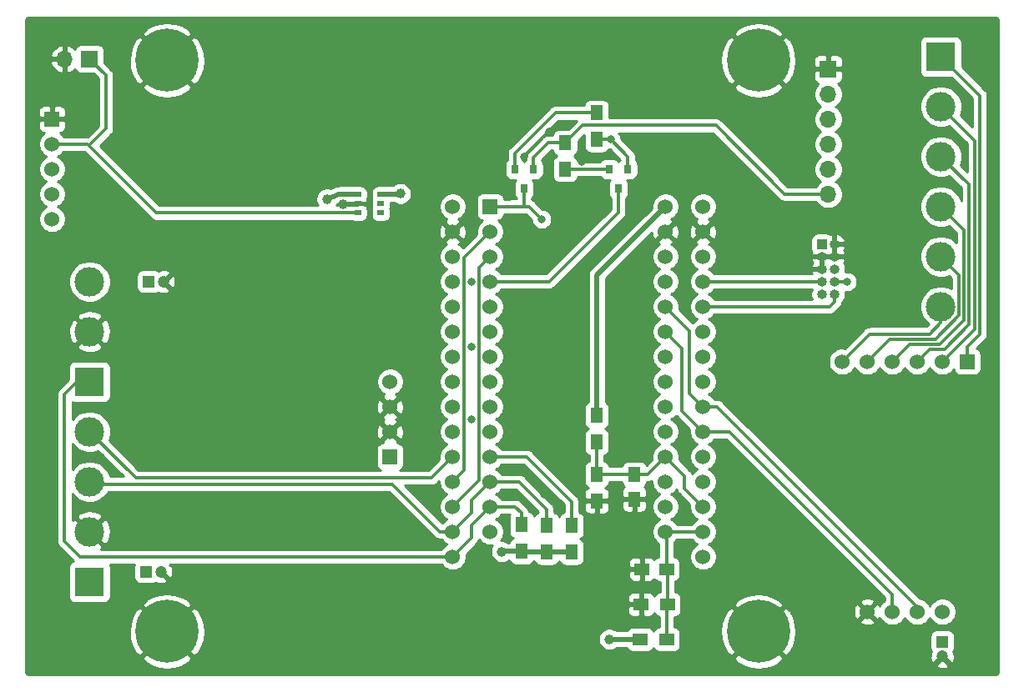
<source format=gbr>
G04 #@! TF.GenerationSoftware,KiCad,Pcbnew,(5.1.9)-1*
G04 #@! TF.CreationDate,2021-03-05T16:25:43+01:00*
G04 #@! TF.ProjectId,BOBcad,424f4263-6164-42e6-9b69-6361645f7063,v1.0.2*
G04 #@! TF.SameCoordinates,Original*
G04 #@! TF.FileFunction,Copper,L1,Top*
G04 #@! TF.FilePolarity,Positive*
%FSLAX46Y46*%
G04 Gerber Fmt 4.6, Leading zero omitted, Abs format (unit mm)*
G04 Created by KiCad (PCBNEW (5.1.9)-1) date 2021-03-05 16:25:43*
%MOMM*%
%LPD*%
G01*
G04 APERTURE LIST*
G04 #@! TA.AperFunction,ComponentPad*
%ADD10C,1.524000*%
G04 #@! TD*
G04 #@! TA.AperFunction,ComponentPad*
%ADD11R,1.200000X1.200000*%
G04 #@! TD*
G04 #@! TA.AperFunction,ComponentPad*
%ADD12C,1.200000*%
G04 #@! TD*
G04 #@! TA.AperFunction,SMDPad,CuDef*
%ADD13R,1.500000X1.250000*%
G04 #@! TD*
G04 #@! TA.AperFunction,SMDPad,CuDef*
%ADD14R,1.250000X1.500000*%
G04 #@! TD*
G04 #@! TA.AperFunction,ComponentPad*
%ADD15R,1.524000X1.524000*%
G04 #@! TD*
G04 #@! TA.AperFunction,SMDPad,CuDef*
%ADD16R,0.700000X0.510000*%
G04 #@! TD*
G04 #@! TA.AperFunction,SMDPad,CuDef*
%ADD17R,0.800000X0.900000*%
G04 #@! TD*
G04 #@! TA.AperFunction,SMDPad,CuDef*
%ADD18R,1.300000X1.500000*%
G04 #@! TD*
G04 #@! TA.AperFunction,ComponentPad*
%ADD19C,3.000000*%
G04 #@! TD*
G04 #@! TA.AperFunction,ComponentPad*
%ADD20R,3.000000X3.000000*%
G04 #@! TD*
G04 #@! TA.AperFunction,ComponentPad*
%ADD21R,1.000000X1.000000*%
G04 #@! TD*
G04 #@! TA.AperFunction,ComponentPad*
%ADD22O,1.000000X1.000000*%
G04 #@! TD*
G04 #@! TA.AperFunction,ComponentPad*
%ADD23R,1.700000X1.700000*%
G04 #@! TD*
G04 #@! TA.AperFunction,ComponentPad*
%ADD24O,1.700000X1.700000*%
G04 #@! TD*
G04 #@! TA.AperFunction,ComponentPad*
%ADD25C,6.400000*%
G04 #@! TD*
G04 #@! TA.AperFunction,SMDPad,CuDef*
%ADD26R,1.500000X1.300000*%
G04 #@! TD*
G04 #@! TA.AperFunction,ViaPad*
%ADD27C,1.000000*%
G04 #@! TD*
G04 #@! TA.AperFunction,ViaPad*
%ADD28C,0.800000*%
G04 #@! TD*
G04 #@! TA.AperFunction,Conductor*
%ADD29C,0.200000*%
G04 #@! TD*
G04 #@! TA.AperFunction,Conductor*
%ADD30C,0.500000*%
G04 #@! TD*
G04 #@! TA.AperFunction,Conductor*
%ADD31C,0.300000*%
G04 #@! TD*
G04 #@! TA.AperFunction,Conductor*
%ADD32C,0.254000*%
G04 #@! TD*
G04 #@! TA.AperFunction,Conductor*
%ADD33C,0.100000*%
G04 #@! TD*
G04 APERTURE END LIST*
D10*
X161006000Y-116092000D03*
X161006000Y-113552000D03*
X161006000Y-111012000D03*
X161006000Y-108472000D03*
X161006000Y-105932000D03*
X161006000Y-103392000D03*
X161006000Y-100852000D03*
X161006000Y-98312000D03*
X161006000Y-95772000D03*
X161006000Y-93232000D03*
X161006000Y-90692000D03*
X161006000Y-88152000D03*
X161006000Y-85612000D03*
X161006000Y-83072000D03*
X161006000Y-80532000D03*
X135606000Y-93232000D03*
X135606000Y-80532000D03*
X135606000Y-103392000D03*
X135606000Y-90692000D03*
X135606000Y-83072000D03*
X135606000Y-100852000D03*
X135606000Y-113552000D03*
X135606000Y-111012000D03*
X135606000Y-98312000D03*
X135606000Y-108472000D03*
X135606000Y-88152000D03*
X135606000Y-95772000D03*
X135606000Y-85612000D03*
X135606000Y-116092000D03*
X135606000Y-105932000D03*
D11*
X104762000Y-88146000D03*
D12*
X106262000Y-88146000D03*
D11*
X104508000Y-117610000D03*
D12*
X106008000Y-117610000D03*
D11*
X185280000Y-124722000D03*
D12*
X185280000Y-126222000D03*
D13*
X157300000Y-117356000D03*
X154800000Y-117356000D03*
D14*
X154038000Y-107724000D03*
X154038000Y-110224000D03*
D10*
X157196000Y-80532000D03*
X157196000Y-83072000D03*
X157196000Y-85612000D03*
X157196000Y-88152000D03*
X157196000Y-90692000D03*
X157196000Y-93232000D03*
X157196000Y-95772000D03*
X157196000Y-98312000D03*
X157196000Y-100852000D03*
X157196000Y-103392000D03*
X157196000Y-105932000D03*
X157196000Y-108472000D03*
X157196000Y-111012000D03*
X157196000Y-113552000D03*
X139416000Y-113552000D03*
X139416000Y-111012000D03*
X139416000Y-108472000D03*
X139416000Y-105932000D03*
X139416000Y-103392000D03*
X139416000Y-100852000D03*
X139416000Y-98312000D03*
X139416000Y-95772000D03*
X139416000Y-93232000D03*
X139416000Y-90692000D03*
X139416000Y-88152000D03*
X139416000Y-85612000D03*
X139416000Y-83072000D03*
D15*
X139416000Y-80532000D03*
X129256000Y-105932000D03*
D10*
X129256000Y-103392000D03*
X129256000Y-100852000D03*
X129256000Y-98312000D03*
D15*
X94966000Y-71642000D03*
D10*
X94966000Y-74182000D03*
X94966000Y-76722000D03*
X94966000Y-79262000D03*
X94966000Y-81802000D03*
D16*
X125996000Y-79272000D03*
X125996000Y-80222000D03*
X125996000Y-81172000D03*
X128316000Y-81172000D03*
X128316000Y-80222000D03*
X128316000Y-79272000D03*
D17*
X153386000Y-76722000D03*
X151486000Y-76722000D03*
X152436000Y-78722000D03*
D18*
X147036000Y-74022000D03*
X147036000Y-76722000D03*
X150211000Y-71007000D03*
X150211000Y-73707000D03*
D17*
X143811000Y-76722000D03*
X141911000Y-76722000D03*
X142861000Y-78722000D03*
D18*
X147671000Y-115617000D03*
X147671000Y-112917000D03*
D19*
X98776000Y-113552000D03*
X98776000Y-108472000D03*
D20*
X98776000Y-118632000D03*
D19*
X98776000Y-103392000D03*
D20*
X98776000Y-98312000D03*
D19*
X98776000Y-93232000D03*
X98776000Y-88152000D03*
D21*
X173071000Y-84342000D03*
D22*
X174341000Y-84342000D03*
X173071000Y-85612000D03*
X174341000Y-85612000D03*
X173071000Y-86882000D03*
X174341000Y-86882000D03*
X173071000Y-88152000D03*
X174341000Y-88152000D03*
X173071000Y-89422000D03*
X174341000Y-89422000D03*
D18*
X142608000Y-115537000D03*
X142608000Y-112837000D03*
X145131000Y-115617000D03*
X145131000Y-112917000D03*
X150228000Y-107704000D03*
X150228000Y-110404000D03*
X150228000Y-101702000D03*
X150228000Y-104402000D03*
D10*
X177660000Y-121674000D03*
X180200000Y-121674000D03*
X182740000Y-121674000D03*
X185280000Y-121674000D03*
X175120000Y-96274000D03*
X177660000Y-96274000D03*
X180200000Y-96274000D03*
X182740000Y-96274000D03*
X185280000Y-96274000D03*
D15*
X187820000Y-96274000D03*
D19*
X185136000Y-70372000D03*
X185136000Y-75452000D03*
D20*
X185136000Y-65292000D03*
D19*
X185136000Y-80532000D03*
X185136000Y-85612000D03*
X185136000Y-90692000D03*
D23*
X173706000Y-66562000D03*
D24*
X173706000Y-69102000D03*
X173706000Y-71642000D03*
X173706000Y-74182000D03*
X173706000Y-76722000D03*
X173706000Y-79262000D03*
D23*
X98776000Y-65540000D03*
D24*
X96236000Y-65540000D03*
D25*
X166626000Y-123682000D03*
X106626000Y-123682000D03*
X166626000Y-65682000D03*
X106626000Y-65682000D03*
D26*
X154640000Y-124468000D03*
X157340000Y-124468000D03*
X154720000Y-120912000D03*
X157420000Y-120912000D03*
D27*
X140576000Y-115578000D03*
X122855959Y-79764000D03*
D28*
X151641000Y-73707000D03*
X144640000Y-81796000D03*
X137528000Y-88146000D03*
D27*
X124447000Y-80272000D03*
D28*
X164706000Y-89416000D03*
X166992000Y-89416000D03*
X159118000Y-112022000D03*
X159118000Y-104656000D03*
X144894000Y-109736000D03*
X142100000Y-109736000D03*
X142100000Y-107196000D03*
X141084000Y-112530000D03*
X133718000Y-109736000D03*
X132194000Y-109736000D03*
X99936000Y-105926000D03*
X142862000Y-75446000D03*
X148704000Y-73922000D03*
X148704000Y-75954000D03*
X97650000Y-105926000D03*
X169786000Y-73668000D03*
X157848000Y-71128000D03*
X157848000Y-73668000D03*
X169786000Y-76462000D03*
X157848000Y-76462000D03*
X145402000Y-78240000D03*
X145402000Y-72906000D03*
X137528000Y-94750000D03*
X137528000Y-102116000D03*
X111620000Y-70620000D03*
X129400000Y-70620000D03*
X111620000Y-88146000D03*
X129400000Y-88146000D03*
X111620000Y-98560000D03*
X111620000Y-111006000D03*
X127114000Y-111260000D03*
X111620000Y-123706000D03*
X126860000Y-123960000D03*
X96126000Y-123960000D03*
X175120000Y-106180000D03*
X187820000Y-106180000D03*
X187820000Y-118880000D03*
D27*
X147180000Y-80780000D03*
D28*
X175628000Y-88146000D03*
D27*
X151498000Y-124468000D03*
X130316000Y-79222000D03*
D29*
X157196000Y-85612000D02*
X157196000Y-86282002D01*
D30*
X142591000Y-115617000D02*
X145131000Y-115617000D01*
X145131000Y-115617000D02*
X147671000Y-115617000D01*
X145148000Y-115634000D02*
X145131000Y-115617000D01*
X140617000Y-115537000D02*
X140576000Y-115578000D01*
X142608000Y-115537000D02*
X140617000Y-115537000D01*
X124080949Y-79272000D02*
X125996000Y-79272000D01*
X122855959Y-79764000D02*
X124080949Y-79272000D01*
D31*
X137511000Y-112917000D02*
X137511000Y-114187000D01*
X139416000Y-111012000D02*
X137511000Y-112917000D01*
X137511000Y-114187000D02*
X135606000Y-116092000D01*
X142591000Y-111647000D02*
X142591000Y-112917000D01*
X141956000Y-111012000D02*
X142591000Y-111647000D01*
X139416000Y-111012000D02*
X141956000Y-111012000D01*
X96236000Y-99582000D02*
X97506000Y-98312000D01*
X135606000Y-116092000D02*
X97792499Y-116092000D01*
X96236000Y-114535501D02*
X96236000Y-99582000D01*
X97792499Y-116092000D02*
X96236000Y-114535501D01*
X137511000Y-111647000D02*
X135606000Y-113552000D01*
X139416000Y-108472000D02*
X137511000Y-110377000D01*
X137511000Y-110377000D02*
X137511000Y-111647000D01*
D29*
X145131000Y-112282000D02*
X145131000Y-112917000D01*
D31*
X145131000Y-111243000D02*
X145131000Y-112282000D01*
X142360000Y-108472000D02*
X145131000Y-111243000D01*
X139416000Y-108472000D02*
X142360000Y-108472000D01*
X99024000Y-108720000D02*
X98776000Y-108472000D01*
X129504000Y-108720000D02*
X99024000Y-108720000D01*
X134336000Y-113552000D02*
X129504000Y-108720000D01*
X135606000Y-113552000D02*
X134336000Y-113552000D01*
D29*
X98776000Y-103392000D02*
X97506000Y-103392000D01*
D31*
X133466011Y-108071989D02*
X103455989Y-108071989D01*
X103455989Y-108071989D02*
X98776000Y-103392000D01*
X135606000Y-105932000D02*
X133466011Y-108071989D01*
X147671000Y-110481000D02*
X147671000Y-112917000D01*
X143122000Y-105932000D02*
X147671000Y-110481000D01*
X139416000Y-105932000D02*
X143122000Y-105932000D01*
X189090000Y-69246000D02*
X185136000Y-65292000D01*
X189090000Y-93480000D02*
X189090000Y-69246000D01*
X187820000Y-94750000D02*
X189090000Y-93480000D01*
X187820000Y-96274000D02*
X187820000Y-94750000D01*
X185136000Y-70372000D02*
X188589989Y-73825989D01*
X188589989Y-92964011D02*
X185280000Y-96274000D01*
X188589989Y-73825989D02*
X188589989Y-92964011D01*
X184010000Y-95004000D02*
X182740000Y-96274000D01*
X185509124Y-95004000D02*
X184010000Y-95004000D01*
X187986019Y-78302019D02*
X187986019Y-92527104D01*
X187986019Y-92527104D02*
X185509124Y-95004000D01*
X185136000Y-75452000D02*
X187986019Y-78302019D01*
X181993978Y-94480022D02*
X180200000Y-96274000D01*
X185044540Y-94480022D02*
X181993978Y-94480022D01*
X187486011Y-92038551D02*
X185044540Y-94480022D01*
X187486011Y-82882011D02*
X187486011Y-92038551D01*
X185136000Y-80532000D02*
X187486011Y-82882011D01*
X179953989Y-93980011D02*
X177660000Y-96274000D01*
X184585991Y-93980011D02*
X179953989Y-93980011D01*
X186986001Y-91580001D02*
X184585991Y-93980011D01*
X186986001Y-87462001D02*
X186986001Y-91580001D01*
X185136000Y-85612000D02*
X186986001Y-87462001D01*
X185136000Y-92354000D02*
X185136000Y-90692000D01*
X184010000Y-93480000D02*
X185136000Y-92354000D01*
X177914000Y-93480000D02*
X184010000Y-93480000D01*
X175120000Y-96274000D02*
X177914000Y-93480000D01*
X105556000Y-81172000D02*
X125996000Y-81172000D01*
X94966000Y-74182000D02*
X98566000Y-74182000D01*
X98566000Y-74182000D02*
X105556000Y-81172000D01*
X98528000Y-74182000D02*
X94966000Y-74182000D01*
X100444000Y-72618000D02*
X98776000Y-74286000D01*
X100444000Y-67208000D02*
X100444000Y-72618000D01*
X98776000Y-65540000D02*
X100444000Y-67208000D01*
D29*
X161006000Y-100852000D02*
X161006000Y-101487000D01*
X160371000Y-100852000D02*
X161006000Y-100852000D01*
X157196000Y-90692000D02*
X157196000Y-91327000D01*
D31*
X159626000Y-99472000D02*
X161006000Y-100852000D01*
X159626000Y-93122000D02*
X159626000Y-99472000D01*
X157196000Y-90692000D02*
X159626000Y-93122000D01*
X162426000Y-100852000D02*
X161006000Y-100852000D01*
X182740000Y-121166000D02*
X162426000Y-100852000D01*
X182740000Y-121674000D02*
X182740000Y-121166000D01*
D29*
X161006000Y-102757000D02*
X161006000Y-103392000D01*
X157196000Y-93232000D02*
X157831000Y-93232000D01*
X161006000Y-103392000D02*
X161641000Y-103392000D01*
D31*
X161006000Y-103392000D02*
X161006000Y-103584370D01*
X158864000Y-101250000D02*
X161006000Y-103392000D01*
X158864000Y-94900000D02*
X158864000Y-101250000D01*
X157196000Y-93232000D02*
X158864000Y-94900000D01*
X163696000Y-103392000D02*
X161006000Y-103392000D01*
X180200000Y-119896000D02*
X163696000Y-103392000D01*
X180200000Y-121674000D02*
X180200000Y-119896000D01*
X153386000Y-75452000D02*
X153386000Y-76722000D01*
X151641000Y-73707000D02*
X153386000Y-75452000D01*
X151641000Y-73707000D02*
X150211000Y-73707000D01*
X136766000Y-107312000D02*
X135606000Y-108472000D01*
X136766000Y-85722000D02*
X136766000Y-107312000D01*
X139416000Y-83072000D02*
X136766000Y-85722000D01*
X138290000Y-108328000D02*
X135606000Y-111012000D01*
X138290000Y-86738000D02*
X138290000Y-108328000D01*
X139416000Y-85612000D02*
X138290000Y-86738000D01*
X148781000Y-72277000D02*
X147036000Y-74022000D01*
X173706000Y-79262000D02*
X169284000Y-79262000D01*
X169284000Y-79262000D02*
X162299000Y-72277000D01*
X162299000Y-72277000D02*
X148781000Y-72277000D01*
X143811000Y-75513000D02*
X143811000Y-76992000D01*
X145302000Y-74022000D02*
X143811000Y-75513000D01*
X147036000Y-74022000D02*
X145302000Y-74022000D01*
D29*
X139416000Y-79897000D02*
X139416000Y-80532000D01*
D31*
X142862000Y-80526000D02*
X139416000Y-80532000D01*
X142861000Y-78722000D02*
X142862000Y-80526000D01*
X143370000Y-80526000D02*
X144640000Y-81796000D01*
X142862000Y-80526000D02*
X143370000Y-80526000D01*
X139422000Y-88146000D02*
X139416000Y-88152000D01*
X152436000Y-78722000D02*
X152436000Y-81117000D01*
X152436000Y-81117000D02*
X145407000Y-88146000D01*
X145407000Y-88146000D02*
X139422000Y-88146000D01*
D29*
X157196000Y-105932000D02*
X157831000Y-105932000D01*
D31*
X159118000Y-109124000D02*
X161006000Y-111012000D01*
X159118000Y-107854000D02*
X159118000Y-109124000D01*
X157196000Y-105932000D02*
X159118000Y-107854000D01*
X154292000Y-107704000D02*
X150228000Y-107704000D01*
X155424000Y-107704000D02*
X157196000Y-105932000D01*
X154292000Y-107704000D02*
X155424000Y-107704000D01*
X150228000Y-107704000D02*
X150228000Y-104402000D01*
X147036000Y-76722000D02*
X151486000Y-76722000D01*
X141911000Y-75132000D02*
X141911000Y-76992000D01*
X146036000Y-71007000D02*
X141911000Y-75132000D01*
X150211000Y-71007000D02*
X146036000Y-71007000D01*
X125946000Y-80272000D02*
X125996000Y-80222000D01*
D30*
X124472000Y-80272000D02*
X125971000Y-80272000D01*
D31*
X173065000Y-88146000D02*
X173071000Y-88152000D01*
X161012000Y-88146000D02*
X173065000Y-88146000D01*
X161006000Y-88152000D02*
X161012000Y-88146000D01*
X175622000Y-88152000D02*
X175628000Y-88146000D01*
X174341000Y-88152000D02*
X175622000Y-88152000D01*
X174341000Y-90195000D02*
X174341000Y-89422000D01*
X173844000Y-90692000D02*
X174341000Y-90195000D01*
X161006000Y-90692000D02*
X173844000Y-90692000D01*
D30*
X151498000Y-124468000D02*
X154640000Y-124468000D01*
D31*
X157196000Y-113552000D02*
X161006000Y-113552000D01*
X157300000Y-113656000D02*
X157196000Y-113552000D01*
X157300000Y-117356000D02*
X157300000Y-113656000D01*
X157340000Y-120992000D02*
X157420000Y-120912000D01*
X157340000Y-124468000D02*
X157340000Y-120992000D01*
X157420000Y-117476000D02*
X157300000Y-117356000D01*
X157420000Y-120912000D02*
X157420000Y-117476000D01*
X130266000Y-79272000D02*
X130316000Y-79222000D01*
D30*
X128316000Y-79272000D02*
X130266000Y-79272000D01*
X150228000Y-87500000D02*
X157196000Y-80532000D01*
X150228000Y-101702000D02*
X150228000Y-87500000D01*
D32*
X190691424Y-61351580D02*
X190754356Y-61370580D01*
X190812405Y-61401445D01*
X190863343Y-61442989D01*
X190905248Y-61493644D01*
X190936515Y-61551471D01*
X190955956Y-61614272D01*
X190966000Y-61709835D01*
X190966001Y-127649711D01*
X190956420Y-127747424D01*
X190937420Y-127810357D01*
X190906554Y-127868406D01*
X190865011Y-127919343D01*
X190814356Y-127961248D01*
X190756529Y-127992515D01*
X190693728Y-128011956D01*
X190598165Y-128022000D01*
X92658279Y-128022000D01*
X92560576Y-128012420D01*
X92497643Y-127993420D01*
X92439594Y-127962554D01*
X92388657Y-127921011D01*
X92346752Y-127870356D01*
X92315485Y-127812529D01*
X92296044Y-127749728D01*
X92286000Y-127654165D01*
X92286000Y-126382881D01*
X104104724Y-126382881D01*
X104464912Y-126872548D01*
X105128882Y-127232849D01*
X105850385Y-127456694D01*
X106601695Y-127535480D01*
X107353938Y-127466178D01*
X108078208Y-127251452D01*
X108746670Y-126899555D01*
X108787088Y-126872548D01*
X109147276Y-126382881D01*
X164104724Y-126382881D01*
X164464912Y-126872548D01*
X165128882Y-127232849D01*
X165850385Y-127456694D01*
X166601695Y-127535480D01*
X167353938Y-127466178D01*
X168078208Y-127251452D01*
X168419542Y-127071764D01*
X184609841Y-127071764D01*
X184657148Y-127295348D01*
X184878516Y-127396237D01*
X185115313Y-127452000D01*
X185358438Y-127460495D01*
X185598549Y-127421395D01*
X185826418Y-127336202D01*
X185902852Y-127295348D01*
X185950159Y-127071764D01*
X185280000Y-126401605D01*
X184609841Y-127071764D01*
X168419542Y-127071764D01*
X168746670Y-126899555D01*
X168787088Y-126872548D01*
X169147276Y-126382881D01*
X169064833Y-126300438D01*
X184041505Y-126300438D01*
X184080605Y-126540549D01*
X184165798Y-126768418D01*
X184206652Y-126844852D01*
X184430236Y-126892159D01*
X185100395Y-126222000D01*
X185086253Y-126207858D01*
X185265858Y-126028253D01*
X185280000Y-126042395D01*
X185294143Y-126028253D01*
X185473748Y-126207858D01*
X185459605Y-126222000D01*
X186129764Y-126892159D01*
X186353348Y-126844852D01*
X186454237Y-126623484D01*
X186510000Y-126386687D01*
X186518495Y-126143562D01*
X186479395Y-125903451D01*
X186399549Y-125689883D01*
X186410537Y-125676494D01*
X186469502Y-125566180D01*
X186505812Y-125446482D01*
X186518072Y-125322000D01*
X186518072Y-124122000D01*
X186505812Y-123997518D01*
X186469502Y-123877820D01*
X186410537Y-123767506D01*
X186331185Y-123670815D01*
X186234494Y-123591463D01*
X186124180Y-123532498D01*
X186004482Y-123496188D01*
X185880000Y-123483928D01*
X184680000Y-123483928D01*
X184555518Y-123496188D01*
X184435820Y-123532498D01*
X184325506Y-123591463D01*
X184228815Y-123670815D01*
X184149463Y-123767506D01*
X184090498Y-123877820D01*
X184054188Y-123997518D01*
X184041928Y-124122000D01*
X184041928Y-125322000D01*
X184054188Y-125446482D01*
X184090498Y-125566180D01*
X184149463Y-125676494D01*
X184163568Y-125693681D01*
X184105763Y-125820516D01*
X184050000Y-126057313D01*
X184041505Y-126300438D01*
X169064833Y-126300438D01*
X166626000Y-123861605D01*
X164104724Y-126382881D01*
X109147276Y-126382881D01*
X106626000Y-123861605D01*
X104104724Y-126382881D01*
X92286000Y-126382881D01*
X92286000Y-123657695D01*
X102772520Y-123657695D01*
X102841822Y-124409938D01*
X103056548Y-125134208D01*
X103408445Y-125802670D01*
X103435452Y-125843088D01*
X103925119Y-126203276D01*
X106446395Y-123682000D01*
X106805605Y-123682000D01*
X109326881Y-126203276D01*
X109816548Y-125843088D01*
X110176849Y-125179118D01*
X110400694Y-124457615D01*
X110479480Y-123706305D01*
X110410178Y-122954062D01*
X110195452Y-122229792D01*
X109843908Y-121562000D01*
X153331928Y-121562000D01*
X153344188Y-121686482D01*
X153380498Y-121806180D01*
X153439463Y-121916494D01*
X153518815Y-122013185D01*
X153615506Y-122092537D01*
X153725820Y-122151502D01*
X153845518Y-122187812D01*
X153970000Y-122200072D01*
X154434250Y-122197000D01*
X154593000Y-122038250D01*
X154593000Y-121039000D01*
X153493750Y-121039000D01*
X153335000Y-121197750D01*
X153331928Y-121562000D01*
X109843908Y-121562000D01*
X109843555Y-121561330D01*
X109816548Y-121520912D01*
X109326881Y-121160724D01*
X106805605Y-123682000D01*
X106446395Y-123682000D01*
X103925119Y-121160724D01*
X103435452Y-121520912D01*
X103075151Y-122184882D01*
X102851306Y-122906385D01*
X102772520Y-123657695D01*
X92286000Y-123657695D01*
X92286000Y-120981119D01*
X104104724Y-120981119D01*
X106626000Y-123502395D01*
X109147276Y-120981119D01*
X108787088Y-120491452D01*
X108364250Y-120262000D01*
X153331928Y-120262000D01*
X153335000Y-120626250D01*
X153493750Y-120785000D01*
X154593000Y-120785000D01*
X154593000Y-119785750D01*
X154434250Y-119627000D01*
X153970000Y-119623928D01*
X153845518Y-119636188D01*
X153725820Y-119672498D01*
X153615506Y-119731463D01*
X153518815Y-119810815D01*
X153439463Y-119907506D01*
X153380498Y-120017820D01*
X153344188Y-120137518D01*
X153331928Y-120262000D01*
X108364250Y-120262000D01*
X108123118Y-120131151D01*
X107401615Y-119907306D01*
X106650305Y-119828520D01*
X105898062Y-119897822D01*
X105173792Y-120112548D01*
X104505330Y-120464445D01*
X104464912Y-120491452D01*
X104104724Y-120981119D01*
X92286000Y-120981119D01*
X92286000Y-99582000D01*
X95447203Y-99582000D01*
X95451001Y-99620563D01*
X95451000Y-114496948D01*
X95447203Y-114535501D01*
X95451000Y-114574054D01*
X95451000Y-114574061D01*
X95462359Y-114689387D01*
X95507246Y-114837360D01*
X95580138Y-114973733D01*
X95678236Y-115093265D01*
X95708190Y-115117848D01*
X97109327Y-116518986D01*
X97031820Y-116542498D01*
X96921506Y-116601463D01*
X96824815Y-116680815D01*
X96745463Y-116777506D01*
X96686498Y-116887820D01*
X96650188Y-117007518D01*
X96637928Y-117132000D01*
X96637928Y-120132000D01*
X96650188Y-120256482D01*
X96686498Y-120376180D01*
X96745463Y-120486494D01*
X96824815Y-120583185D01*
X96921506Y-120662537D01*
X97031820Y-120721502D01*
X97151518Y-120757812D01*
X97276000Y-120770072D01*
X100276000Y-120770072D01*
X100400482Y-120757812D01*
X100520180Y-120721502D01*
X100630494Y-120662537D01*
X100727185Y-120583185D01*
X100806537Y-120486494D01*
X100865502Y-120376180D01*
X100901812Y-120256482D01*
X100914072Y-120132000D01*
X100914072Y-117132000D01*
X100901812Y-117007518D01*
X100865502Y-116887820D01*
X100859718Y-116877000D01*
X103284772Y-116877000D01*
X103282188Y-116885518D01*
X103269928Y-117010000D01*
X103269928Y-118210000D01*
X103282188Y-118334482D01*
X103318498Y-118454180D01*
X103377463Y-118564494D01*
X103456815Y-118661185D01*
X103553506Y-118740537D01*
X103663820Y-118799502D01*
X103783518Y-118835812D01*
X103908000Y-118848072D01*
X105108000Y-118848072D01*
X105232482Y-118835812D01*
X105352180Y-118799502D01*
X105462494Y-118740537D01*
X105479681Y-118726432D01*
X105606516Y-118784237D01*
X105843313Y-118840000D01*
X106086438Y-118848495D01*
X106326549Y-118809395D01*
X106554418Y-118724202D01*
X106630852Y-118683348D01*
X106678159Y-118459764D01*
X106008000Y-117789605D01*
X105993858Y-117803748D01*
X105814253Y-117624143D01*
X105828395Y-117610000D01*
X105814253Y-117595858D01*
X105993858Y-117416253D01*
X106008000Y-117430395D01*
X106022143Y-117416253D01*
X106201748Y-117595858D01*
X106187605Y-117610000D01*
X106857764Y-118280159D01*
X107081348Y-118232852D01*
X107182237Y-118011484D01*
X107189415Y-117981000D01*
X153411928Y-117981000D01*
X153424188Y-118105482D01*
X153460498Y-118225180D01*
X153519463Y-118335494D01*
X153598815Y-118432185D01*
X153695506Y-118511537D01*
X153805820Y-118570502D01*
X153925518Y-118606812D01*
X154050000Y-118619072D01*
X154514250Y-118616000D01*
X154673000Y-118457250D01*
X154673000Y-117483000D01*
X153573750Y-117483000D01*
X153415000Y-117641750D01*
X153411928Y-117981000D01*
X107189415Y-117981000D01*
X107238000Y-117774687D01*
X107246495Y-117531562D01*
X107207395Y-117291451D01*
X107122202Y-117063582D01*
X107081348Y-116987148D01*
X106857766Y-116939842D01*
X106920608Y-116877000D01*
X134450364Y-116877000D01*
X134520880Y-116982535D01*
X134715465Y-117177120D01*
X134944273Y-117330005D01*
X135198510Y-117435314D01*
X135468408Y-117489000D01*
X135743592Y-117489000D01*
X136013490Y-117435314D01*
X136267727Y-117330005D01*
X136496535Y-117177120D01*
X136691120Y-116982535D01*
X136844005Y-116753727D01*
X136949314Y-116499490D01*
X137003000Y-116229592D01*
X137003000Y-115954408D01*
X136978238Y-115829919D01*
X138038810Y-114769347D01*
X138068764Y-114744764D01*
X138166862Y-114625233D01*
X138239754Y-114488860D01*
X138240434Y-114486617D01*
X138277872Y-114363203D01*
X138330880Y-114442535D01*
X138525465Y-114637120D01*
X138754273Y-114790005D01*
X139008510Y-114895314D01*
X139278408Y-114949000D01*
X139553592Y-114949000D01*
X139643132Y-114931189D01*
X139570176Y-115040376D01*
X139484617Y-115246933D01*
X139441000Y-115466212D01*
X139441000Y-115689788D01*
X139484617Y-115909067D01*
X139570176Y-116115624D01*
X139694388Y-116301520D01*
X139852480Y-116459612D01*
X140038376Y-116583824D01*
X140244933Y-116669383D01*
X140464212Y-116713000D01*
X140687788Y-116713000D01*
X140907067Y-116669383D01*
X141113624Y-116583824D01*
X141299520Y-116459612D01*
X141335787Y-116423345D01*
X141368498Y-116531180D01*
X141427463Y-116641494D01*
X141506815Y-116738185D01*
X141603506Y-116817537D01*
X141713820Y-116876502D01*
X141833518Y-116912812D01*
X141958000Y-116925072D01*
X143258000Y-116925072D01*
X143382482Y-116912812D01*
X143502180Y-116876502D01*
X143612494Y-116817537D01*
X143709185Y-116738185D01*
X143788537Y-116641494D01*
X143847502Y-116531180D01*
X143856354Y-116502000D01*
X143858379Y-116502000D01*
X143891498Y-116611180D01*
X143950463Y-116721494D01*
X144029815Y-116818185D01*
X144126506Y-116897537D01*
X144236820Y-116956502D01*
X144356518Y-116992812D01*
X144481000Y-117005072D01*
X145781000Y-117005072D01*
X145905482Y-116992812D01*
X146025180Y-116956502D01*
X146135494Y-116897537D01*
X146232185Y-116818185D01*
X146311537Y-116721494D01*
X146370502Y-116611180D01*
X146401000Y-116510642D01*
X146431498Y-116611180D01*
X146490463Y-116721494D01*
X146569815Y-116818185D01*
X146666506Y-116897537D01*
X146776820Y-116956502D01*
X146896518Y-116992812D01*
X147021000Y-117005072D01*
X148321000Y-117005072D01*
X148445482Y-116992812D01*
X148565180Y-116956502D01*
X148675494Y-116897537D01*
X148772185Y-116818185D01*
X148843735Y-116731000D01*
X153411928Y-116731000D01*
X153415000Y-117070250D01*
X153573750Y-117229000D01*
X154673000Y-117229000D01*
X154673000Y-116254750D01*
X154514250Y-116096000D01*
X154050000Y-116092928D01*
X153925518Y-116105188D01*
X153805820Y-116141498D01*
X153695506Y-116200463D01*
X153598815Y-116279815D01*
X153519463Y-116376506D01*
X153460498Y-116486820D01*
X153424188Y-116606518D01*
X153411928Y-116731000D01*
X148843735Y-116731000D01*
X148851537Y-116721494D01*
X148910502Y-116611180D01*
X148946812Y-116491482D01*
X148959072Y-116367000D01*
X148959072Y-114867000D01*
X148946812Y-114742518D01*
X148910502Y-114622820D01*
X148851537Y-114512506D01*
X148772185Y-114415815D01*
X148675494Y-114336463D01*
X148565180Y-114277498D01*
X148530573Y-114267000D01*
X148565180Y-114256502D01*
X148675494Y-114197537D01*
X148772185Y-114118185D01*
X148851537Y-114021494D01*
X148910502Y-113911180D01*
X148946812Y-113791482D01*
X148959072Y-113667000D01*
X148959072Y-112167000D01*
X148946812Y-112042518D01*
X148910502Y-111922820D01*
X148851537Y-111812506D01*
X148772185Y-111715815D01*
X148675494Y-111636463D01*
X148565180Y-111577498D01*
X148456000Y-111544379D01*
X148456000Y-111154000D01*
X148939928Y-111154000D01*
X148952188Y-111278482D01*
X148988498Y-111398180D01*
X149047463Y-111508494D01*
X149126815Y-111605185D01*
X149223506Y-111684537D01*
X149333820Y-111743502D01*
X149453518Y-111779812D01*
X149578000Y-111792072D01*
X149942250Y-111789000D01*
X150101000Y-111630250D01*
X150101000Y-110531000D01*
X150355000Y-110531000D01*
X150355000Y-111630250D01*
X150513750Y-111789000D01*
X150878000Y-111792072D01*
X151002482Y-111779812D01*
X151122180Y-111743502D01*
X151232494Y-111684537D01*
X151329185Y-111605185D01*
X151408537Y-111508494D01*
X151467502Y-111398180D01*
X151503812Y-111278482D01*
X151516072Y-111154000D01*
X151514881Y-110974000D01*
X152774928Y-110974000D01*
X152787188Y-111098482D01*
X152823498Y-111218180D01*
X152882463Y-111328494D01*
X152961815Y-111425185D01*
X153058506Y-111504537D01*
X153168820Y-111563502D01*
X153288518Y-111599812D01*
X153413000Y-111612072D01*
X153752250Y-111609000D01*
X153911000Y-111450250D01*
X153911000Y-110351000D01*
X154165000Y-110351000D01*
X154165000Y-111450250D01*
X154323750Y-111609000D01*
X154663000Y-111612072D01*
X154787482Y-111599812D01*
X154907180Y-111563502D01*
X155017494Y-111504537D01*
X155114185Y-111425185D01*
X155193537Y-111328494D01*
X155252502Y-111218180D01*
X155288812Y-111098482D01*
X155301072Y-110974000D01*
X155298000Y-110509750D01*
X155139250Y-110351000D01*
X154165000Y-110351000D01*
X153911000Y-110351000D01*
X152936750Y-110351000D01*
X152778000Y-110509750D01*
X152774928Y-110974000D01*
X151514881Y-110974000D01*
X151513000Y-110689750D01*
X151354250Y-110531000D01*
X150355000Y-110531000D01*
X150101000Y-110531000D01*
X149101750Y-110531000D01*
X148943000Y-110689750D01*
X148939928Y-111154000D01*
X148456000Y-111154000D01*
X148456000Y-110519552D01*
X148459797Y-110480999D01*
X148456000Y-110442446D01*
X148456000Y-110442439D01*
X148444641Y-110327113D01*
X148399754Y-110179140D01*
X148326862Y-110042767D01*
X148228764Y-109923236D01*
X148198817Y-109898659D01*
X143704347Y-105404190D01*
X143679764Y-105374236D01*
X143560233Y-105276138D01*
X143423860Y-105203246D01*
X143275887Y-105158359D01*
X143160561Y-105147000D01*
X143160553Y-105147000D01*
X143122000Y-105143203D01*
X143083447Y-105147000D01*
X140571636Y-105147000D01*
X140501120Y-105041465D01*
X140306535Y-104846880D01*
X140077727Y-104693995D01*
X140000485Y-104662000D01*
X140077727Y-104630005D01*
X140306535Y-104477120D01*
X140501120Y-104282535D01*
X140654005Y-104053727D01*
X140759314Y-103799490D01*
X140813000Y-103529592D01*
X140813000Y-103254408D01*
X140759314Y-102984510D01*
X140654005Y-102730273D01*
X140501120Y-102501465D01*
X140306535Y-102306880D01*
X140077727Y-102153995D01*
X140000485Y-102122000D01*
X140077727Y-102090005D01*
X140306535Y-101937120D01*
X140501120Y-101742535D01*
X140654005Y-101513727D01*
X140759314Y-101259490D01*
X140813000Y-100989592D01*
X140813000Y-100952000D01*
X148939928Y-100952000D01*
X148939928Y-102452000D01*
X148952188Y-102576482D01*
X148988498Y-102696180D01*
X149047463Y-102806494D01*
X149126815Y-102903185D01*
X149223506Y-102982537D01*
X149333820Y-103041502D01*
X149368427Y-103052000D01*
X149333820Y-103062498D01*
X149223506Y-103121463D01*
X149126815Y-103200815D01*
X149047463Y-103297506D01*
X148988498Y-103407820D01*
X148952188Y-103527518D01*
X148939928Y-103652000D01*
X148939928Y-105152000D01*
X148952188Y-105276482D01*
X148988498Y-105396180D01*
X149047463Y-105506494D01*
X149126815Y-105603185D01*
X149223506Y-105682537D01*
X149333820Y-105741502D01*
X149443001Y-105774622D01*
X149443000Y-106331378D01*
X149333820Y-106364498D01*
X149223506Y-106423463D01*
X149126815Y-106502815D01*
X149047463Y-106599506D01*
X148988498Y-106709820D01*
X148952188Y-106829518D01*
X148939928Y-106954000D01*
X148939928Y-108454000D01*
X148952188Y-108578482D01*
X148988498Y-108698180D01*
X149047463Y-108808494D01*
X149126815Y-108905185D01*
X149223506Y-108984537D01*
X149333820Y-109043502D01*
X149368427Y-109054000D01*
X149333820Y-109064498D01*
X149223506Y-109123463D01*
X149126815Y-109202815D01*
X149047463Y-109299506D01*
X148988498Y-109409820D01*
X148952188Y-109529518D01*
X148939928Y-109654000D01*
X148943000Y-110118250D01*
X149101750Y-110277000D01*
X150101000Y-110277000D01*
X150101000Y-110257000D01*
X150355000Y-110257000D01*
X150355000Y-110277000D01*
X151354250Y-110277000D01*
X151513000Y-110118250D01*
X151516072Y-109654000D01*
X151503812Y-109529518D01*
X151467502Y-109409820D01*
X151408537Y-109299506D01*
X151329185Y-109202815D01*
X151232494Y-109123463D01*
X151122180Y-109064498D01*
X151087573Y-109054000D01*
X151122180Y-109043502D01*
X151232494Y-108984537D01*
X151329185Y-108905185D01*
X151408537Y-108808494D01*
X151467502Y-108698180D01*
X151503812Y-108578482D01*
X151512625Y-108489000D01*
X152776405Y-108489000D01*
X152787188Y-108598482D01*
X152823498Y-108718180D01*
X152882463Y-108828494D01*
X152961815Y-108925185D01*
X153021296Y-108974000D01*
X152961815Y-109022815D01*
X152882463Y-109119506D01*
X152823498Y-109229820D01*
X152787188Y-109349518D01*
X152774928Y-109474000D01*
X152778000Y-109938250D01*
X152936750Y-110097000D01*
X153911000Y-110097000D01*
X153911000Y-110077000D01*
X154165000Y-110077000D01*
X154165000Y-110097000D01*
X155139250Y-110097000D01*
X155298000Y-109938250D01*
X155301072Y-109474000D01*
X155288812Y-109349518D01*
X155252502Y-109229820D01*
X155193537Y-109119506D01*
X155114185Y-109022815D01*
X155054704Y-108974000D01*
X155114185Y-108925185D01*
X155193537Y-108828494D01*
X155252502Y-108718180D01*
X155288812Y-108598482D01*
X155299595Y-108489000D01*
X155385447Y-108489000D01*
X155424000Y-108492797D01*
X155462553Y-108489000D01*
X155462561Y-108489000D01*
X155577887Y-108477641D01*
X155725860Y-108432754D01*
X155799000Y-108393660D01*
X155799000Y-108609592D01*
X155852686Y-108879490D01*
X155957995Y-109133727D01*
X156110880Y-109362535D01*
X156305465Y-109557120D01*
X156534273Y-109710005D01*
X156611515Y-109742000D01*
X156534273Y-109773995D01*
X156305465Y-109926880D01*
X156110880Y-110121465D01*
X155957995Y-110350273D01*
X155852686Y-110604510D01*
X155799000Y-110874408D01*
X155799000Y-111149592D01*
X155852686Y-111419490D01*
X155957995Y-111673727D01*
X156110880Y-111902535D01*
X156305465Y-112097120D01*
X156534273Y-112250005D01*
X156611515Y-112282000D01*
X156534273Y-112313995D01*
X156305465Y-112466880D01*
X156110880Y-112661465D01*
X155957995Y-112890273D01*
X155852686Y-113144510D01*
X155799000Y-113414408D01*
X155799000Y-113689592D01*
X155852686Y-113959490D01*
X155957995Y-114213727D01*
X156110880Y-114442535D01*
X156305465Y-114637120D01*
X156515001Y-114777128D01*
X156515000Y-116096375D01*
X156425518Y-116105188D01*
X156305820Y-116141498D01*
X156195506Y-116200463D01*
X156098815Y-116279815D01*
X156050000Y-116339296D01*
X156001185Y-116279815D01*
X155904494Y-116200463D01*
X155794180Y-116141498D01*
X155674482Y-116105188D01*
X155550000Y-116092928D01*
X155085750Y-116096000D01*
X154927000Y-116254750D01*
X154927000Y-117229000D01*
X154947000Y-117229000D01*
X154947000Y-117483000D01*
X154927000Y-117483000D01*
X154927000Y-118457250D01*
X155085750Y-118616000D01*
X155550000Y-118619072D01*
X155674482Y-118606812D01*
X155794180Y-118570502D01*
X155904494Y-118511537D01*
X156001185Y-118432185D01*
X156050000Y-118372704D01*
X156098815Y-118432185D01*
X156195506Y-118511537D01*
X156305820Y-118570502D01*
X156425518Y-118606812D01*
X156550000Y-118619072D01*
X156635001Y-118619072D01*
X156635000Y-119627375D01*
X156545518Y-119636188D01*
X156425820Y-119672498D01*
X156315506Y-119731463D01*
X156218815Y-119810815D01*
X156139463Y-119907506D01*
X156080498Y-120017820D01*
X156070000Y-120052427D01*
X156059502Y-120017820D01*
X156000537Y-119907506D01*
X155921185Y-119810815D01*
X155824494Y-119731463D01*
X155714180Y-119672498D01*
X155594482Y-119636188D01*
X155470000Y-119623928D01*
X155005750Y-119627000D01*
X154847000Y-119785750D01*
X154847000Y-120785000D01*
X154867000Y-120785000D01*
X154867000Y-121039000D01*
X154847000Y-121039000D01*
X154847000Y-122038250D01*
X155005750Y-122197000D01*
X155470000Y-122200072D01*
X155594482Y-122187812D01*
X155714180Y-122151502D01*
X155824494Y-122092537D01*
X155921185Y-122013185D01*
X156000537Y-121916494D01*
X156059502Y-121806180D01*
X156070000Y-121771573D01*
X156080498Y-121806180D01*
X156139463Y-121916494D01*
X156218815Y-122013185D01*
X156315506Y-122092537D01*
X156425820Y-122151502D01*
X156545518Y-122187812D01*
X156555001Y-122188746D01*
X156555000Y-123183375D01*
X156465518Y-123192188D01*
X156345820Y-123228498D01*
X156235506Y-123287463D01*
X156138815Y-123366815D01*
X156059463Y-123463506D01*
X156000498Y-123573820D01*
X155990000Y-123608427D01*
X155979502Y-123573820D01*
X155920537Y-123463506D01*
X155841185Y-123366815D01*
X155744494Y-123287463D01*
X155634180Y-123228498D01*
X155514482Y-123192188D01*
X155390000Y-123179928D01*
X153890000Y-123179928D01*
X153765518Y-123192188D01*
X153645820Y-123228498D01*
X153535506Y-123287463D01*
X153438815Y-123366815D01*
X153359463Y-123463506D01*
X153300498Y-123573820D01*
X153297713Y-123583000D01*
X152216450Y-123583000D01*
X152035624Y-123462176D01*
X151829067Y-123376617D01*
X151609788Y-123333000D01*
X151386212Y-123333000D01*
X151166933Y-123376617D01*
X150960376Y-123462176D01*
X150774480Y-123586388D01*
X150616388Y-123744480D01*
X150492176Y-123930376D01*
X150406617Y-124136933D01*
X150363000Y-124356212D01*
X150363000Y-124579788D01*
X150406617Y-124799067D01*
X150492176Y-125005624D01*
X150616388Y-125191520D01*
X150774480Y-125349612D01*
X150960376Y-125473824D01*
X151166933Y-125559383D01*
X151386212Y-125603000D01*
X151609788Y-125603000D01*
X151829067Y-125559383D01*
X152035624Y-125473824D01*
X152216450Y-125353000D01*
X153297713Y-125353000D01*
X153300498Y-125362180D01*
X153359463Y-125472494D01*
X153438815Y-125569185D01*
X153535506Y-125648537D01*
X153645820Y-125707502D01*
X153765518Y-125743812D01*
X153890000Y-125756072D01*
X155390000Y-125756072D01*
X155514482Y-125743812D01*
X155634180Y-125707502D01*
X155744494Y-125648537D01*
X155841185Y-125569185D01*
X155920537Y-125472494D01*
X155979502Y-125362180D01*
X155990000Y-125327573D01*
X156000498Y-125362180D01*
X156059463Y-125472494D01*
X156138815Y-125569185D01*
X156235506Y-125648537D01*
X156345820Y-125707502D01*
X156465518Y-125743812D01*
X156590000Y-125756072D01*
X158090000Y-125756072D01*
X158214482Y-125743812D01*
X158334180Y-125707502D01*
X158444494Y-125648537D01*
X158541185Y-125569185D01*
X158620537Y-125472494D01*
X158679502Y-125362180D01*
X158715812Y-125242482D01*
X158728072Y-125118000D01*
X158728072Y-123818000D01*
X158715812Y-123693518D01*
X158704946Y-123657695D01*
X162772520Y-123657695D01*
X162841822Y-124409938D01*
X163056548Y-125134208D01*
X163408445Y-125802670D01*
X163435452Y-125843088D01*
X163925119Y-126203276D01*
X166446395Y-123682000D01*
X166805605Y-123682000D01*
X169326881Y-126203276D01*
X169816548Y-125843088D01*
X170176849Y-125179118D01*
X170400694Y-124457615D01*
X170479480Y-123706305D01*
X170410178Y-122954062D01*
X170316939Y-122639565D01*
X176874040Y-122639565D01*
X176941020Y-122879656D01*
X177190048Y-122996756D01*
X177457135Y-123063023D01*
X177732017Y-123075910D01*
X178004133Y-123034922D01*
X178263023Y-122941636D01*
X178378980Y-122879656D01*
X178445960Y-122639565D01*
X177660000Y-121853605D01*
X176874040Y-122639565D01*
X170316939Y-122639565D01*
X170195452Y-122229792D01*
X169940780Y-121746017D01*
X176258090Y-121746017D01*
X176299078Y-122018133D01*
X176392364Y-122277023D01*
X176454344Y-122392980D01*
X176694435Y-122459960D01*
X177480395Y-121674000D01*
X176694435Y-120888040D01*
X176454344Y-120955020D01*
X176337244Y-121204048D01*
X176270977Y-121471135D01*
X176258090Y-121746017D01*
X169940780Y-121746017D01*
X169843555Y-121561330D01*
X169816548Y-121520912D01*
X169326881Y-121160724D01*
X166805605Y-123682000D01*
X166446395Y-123682000D01*
X163925119Y-121160724D01*
X163435452Y-121520912D01*
X163075151Y-122184882D01*
X162851306Y-122906385D01*
X162772520Y-123657695D01*
X158704946Y-123657695D01*
X158679502Y-123573820D01*
X158620537Y-123463506D01*
X158541185Y-123366815D01*
X158444494Y-123287463D01*
X158334180Y-123228498D01*
X158214482Y-123192188D01*
X158125000Y-123183375D01*
X158125000Y-122200072D01*
X158170000Y-122200072D01*
X158294482Y-122187812D01*
X158414180Y-122151502D01*
X158524494Y-122092537D01*
X158621185Y-122013185D01*
X158700537Y-121916494D01*
X158759502Y-121806180D01*
X158795812Y-121686482D01*
X158808072Y-121562000D01*
X158808072Y-120981119D01*
X164104724Y-120981119D01*
X166626000Y-123502395D01*
X169147276Y-120981119D01*
X168946696Y-120708435D01*
X176874040Y-120708435D01*
X177660000Y-121494395D01*
X178445960Y-120708435D01*
X178378980Y-120468344D01*
X178129952Y-120351244D01*
X177862865Y-120284977D01*
X177587983Y-120272090D01*
X177315867Y-120313078D01*
X177056977Y-120406364D01*
X176941020Y-120468344D01*
X176874040Y-120708435D01*
X168946696Y-120708435D01*
X168787088Y-120491452D01*
X168123118Y-120131151D01*
X167401615Y-119907306D01*
X166650305Y-119828520D01*
X165898062Y-119897822D01*
X165173792Y-120112548D01*
X164505330Y-120464445D01*
X164464912Y-120491452D01*
X164104724Y-120981119D01*
X158808072Y-120981119D01*
X158808072Y-120262000D01*
X158795812Y-120137518D01*
X158759502Y-120017820D01*
X158700537Y-119907506D01*
X158621185Y-119810815D01*
X158524494Y-119731463D01*
X158414180Y-119672498D01*
X158294482Y-119636188D01*
X158205000Y-119627375D01*
X158205000Y-118597554D01*
X158294180Y-118570502D01*
X158404494Y-118511537D01*
X158501185Y-118432185D01*
X158580537Y-118335494D01*
X158639502Y-118225180D01*
X158675812Y-118105482D01*
X158688072Y-117981000D01*
X158688072Y-116731000D01*
X158675812Y-116606518D01*
X158639502Y-116486820D01*
X158580537Y-116376506D01*
X158501185Y-116279815D01*
X158404494Y-116200463D01*
X158294180Y-116141498D01*
X158174482Y-116105188D01*
X158085000Y-116096375D01*
X158085000Y-114638146D01*
X158086535Y-114637120D01*
X158281120Y-114442535D01*
X158351636Y-114337000D01*
X159850364Y-114337000D01*
X159920880Y-114442535D01*
X160115465Y-114637120D01*
X160344273Y-114790005D01*
X160421515Y-114822000D01*
X160344273Y-114853995D01*
X160115465Y-115006880D01*
X159920880Y-115201465D01*
X159767995Y-115430273D01*
X159662686Y-115684510D01*
X159609000Y-115954408D01*
X159609000Y-116229592D01*
X159662686Y-116499490D01*
X159767995Y-116753727D01*
X159920880Y-116982535D01*
X160115465Y-117177120D01*
X160344273Y-117330005D01*
X160598510Y-117435314D01*
X160868408Y-117489000D01*
X161143592Y-117489000D01*
X161413490Y-117435314D01*
X161667727Y-117330005D01*
X161896535Y-117177120D01*
X162091120Y-116982535D01*
X162244005Y-116753727D01*
X162349314Y-116499490D01*
X162403000Y-116229592D01*
X162403000Y-115954408D01*
X162349314Y-115684510D01*
X162244005Y-115430273D01*
X162091120Y-115201465D01*
X161896535Y-115006880D01*
X161667727Y-114853995D01*
X161590485Y-114822000D01*
X161667727Y-114790005D01*
X161896535Y-114637120D01*
X162091120Y-114442535D01*
X162244005Y-114213727D01*
X162349314Y-113959490D01*
X162403000Y-113689592D01*
X162403000Y-113414408D01*
X162349314Y-113144510D01*
X162244005Y-112890273D01*
X162091120Y-112661465D01*
X161896535Y-112466880D01*
X161667727Y-112313995D01*
X161590485Y-112282000D01*
X161667727Y-112250005D01*
X161896535Y-112097120D01*
X162091120Y-111902535D01*
X162244005Y-111673727D01*
X162349314Y-111419490D01*
X162403000Y-111149592D01*
X162403000Y-110874408D01*
X162349314Y-110604510D01*
X162244005Y-110350273D01*
X162091120Y-110121465D01*
X161896535Y-109926880D01*
X161667727Y-109773995D01*
X161590485Y-109742000D01*
X161667727Y-109710005D01*
X161896535Y-109557120D01*
X162091120Y-109362535D01*
X162244005Y-109133727D01*
X162349314Y-108879490D01*
X162403000Y-108609592D01*
X162403000Y-108334408D01*
X162349314Y-108064510D01*
X162244005Y-107810273D01*
X162091120Y-107581465D01*
X161896535Y-107386880D01*
X161667727Y-107233995D01*
X161590485Y-107202000D01*
X161667727Y-107170005D01*
X161896535Y-107017120D01*
X162091120Y-106822535D01*
X162244005Y-106593727D01*
X162349314Y-106339490D01*
X162403000Y-106069592D01*
X162403000Y-105794408D01*
X162349314Y-105524510D01*
X162244005Y-105270273D01*
X162091120Y-105041465D01*
X161896535Y-104846880D01*
X161667727Y-104693995D01*
X161590485Y-104662000D01*
X161667727Y-104630005D01*
X161896535Y-104477120D01*
X162091120Y-104282535D01*
X162161636Y-104177000D01*
X163370843Y-104177000D01*
X179415001Y-120221158D01*
X179415001Y-120518363D01*
X179309465Y-120588880D01*
X179114880Y-120783465D01*
X178961995Y-121012273D01*
X178932308Y-121083943D01*
X178927636Y-121070977D01*
X178865656Y-120955020D01*
X178625565Y-120888040D01*
X177839605Y-121674000D01*
X178625565Y-122459960D01*
X178865656Y-122392980D01*
X178929485Y-122257240D01*
X178961995Y-122335727D01*
X179114880Y-122564535D01*
X179309465Y-122759120D01*
X179538273Y-122912005D01*
X179792510Y-123017314D01*
X180062408Y-123071000D01*
X180337592Y-123071000D01*
X180607490Y-123017314D01*
X180861727Y-122912005D01*
X181090535Y-122759120D01*
X181285120Y-122564535D01*
X181438005Y-122335727D01*
X181470000Y-122258485D01*
X181501995Y-122335727D01*
X181654880Y-122564535D01*
X181849465Y-122759120D01*
X182078273Y-122912005D01*
X182332510Y-123017314D01*
X182602408Y-123071000D01*
X182877592Y-123071000D01*
X183147490Y-123017314D01*
X183401727Y-122912005D01*
X183630535Y-122759120D01*
X183825120Y-122564535D01*
X183978005Y-122335727D01*
X184010000Y-122258485D01*
X184041995Y-122335727D01*
X184194880Y-122564535D01*
X184389465Y-122759120D01*
X184618273Y-122912005D01*
X184872510Y-123017314D01*
X185142408Y-123071000D01*
X185417592Y-123071000D01*
X185687490Y-123017314D01*
X185941727Y-122912005D01*
X186170535Y-122759120D01*
X186365120Y-122564535D01*
X186518005Y-122335727D01*
X186623314Y-122081490D01*
X186677000Y-121811592D01*
X186677000Y-121536408D01*
X186623314Y-121266510D01*
X186518005Y-121012273D01*
X186365120Y-120783465D01*
X186170535Y-120588880D01*
X185941727Y-120435995D01*
X185687490Y-120330686D01*
X185417592Y-120277000D01*
X185142408Y-120277000D01*
X184872510Y-120330686D01*
X184618273Y-120435995D01*
X184389465Y-120588880D01*
X184194880Y-120783465D01*
X184041995Y-121012273D01*
X184010000Y-121089515D01*
X183978005Y-121012273D01*
X183825120Y-120783465D01*
X183630535Y-120588880D01*
X183401727Y-120435995D01*
X183147490Y-120330686D01*
X182981908Y-120297750D01*
X163008345Y-100324188D01*
X162983764Y-100294236D01*
X162864233Y-100196138D01*
X162727860Y-100123246D01*
X162579887Y-100078359D01*
X162464561Y-100067000D01*
X162464553Y-100067000D01*
X162426000Y-100063203D01*
X162387447Y-100067000D01*
X162161636Y-100067000D01*
X162091120Y-99961465D01*
X161896535Y-99766880D01*
X161667727Y-99613995D01*
X161590485Y-99582000D01*
X161667727Y-99550005D01*
X161896535Y-99397120D01*
X162091120Y-99202535D01*
X162244005Y-98973727D01*
X162349314Y-98719490D01*
X162403000Y-98449592D01*
X162403000Y-98174408D01*
X162349314Y-97904510D01*
X162244005Y-97650273D01*
X162091120Y-97421465D01*
X161896535Y-97226880D01*
X161667727Y-97073995D01*
X161590485Y-97042000D01*
X161667727Y-97010005D01*
X161896535Y-96857120D01*
X162091120Y-96662535D01*
X162244005Y-96433727D01*
X162349314Y-96179490D01*
X162357883Y-96136408D01*
X173723000Y-96136408D01*
X173723000Y-96411592D01*
X173776686Y-96681490D01*
X173881995Y-96935727D01*
X174034880Y-97164535D01*
X174229465Y-97359120D01*
X174458273Y-97512005D01*
X174712510Y-97617314D01*
X174982408Y-97671000D01*
X175257592Y-97671000D01*
X175527490Y-97617314D01*
X175781727Y-97512005D01*
X176010535Y-97359120D01*
X176205120Y-97164535D01*
X176358005Y-96935727D01*
X176390000Y-96858485D01*
X176421995Y-96935727D01*
X176574880Y-97164535D01*
X176769465Y-97359120D01*
X176998273Y-97512005D01*
X177252510Y-97617314D01*
X177522408Y-97671000D01*
X177797592Y-97671000D01*
X178067490Y-97617314D01*
X178321727Y-97512005D01*
X178550535Y-97359120D01*
X178745120Y-97164535D01*
X178898005Y-96935727D01*
X178930000Y-96858485D01*
X178961995Y-96935727D01*
X179114880Y-97164535D01*
X179309465Y-97359120D01*
X179538273Y-97512005D01*
X179792510Y-97617314D01*
X180062408Y-97671000D01*
X180337592Y-97671000D01*
X180607490Y-97617314D01*
X180861727Y-97512005D01*
X181090535Y-97359120D01*
X181285120Y-97164535D01*
X181438005Y-96935727D01*
X181470000Y-96858485D01*
X181501995Y-96935727D01*
X181654880Y-97164535D01*
X181849465Y-97359120D01*
X182078273Y-97512005D01*
X182332510Y-97617314D01*
X182602408Y-97671000D01*
X182877592Y-97671000D01*
X183147490Y-97617314D01*
X183401727Y-97512005D01*
X183630535Y-97359120D01*
X183825120Y-97164535D01*
X183978005Y-96935727D01*
X184010000Y-96858485D01*
X184041995Y-96935727D01*
X184194880Y-97164535D01*
X184389465Y-97359120D01*
X184618273Y-97512005D01*
X184872510Y-97617314D01*
X185142408Y-97671000D01*
X185417592Y-97671000D01*
X185687490Y-97617314D01*
X185941727Y-97512005D01*
X186170535Y-97359120D01*
X186365120Y-97164535D01*
X186423920Y-97076535D01*
X186432188Y-97160482D01*
X186468498Y-97280180D01*
X186527463Y-97390494D01*
X186606815Y-97487185D01*
X186703506Y-97566537D01*
X186813820Y-97625502D01*
X186933518Y-97661812D01*
X187058000Y-97674072D01*
X188582000Y-97674072D01*
X188706482Y-97661812D01*
X188826180Y-97625502D01*
X188936494Y-97566537D01*
X189033185Y-97487185D01*
X189112537Y-97390494D01*
X189171502Y-97280180D01*
X189207812Y-97160482D01*
X189220072Y-97036000D01*
X189220072Y-95512000D01*
X189207812Y-95387518D01*
X189171502Y-95267820D01*
X189112537Y-95157506D01*
X189033185Y-95060815D01*
X188936494Y-94981463D01*
X188826180Y-94922498D01*
X188773607Y-94906550D01*
X189617817Y-94062341D01*
X189647764Y-94037764D01*
X189672346Y-94007812D01*
X189696450Y-93978441D01*
X189745862Y-93918233D01*
X189818754Y-93781860D01*
X189861083Y-93642320D01*
X189863641Y-93633888D01*
X189865057Y-93619510D01*
X189875000Y-93518561D01*
X189875000Y-93518554D01*
X189878797Y-93480001D01*
X189875000Y-93441448D01*
X189875000Y-69284552D01*
X189878797Y-69245999D01*
X189875000Y-69207446D01*
X189875000Y-69207439D01*
X189863641Y-69092113D01*
X189818754Y-68944140D01*
X189745862Y-68807767D01*
X189647764Y-68688236D01*
X189617816Y-68663658D01*
X187274072Y-66319915D01*
X187274072Y-63792000D01*
X187261812Y-63667518D01*
X187225502Y-63547820D01*
X187166537Y-63437506D01*
X187087185Y-63340815D01*
X186990494Y-63261463D01*
X186880180Y-63202498D01*
X186760482Y-63166188D01*
X186636000Y-63153928D01*
X183636000Y-63153928D01*
X183511518Y-63166188D01*
X183391820Y-63202498D01*
X183281506Y-63261463D01*
X183184815Y-63340815D01*
X183105463Y-63437506D01*
X183046498Y-63547820D01*
X183010188Y-63667518D01*
X182997928Y-63792000D01*
X182997928Y-66792000D01*
X183010188Y-66916482D01*
X183046498Y-67036180D01*
X183105463Y-67146494D01*
X183184815Y-67243185D01*
X183281506Y-67322537D01*
X183391820Y-67381502D01*
X183511518Y-67417812D01*
X183636000Y-67430072D01*
X186163915Y-67430072D01*
X188305001Y-69571159D01*
X188305001Y-72430843D01*
X187095216Y-71221058D01*
X187188953Y-70994756D01*
X187271000Y-70582279D01*
X187271000Y-70161721D01*
X187188953Y-69749244D01*
X187028012Y-69360698D01*
X186794363Y-69011017D01*
X186496983Y-68713637D01*
X186147302Y-68479988D01*
X185758756Y-68319047D01*
X185346279Y-68237000D01*
X184925721Y-68237000D01*
X184513244Y-68319047D01*
X184124698Y-68479988D01*
X183775017Y-68713637D01*
X183477637Y-69011017D01*
X183243988Y-69360698D01*
X183083047Y-69749244D01*
X183001000Y-70161721D01*
X183001000Y-70582279D01*
X183083047Y-70994756D01*
X183243988Y-71383302D01*
X183477637Y-71732983D01*
X183775017Y-72030363D01*
X184124698Y-72264012D01*
X184513244Y-72424953D01*
X184925721Y-72507000D01*
X185346279Y-72507000D01*
X185758756Y-72424953D01*
X185985058Y-72331216D01*
X187804989Y-74151147D01*
X187804989Y-77010832D01*
X187095215Y-76301058D01*
X187188953Y-76074756D01*
X187271000Y-75662279D01*
X187271000Y-75241721D01*
X187188953Y-74829244D01*
X187028012Y-74440698D01*
X186794363Y-74091017D01*
X186496983Y-73793637D01*
X186147302Y-73559988D01*
X185758756Y-73399047D01*
X185346279Y-73317000D01*
X184925721Y-73317000D01*
X184513244Y-73399047D01*
X184124698Y-73559988D01*
X183775017Y-73793637D01*
X183477637Y-74091017D01*
X183243988Y-74440698D01*
X183083047Y-74829244D01*
X183001000Y-75241721D01*
X183001000Y-75662279D01*
X183083047Y-76074756D01*
X183243988Y-76463302D01*
X183477637Y-76812983D01*
X183775017Y-77110363D01*
X184124698Y-77344012D01*
X184513244Y-77504953D01*
X184925721Y-77587000D01*
X185346279Y-77587000D01*
X185758756Y-77504953D01*
X185985058Y-77411215D01*
X187201019Y-78627176D01*
X187201019Y-79969904D01*
X187188953Y-79909244D01*
X187028012Y-79520698D01*
X186794363Y-79171017D01*
X186496983Y-78873637D01*
X186147302Y-78639988D01*
X185758756Y-78479047D01*
X185346279Y-78397000D01*
X184925721Y-78397000D01*
X184513244Y-78479047D01*
X184124698Y-78639988D01*
X183775017Y-78873637D01*
X183477637Y-79171017D01*
X183243988Y-79520698D01*
X183083047Y-79909244D01*
X183001000Y-80321721D01*
X183001000Y-80742279D01*
X183083047Y-81154756D01*
X183243988Y-81543302D01*
X183477637Y-81892983D01*
X183775017Y-82190363D01*
X184124698Y-82424012D01*
X184513244Y-82584953D01*
X184925721Y-82667000D01*
X185346279Y-82667000D01*
X185758756Y-82584953D01*
X185985058Y-82491216D01*
X186701011Y-83207169D01*
X186701011Y-84157665D01*
X186496983Y-83953637D01*
X186147302Y-83719988D01*
X185758756Y-83559047D01*
X185346279Y-83477000D01*
X184925721Y-83477000D01*
X184513244Y-83559047D01*
X184124698Y-83719988D01*
X183775017Y-83953637D01*
X183477637Y-84251017D01*
X183243988Y-84600698D01*
X183083047Y-84989244D01*
X183001000Y-85401721D01*
X183001000Y-85822279D01*
X183083047Y-86234756D01*
X183243988Y-86623302D01*
X183477637Y-86972983D01*
X183775017Y-87270363D01*
X184124698Y-87504012D01*
X184513244Y-87664953D01*
X184925721Y-87747000D01*
X185346279Y-87747000D01*
X185758756Y-87664953D01*
X185985058Y-87571215D01*
X186201001Y-87787158D01*
X186201001Y-88835869D01*
X186147302Y-88799988D01*
X185758756Y-88639047D01*
X185346279Y-88557000D01*
X184925721Y-88557000D01*
X184513244Y-88639047D01*
X184124698Y-88799988D01*
X183775017Y-89033637D01*
X183477637Y-89331017D01*
X183243988Y-89680698D01*
X183083047Y-90069244D01*
X183001000Y-90481721D01*
X183001000Y-90902279D01*
X183083047Y-91314756D01*
X183243988Y-91703302D01*
X183477637Y-92052983D01*
X183775017Y-92350363D01*
X183927556Y-92452286D01*
X183684843Y-92695000D01*
X177952556Y-92695000D01*
X177914000Y-92691203D01*
X177875444Y-92695000D01*
X177875439Y-92695000D01*
X177835026Y-92698980D01*
X177760113Y-92706358D01*
X177632885Y-92744953D01*
X177612140Y-92751246D01*
X177475767Y-92824138D01*
X177356236Y-92922236D01*
X177331655Y-92952188D01*
X175382081Y-94901762D01*
X175257592Y-94877000D01*
X174982408Y-94877000D01*
X174712510Y-94930686D01*
X174458273Y-95035995D01*
X174229465Y-95188880D01*
X174034880Y-95383465D01*
X173881995Y-95612273D01*
X173776686Y-95866510D01*
X173723000Y-96136408D01*
X162357883Y-96136408D01*
X162403000Y-95909592D01*
X162403000Y-95634408D01*
X162349314Y-95364510D01*
X162244005Y-95110273D01*
X162091120Y-94881465D01*
X161896535Y-94686880D01*
X161667727Y-94533995D01*
X161590485Y-94502000D01*
X161667727Y-94470005D01*
X161896535Y-94317120D01*
X162091120Y-94122535D01*
X162244005Y-93893727D01*
X162349314Y-93639490D01*
X162403000Y-93369592D01*
X162403000Y-93094408D01*
X162349314Y-92824510D01*
X162244005Y-92570273D01*
X162091120Y-92341465D01*
X161896535Y-92146880D01*
X161667727Y-91993995D01*
X161590485Y-91962000D01*
X161667727Y-91930005D01*
X161896535Y-91777120D01*
X162091120Y-91582535D01*
X162161636Y-91477000D01*
X173805447Y-91477000D01*
X173844000Y-91480797D01*
X173882553Y-91477000D01*
X173882561Y-91477000D01*
X173997887Y-91465641D01*
X174145860Y-91420754D01*
X174282233Y-91347862D01*
X174401764Y-91249764D01*
X174426347Y-91219810D01*
X174868811Y-90777346D01*
X174898764Y-90752764D01*
X174996862Y-90633233D01*
X175069754Y-90496860D01*
X175090696Y-90427824D01*
X175114641Y-90348888D01*
X175119100Y-90303612D01*
X175125064Y-90243068D01*
X175222612Y-90145520D01*
X175346824Y-89959624D01*
X175432383Y-89753067D01*
X175476000Y-89533788D01*
X175476000Y-89310212D01*
X175447177Y-89165309D01*
X175526061Y-89181000D01*
X175729939Y-89181000D01*
X175929898Y-89141226D01*
X176118256Y-89063205D01*
X176287774Y-88949937D01*
X176431937Y-88805774D01*
X176545205Y-88636256D01*
X176623226Y-88447898D01*
X176663000Y-88247939D01*
X176663000Y-88044061D01*
X176623226Y-87844102D01*
X176545205Y-87655744D01*
X176431937Y-87486226D01*
X176287774Y-87342063D01*
X176118256Y-87228795D01*
X175929898Y-87150774D01*
X175729939Y-87111000D01*
X175526061Y-87111000D01*
X175449662Y-87126196D01*
X175476000Y-86993788D01*
X175476000Y-86770212D01*
X175432383Y-86550933D01*
X175346824Y-86344376D01*
X175278647Y-86242342D01*
X175328123Y-86172206D01*
X175418446Y-85968864D01*
X175435119Y-85913874D01*
X175308954Y-85739000D01*
X174468000Y-85739000D01*
X174468000Y-85750026D01*
X174452788Y-85747000D01*
X174229212Y-85747000D01*
X174214000Y-85750026D01*
X174214000Y-85739000D01*
X173198000Y-85739000D01*
X173198000Y-86755000D01*
X173209026Y-86755000D01*
X173206000Y-86770212D01*
X173206000Y-86993788D01*
X173209026Y-87009000D01*
X173198000Y-87009000D01*
X173198000Y-87020026D01*
X173182788Y-87017000D01*
X172959212Y-87017000D01*
X172944000Y-87020026D01*
X172944000Y-87009000D01*
X172103046Y-87009000D01*
X171976881Y-87183874D01*
X171993554Y-87238864D01*
X172047806Y-87361000D01*
X162157627Y-87361000D01*
X162091120Y-87261465D01*
X161896535Y-87066880D01*
X161667727Y-86913995D01*
X161590485Y-86882000D01*
X161667727Y-86850005D01*
X161896535Y-86697120D01*
X162091120Y-86502535D01*
X162244005Y-86273727D01*
X162349314Y-86019490D01*
X162370322Y-85913874D01*
X171976881Y-85913874D01*
X171993554Y-85968864D01*
X172083877Y-86172206D01*
X172136639Y-86247000D01*
X172083877Y-86321794D01*
X171993554Y-86525136D01*
X171976881Y-86580126D01*
X172103046Y-86755000D01*
X172944000Y-86755000D01*
X172944000Y-85739000D01*
X172103046Y-85739000D01*
X171976881Y-85913874D01*
X162370322Y-85913874D01*
X162403000Y-85749592D01*
X162403000Y-85474408D01*
X162349314Y-85204510D01*
X162244005Y-84950273D01*
X162091120Y-84721465D01*
X161896535Y-84526880D01*
X161667727Y-84373995D01*
X161596057Y-84344308D01*
X161609023Y-84339636D01*
X161724980Y-84277656D01*
X161791960Y-84037565D01*
X161006000Y-83251605D01*
X160220040Y-84037565D01*
X160287020Y-84277656D01*
X160422760Y-84341485D01*
X160344273Y-84373995D01*
X160115465Y-84526880D01*
X159920880Y-84721465D01*
X159767995Y-84950273D01*
X159662686Y-85204510D01*
X159609000Y-85474408D01*
X159609000Y-85749592D01*
X159662686Y-86019490D01*
X159767995Y-86273727D01*
X159920880Y-86502535D01*
X160115465Y-86697120D01*
X160344273Y-86850005D01*
X160421515Y-86882000D01*
X160344273Y-86913995D01*
X160115465Y-87066880D01*
X159920880Y-87261465D01*
X159767995Y-87490273D01*
X159662686Y-87744510D01*
X159609000Y-88014408D01*
X159609000Y-88289592D01*
X159662686Y-88559490D01*
X159767995Y-88813727D01*
X159920880Y-89042535D01*
X160115465Y-89237120D01*
X160344273Y-89390005D01*
X160421515Y-89422000D01*
X160344273Y-89453995D01*
X160115465Y-89606880D01*
X159920880Y-89801465D01*
X159767995Y-90030273D01*
X159662686Y-90284510D01*
X159609000Y-90554408D01*
X159609000Y-90829592D01*
X159662686Y-91099490D01*
X159767995Y-91353727D01*
X159920880Y-91582535D01*
X160115465Y-91777120D01*
X160344273Y-91930005D01*
X160421515Y-91962000D01*
X160344273Y-91993995D01*
X160115465Y-92146880D01*
X159938251Y-92324094D01*
X158568238Y-90954080D01*
X158593000Y-90829592D01*
X158593000Y-90554408D01*
X158539314Y-90284510D01*
X158434005Y-90030273D01*
X158281120Y-89801465D01*
X158086535Y-89606880D01*
X157857727Y-89453995D01*
X157780485Y-89422000D01*
X157857727Y-89390005D01*
X158086535Y-89237120D01*
X158281120Y-89042535D01*
X158434005Y-88813727D01*
X158539314Y-88559490D01*
X158593000Y-88289592D01*
X158593000Y-88014408D01*
X158539314Y-87744510D01*
X158434005Y-87490273D01*
X158281120Y-87261465D01*
X158086535Y-87066880D01*
X157857727Y-86913995D01*
X157780485Y-86882000D01*
X157857727Y-86850005D01*
X158086535Y-86697120D01*
X158281120Y-86502535D01*
X158434005Y-86273727D01*
X158539314Y-86019490D01*
X158593000Y-85749592D01*
X158593000Y-85474408D01*
X158539314Y-85204510D01*
X158434005Y-84950273D01*
X158281120Y-84721465D01*
X158086535Y-84526880D01*
X157857727Y-84373995D01*
X157786057Y-84344308D01*
X157799023Y-84339636D01*
X157914980Y-84277656D01*
X157981960Y-84037565D01*
X157196000Y-83251605D01*
X156410040Y-84037565D01*
X156477020Y-84277656D01*
X156612760Y-84341485D01*
X156534273Y-84373995D01*
X156305465Y-84526880D01*
X156110880Y-84721465D01*
X155957995Y-84950273D01*
X155852686Y-85204510D01*
X155799000Y-85474408D01*
X155799000Y-85749592D01*
X155852686Y-86019490D01*
X155957995Y-86273727D01*
X156110880Y-86502535D01*
X156305465Y-86697120D01*
X156534273Y-86850005D01*
X156611515Y-86882000D01*
X156534273Y-86913995D01*
X156305465Y-87066880D01*
X156110880Y-87261465D01*
X155957995Y-87490273D01*
X155852686Y-87744510D01*
X155799000Y-88014408D01*
X155799000Y-88289592D01*
X155852686Y-88559490D01*
X155957995Y-88813727D01*
X156110880Y-89042535D01*
X156305465Y-89237120D01*
X156534273Y-89390005D01*
X156611515Y-89422000D01*
X156534273Y-89453995D01*
X156305465Y-89606880D01*
X156110880Y-89801465D01*
X155957995Y-90030273D01*
X155852686Y-90284510D01*
X155799000Y-90554408D01*
X155799000Y-90829592D01*
X155852686Y-91099490D01*
X155957995Y-91353727D01*
X156110880Y-91582535D01*
X156305465Y-91777120D01*
X156534273Y-91930005D01*
X156611515Y-91962000D01*
X156534273Y-91993995D01*
X156305465Y-92146880D01*
X156110880Y-92341465D01*
X155957995Y-92570273D01*
X155852686Y-92824510D01*
X155799000Y-93094408D01*
X155799000Y-93369592D01*
X155852686Y-93639490D01*
X155957995Y-93893727D01*
X156110880Y-94122535D01*
X156305465Y-94317120D01*
X156534273Y-94470005D01*
X156611515Y-94502000D01*
X156534273Y-94533995D01*
X156305465Y-94686880D01*
X156110880Y-94881465D01*
X155957995Y-95110273D01*
X155852686Y-95364510D01*
X155799000Y-95634408D01*
X155799000Y-95909592D01*
X155852686Y-96179490D01*
X155957995Y-96433727D01*
X156110880Y-96662535D01*
X156305465Y-96857120D01*
X156534273Y-97010005D01*
X156611515Y-97042000D01*
X156534273Y-97073995D01*
X156305465Y-97226880D01*
X156110880Y-97421465D01*
X155957995Y-97650273D01*
X155852686Y-97904510D01*
X155799000Y-98174408D01*
X155799000Y-98449592D01*
X155852686Y-98719490D01*
X155957995Y-98973727D01*
X156110880Y-99202535D01*
X156305465Y-99397120D01*
X156534273Y-99550005D01*
X156611515Y-99582000D01*
X156534273Y-99613995D01*
X156305465Y-99766880D01*
X156110880Y-99961465D01*
X155957995Y-100190273D01*
X155852686Y-100444510D01*
X155799000Y-100714408D01*
X155799000Y-100989592D01*
X155852686Y-101259490D01*
X155957995Y-101513727D01*
X156110880Y-101742535D01*
X156305465Y-101937120D01*
X156534273Y-102090005D01*
X156611515Y-102122000D01*
X156534273Y-102153995D01*
X156305465Y-102306880D01*
X156110880Y-102501465D01*
X155957995Y-102730273D01*
X155852686Y-102984510D01*
X155799000Y-103254408D01*
X155799000Y-103529592D01*
X155852686Y-103799490D01*
X155957995Y-104053727D01*
X156110880Y-104282535D01*
X156305465Y-104477120D01*
X156534273Y-104630005D01*
X156611515Y-104662000D01*
X156534273Y-104693995D01*
X156305465Y-104846880D01*
X156110880Y-105041465D01*
X155957995Y-105270273D01*
X155852686Y-105524510D01*
X155799000Y-105794408D01*
X155799000Y-106069592D01*
X155823762Y-106194080D01*
X155260769Y-106757074D01*
X155252502Y-106729820D01*
X155193537Y-106619506D01*
X155114185Y-106522815D01*
X155017494Y-106443463D01*
X154907180Y-106384498D01*
X154787482Y-106348188D01*
X154663000Y-106335928D01*
X153413000Y-106335928D01*
X153288518Y-106348188D01*
X153168820Y-106384498D01*
X153058506Y-106443463D01*
X152961815Y-106522815D01*
X152882463Y-106619506D01*
X152823498Y-106729820D01*
X152787188Y-106849518D01*
X152780345Y-106919000D01*
X151512625Y-106919000D01*
X151503812Y-106829518D01*
X151467502Y-106709820D01*
X151408537Y-106599506D01*
X151329185Y-106502815D01*
X151232494Y-106423463D01*
X151122180Y-106364498D01*
X151013000Y-106331379D01*
X151013000Y-105774621D01*
X151122180Y-105741502D01*
X151232494Y-105682537D01*
X151329185Y-105603185D01*
X151408537Y-105506494D01*
X151467502Y-105396180D01*
X151503812Y-105276482D01*
X151516072Y-105152000D01*
X151516072Y-103652000D01*
X151503812Y-103527518D01*
X151467502Y-103407820D01*
X151408537Y-103297506D01*
X151329185Y-103200815D01*
X151232494Y-103121463D01*
X151122180Y-103062498D01*
X151087573Y-103052000D01*
X151122180Y-103041502D01*
X151232494Y-102982537D01*
X151329185Y-102903185D01*
X151408537Y-102806494D01*
X151467502Y-102696180D01*
X151503812Y-102576482D01*
X151516072Y-102452000D01*
X151516072Y-100952000D01*
X151503812Y-100827518D01*
X151467502Y-100707820D01*
X151408537Y-100597506D01*
X151329185Y-100500815D01*
X151232494Y-100421463D01*
X151122180Y-100362498D01*
X151113000Y-100359713D01*
X151113000Y-87866578D01*
X155799519Y-83180060D01*
X155835078Y-83416133D01*
X155928364Y-83675023D01*
X155990344Y-83790980D01*
X156230435Y-83857960D01*
X157016395Y-83072000D01*
X157375605Y-83072000D01*
X158161565Y-83857960D01*
X158401656Y-83790980D01*
X158518756Y-83541952D01*
X158585023Y-83274865D01*
X158591157Y-83144017D01*
X159604090Y-83144017D01*
X159645078Y-83416133D01*
X159738364Y-83675023D01*
X159800344Y-83790980D01*
X160040435Y-83857960D01*
X160826395Y-83072000D01*
X161185605Y-83072000D01*
X161971565Y-83857960D01*
X162028773Y-83842000D01*
X171932928Y-83842000D01*
X171932928Y-84842000D01*
X171945188Y-84966482D01*
X171981498Y-85086180D01*
X172029070Y-85175180D01*
X171993554Y-85255136D01*
X171976881Y-85310126D01*
X172103046Y-85485000D01*
X172944000Y-85485000D01*
X172944000Y-85480072D01*
X173198000Y-85480072D01*
X173198000Y-85485000D01*
X174214000Y-85485000D01*
X174214000Y-84469000D01*
X174468000Y-84469000D01*
X174468000Y-85485000D01*
X175308954Y-85485000D01*
X175435119Y-85310126D01*
X175418446Y-85255136D01*
X175328123Y-85051794D01*
X175275361Y-84977000D01*
X175328123Y-84902206D01*
X175418446Y-84698864D01*
X175435119Y-84643874D01*
X175308954Y-84469000D01*
X174468000Y-84469000D01*
X174214000Y-84469000D01*
X174209072Y-84469000D01*
X174209072Y-84215000D01*
X174214000Y-84215000D01*
X174214000Y-83372871D01*
X174468000Y-83372871D01*
X174468000Y-84215000D01*
X175308954Y-84215000D01*
X175435119Y-84040126D01*
X175418446Y-83985136D01*
X175328123Y-83781794D01*
X175199865Y-83599980D01*
X175038601Y-83446682D01*
X174850529Y-83327790D01*
X174642876Y-83247874D01*
X174468000Y-83372871D01*
X174214000Y-83372871D01*
X174039124Y-83247874D01*
X173903894Y-83299918D01*
X173815180Y-83252498D01*
X173695482Y-83216188D01*
X173571000Y-83203928D01*
X172571000Y-83203928D01*
X172446518Y-83216188D01*
X172326820Y-83252498D01*
X172216506Y-83311463D01*
X172119815Y-83390815D01*
X172040463Y-83487506D01*
X171981498Y-83597820D01*
X171945188Y-83717518D01*
X171932928Y-83842000D01*
X162028773Y-83842000D01*
X162211656Y-83790980D01*
X162328756Y-83541952D01*
X162395023Y-83274865D01*
X162407910Y-82999983D01*
X162366922Y-82727867D01*
X162273636Y-82468977D01*
X162211656Y-82353020D01*
X161971565Y-82286040D01*
X161185605Y-83072000D01*
X160826395Y-83072000D01*
X160040435Y-82286040D01*
X159800344Y-82353020D01*
X159683244Y-82602048D01*
X159616977Y-82869135D01*
X159604090Y-83144017D01*
X158591157Y-83144017D01*
X158597910Y-82999983D01*
X158556922Y-82727867D01*
X158463636Y-82468977D01*
X158401656Y-82353020D01*
X158161565Y-82286040D01*
X157375605Y-83072000D01*
X157016395Y-83072000D01*
X157002253Y-83057858D01*
X157181858Y-82878253D01*
X157196000Y-82892395D01*
X157981960Y-82106435D01*
X157914980Y-81866344D01*
X157779240Y-81802515D01*
X157857727Y-81770005D01*
X158086535Y-81617120D01*
X158281120Y-81422535D01*
X158434005Y-81193727D01*
X158539314Y-80939490D01*
X158593000Y-80669592D01*
X158593000Y-80394408D01*
X159609000Y-80394408D01*
X159609000Y-80669592D01*
X159662686Y-80939490D01*
X159767995Y-81193727D01*
X159920880Y-81422535D01*
X160115465Y-81617120D01*
X160344273Y-81770005D01*
X160415943Y-81799692D01*
X160402977Y-81804364D01*
X160287020Y-81866344D01*
X160220040Y-82106435D01*
X161006000Y-82892395D01*
X161791960Y-82106435D01*
X161724980Y-81866344D01*
X161589240Y-81802515D01*
X161667727Y-81770005D01*
X161896535Y-81617120D01*
X162091120Y-81422535D01*
X162244005Y-81193727D01*
X162349314Y-80939490D01*
X162403000Y-80669592D01*
X162403000Y-80394408D01*
X162349314Y-80124510D01*
X162244005Y-79870273D01*
X162091120Y-79641465D01*
X161896535Y-79446880D01*
X161667727Y-79293995D01*
X161413490Y-79188686D01*
X161143592Y-79135000D01*
X160868408Y-79135000D01*
X160598510Y-79188686D01*
X160344273Y-79293995D01*
X160115465Y-79446880D01*
X159920880Y-79641465D01*
X159767995Y-79870273D01*
X159662686Y-80124510D01*
X159609000Y-80394408D01*
X158593000Y-80394408D01*
X158539314Y-80124510D01*
X158434005Y-79870273D01*
X158281120Y-79641465D01*
X158086535Y-79446880D01*
X157857727Y-79293995D01*
X157603490Y-79188686D01*
X157333592Y-79135000D01*
X157058408Y-79135000D01*
X156788510Y-79188686D01*
X156534273Y-79293995D01*
X156305465Y-79446880D01*
X156110880Y-79641465D01*
X155957995Y-79870273D01*
X155852686Y-80124510D01*
X155799000Y-80394408D01*
X155799000Y-80669592D01*
X155800299Y-80676122D01*
X149632952Y-86843470D01*
X149599184Y-86871183D01*
X149571471Y-86904951D01*
X149571468Y-86904954D01*
X149488590Y-87005941D01*
X149406412Y-87159687D01*
X149355805Y-87326510D01*
X149338719Y-87500000D01*
X149343001Y-87543479D01*
X149343000Y-100359713D01*
X149333820Y-100362498D01*
X149223506Y-100421463D01*
X149126815Y-100500815D01*
X149047463Y-100597506D01*
X148988498Y-100707820D01*
X148952188Y-100827518D01*
X148939928Y-100952000D01*
X140813000Y-100952000D01*
X140813000Y-100714408D01*
X140759314Y-100444510D01*
X140654005Y-100190273D01*
X140501120Y-99961465D01*
X140306535Y-99766880D01*
X140077727Y-99613995D01*
X140000485Y-99582000D01*
X140077727Y-99550005D01*
X140306535Y-99397120D01*
X140501120Y-99202535D01*
X140654005Y-98973727D01*
X140759314Y-98719490D01*
X140813000Y-98449592D01*
X140813000Y-98174408D01*
X140759314Y-97904510D01*
X140654005Y-97650273D01*
X140501120Y-97421465D01*
X140306535Y-97226880D01*
X140077727Y-97073995D01*
X140000485Y-97042000D01*
X140077727Y-97010005D01*
X140306535Y-96857120D01*
X140501120Y-96662535D01*
X140654005Y-96433727D01*
X140759314Y-96179490D01*
X140813000Y-95909592D01*
X140813000Y-95634408D01*
X140759314Y-95364510D01*
X140654005Y-95110273D01*
X140501120Y-94881465D01*
X140306535Y-94686880D01*
X140077727Y-94533995D01*
X140000485Y-94502000D01*
X140077727Y-94470005D01*
X140306535Y-94317120D01*
X140501120Y-94122535D01*
X140654005Y-93893727D01*
X140759314Y-93639490D01*
X140813000Y-93369592D01*
X140813000Y-93094408D01*
X140759314Y-92824510D01*
X140654005Y-92570273D01*
X140501120Y-92341465D01*
X140306535Y-92146880D01*
X140077727Y-91993995D01*
X140000485Y-91962000D01*
X140077727Y-91930005D01*
X140306535Y-91777120D01*
X140501120Y-91582535D01*
X140654005Y-91353727D01*
X140759314Y-91099490D01*
X140813000Y-90829592D01*
X140813000Y-90554408D01*
X140759314Y-90284510D01*
X140654005Y-90030273D01*
X140501120Y-89801465D01*
X140306535Y-89606880D01*
X140077727Y-89453995D01*
X140000485Y-89422000D01*
X140077727Y-89390005D01*
X140306535Y-89237120D01*
X140501120Y-89042535D01*
X140575645Y-88931000D01*
X145368447Y-88931000D01*
X145407000Y-88934797D01*
X145445553Y-88931000D01*
X145445561Y-88931000D01*
X145560887Y-88919641D01*
X145708860Y-88874754D01*
X145845233Y-88801862D01*
X145964764Y-88703764D01*
X145989347Y-88673810D01*
X152963816Y-81699342D01*
X152993764Y-81674764D01*
X153020562Y-81642112D01*
X153046725Y-81610232D01*
X153091862Y-81555233D01*
X153164754Y-81418860D01*
X153164869Y-81418482D01*
X153209641Y-81270888D01*
X153215211Y-81214337D01*
X153221000Y-81155561D01*
X153221000Y-81155554D01*
X153224797Y-81117001D01*
X153221000Y-81078448D01*
X153221000Y-79677501D01*
X153287185Y-79623185D01*
X153366537Y-79526494D01*
X153425502Y-79416180D01*
X153461812Y-79296482D01*
X153474072Y-79172000D01*
X153474072Y-78272000D01*
X153461812Y-78147518D01*
X153425502Y-78027820D01*
X153366537Y-77917506D01*
X153287185Y-77820815D01*
X153274095Y-77810072D01*
X153786000Y-77810072D01*
X153910482Y-77797812D01*
X154030180Y-77761502D01*
X154140494Y-77702537D01*
X154237185Y-77623185D01*
X154316537Y-77526494D01*
X154375502Y-77416180D01*
X154411812Y-77296482D01*
X154424072Y-77172000D01*
X154424072Y-76272000D01*
X154411812Y-76147518D01*
X154375502Y-76027820D01*
X154316537Y-75917506D01*
X154237185Y-75820815D01*
X154171000Y-75766499D01*
X154171000Y-75490556D01*
X154174797Y-75452000D01*
X154171000Y-75413440D01*
X154171000Y-75413439D01*
X154167020Y-75373026D01*
X154159642Y-75298113D01*
X154114754Y-75150140D01*
X154102115Y-75126494D01*
X154041862Y-75013767D01*
X153943764Y-74894236D01*
X153913811Y-74869654D01*
X152676000Y-73631843D01*
X152676000Y-73605061D01*
X152636226Y-73405102D01*
X152558205Y-73216744D01*
X152454809Y-73062000D01*
X161973843Y-73062000D01*
X168701653Y-79789810D01*
X168726236Y-79819764D01*
X168845767Y-79917862D01*
X168958625Y-79978185D01*
X168982140Y-79990754D01*
X169130113Y-80035642D01*
X169205026Y-80043020D01*
X169245439Y-80047000D01*
X169245444Y-80047000D01*
X169284000Y-80050797D01*
X169322556Y-80047000D01*
X172444526Y-80047000D01*
X172552525Y-80208632D01*
X172759368Y-80415475D01*
X173002589Y-80577990D01*
X173272842Y-80689932D01*
X173559740Y-80747000D01*
X173852260Y-80747000D01*
X174139158Y-80689932D01*
X174409411Y-80577990D01*
X174652632Y-80415475D01*
X174859475Y-80208632D01*
X175021990Y-79965411D01*
X175133932Y-79695158D01*
X175191000Y-79408260D01*
X175191000Y-79115740D01*
X175133932Y-78828842D01*
X175021990Y-78558589D01*
X174859475Y-78315368D01*
X174652632Y-78108525D01*
X174478240Y-77992000D01*
X174652632Y-77875475D01*
X174859475Y-77668632D01*
X175021990Y-77425411D01*
X175133932Y-77155158D01*
X175191000Y-76868260D01*
X175191000Y-76575740D01*
X175133932Y-76288842D01*
X175021990Y-76018589D01*
X174859475Y-75775368D01*
X174652632Y-75568525D01*
X174478240Y-75452000D01*
X174652632Y-75335475D01*
X174859475Y-75128632D01*
X175021990Y-74885411D01*
X175133932Y-74615158D01*
X175191000Y-74328260D01*
X175191000Y-74035740D01*
X175133932Y-73748842D01*
X175021990Y-73478589D01*
X174859475Y-73235368D01*
X174652632Y-73028525D01*
X174478240Y-72912000D01*
X174652632Y-72795475D01*
X174859475Y-72588632D01*
X175021990Y-72345411D01*
X175133932Y-72075158D01*
X175191000Y-71788260D01*
X175191000Y-71495740D01*
X175133932Y-71208842D01*
X175021990Y-70938589D01*
X174859475Y-70695368D01*
X174652632Y-70488525D01*
X174478240Y-70372000D01*
X174652632Y-70255475D01*
X174859475Y-70048632D01*
X175021990Y-69805411D01*
X175133932Y-69535158D01*
X175191000Y-69248260D01*
X175191000Y-68955740D01*
X175133932Y-68668842D01*
X175021990Y-68398589D01*
X174859475Y-68155368D01*
X174727620Y-68023513D01*
X174800180Y-68001502D01*
X174910494Y-67942537D01*
X175007185Y-67863185D01*
X175086537Y-67766494D01*
X175145502Y-67656180D01*
X175181812Y-67536482D01*
X175194072Y-67412000D01*
X175191000Y-66847750D01*
X175032250Y-66689000D01*
X173833000Y-66689000D01*
X173833000Y-66709000D01*
X173579000Y-66709000D01*
X173579000Y-66689000D01*
X172379750Y-66689000D01*
X172221000Y-66847750D01*
X172217928Y-67412000D01*
X172230188Y-67536482D01*
X172266498Y-67656180D01*
X172325463Y-67766494D01*
X172404815Y-67863185D01*
X172501506Y-67942537D01*
X172611820Y-68001502D01*
X172684380Y-68023513D01*
X172552525Y-68155368D01*
X172390010Y-68398589D01*
X172278068Y-68668842D01*
X172221000Y-68955740D01*
X172221000Y-69248260D01*
X172278068Y-69535158D01*
X172390010Y-69805411D01*
X172552525Y-70048632D01*
X172759368Y-70255475D01*
X172933760Y-70372000D01*
X172759368Y-70488525D01*
X172552525Y-70695368D01*
X172390010Y-70938589D01*
X172278068Y-71208842D01*
X172221000Y-71495740D01*
X172221000Y-71788260D01*
X172278068Y-72075158D01*
X172390010Y-72345411D01*
X172552525Y-72588632D01*
X172759368Y-72795475D01*
X172933760Y-72912000D01*
X172759368Y-73028525D01*
X172552525Y-73235368D01*
X172390010Y-73478589D01*
X172278068Y-73748842D01*
X172221000Y-74035740D01*
X172221000Y-74328260D01*
X172278068Y-74615158D01*
X172390010Y-74885411D01*
X172552525Y-75128632D01*
X172759368Y-75335475D01*
X172933760Y-75452000D01*
X172759368Y-75568525D01*
X172552525Y-75775368D01*
X172390010Y-76018589D01*
X172278068Y-76288842D01*
X172221000Y-76575740D01*
X172221000Y-76868260D01*
X172278068Y-77155158D01*
X172390010Y-77425411D01*
X172552525Y-77668632D01*
X172759368Y-77875475D01*
X172933760Y-77992000D01*
X172759368Y-78108525D01*
X172552525Y-78315368D01*
X172444526Y-78477000D01*
X169609157Y-78477000D01*
X162881347Y-71749190D01*
X162856764Y-71719236D01*
X162737233Y-71621138D01*
X162600860Y-71548246D01*
X162452887Y-71503359D01*
X162337561Y-71492000D01*
X162337553Y-71492000D01*
X162299000Y-71488203D01*
X162260447Y-71492000D01*
X151499072Y-71492000D01*
X151499072Y-70257000D01*
X151486812Y-70132518D01*
X151450502Y-70012820D01*
X151391537Y-69902506D01*
X151312185Y-69805815D01*
X151215494Y-69726463D01*
X151105180Y-69667498D01*
X150985482Y-69631188D01*
X150861000Y-69618928D01*
X149561000Y-69618928D01*
X149436518Y-69631188D01*
X149316820Y-69667498D01*
X149206506Y-69726463D01*
X149109815Y-69805815D01*
X149030463Y-69902506D01*
X148971498Y-70012820D01*
X148935188Y-70132518D01*
X148926375Y-70222000D01*
X146074555Y-70222000D01*
X146036000Y-70218203D01*
X145997444Y-70222000D01*
X145997439Y-70222000D01*
X145957026Y-70225980D01*
X145882113Y-70233358D01*
X145734140Y-70278246D01*
X145597767Y-70351138D01*
X145537559Y-70400550D01*
X145508187Y-70424655D01*
X145508184Y-70424658D01*
X145478236Y-70449236D01*
X145453658Y-70479184D01*
X141383190Y-74549653D01*
X141353236Y-74574236D01*
X141255138Y-74693768D01*
X141182246Y-74830141D01*
X141137359Y-74978114D01*
X141126000Y-75093440D01*
X141126000Y-75093447D01*
X141122203Y-75132000D01*
X141126000Y-75170553D01*
X141126000Y-75766498D01*
X141059815Y-75820815D01*
X140980463Y-75917506D01*
X140921498Y-76027820D01*
X140885188Y-76147518D01*
X140872928Y-76272000D01*
X140872928Y-77172000D01*
X140885188Y-77296482D01*
X140921498Y-77416180D01*
X140980463Y-77526494D01*
X141059815Y-77623185D01*
X141156506Y-77702537D01*
X141266820Y-77761502D01*
X141386518Y-77797812D01*
X141511000Y-77810072D01*
X142022905Y-77810072D01*
X142009815Y-77820815D01*
X141930463Y-77917506D01*
X141871498Y-78027820D01*
X141835188Y-78147518D01*
X141822928Y-78272000D01*
X141822928Y-79172000D01*
X141835188Y-79296482D01*
X141871498Y-79416180D01*
X141930463Y-79526494D01*
X142009815Y-79623185D01*
X142076530Y-79677937D01*
X142076566Y-79742367D01*
X140813567Y-79744566D01*
X140803812Y-79645518D01*
X140767502Y-79525820D01*
X140708537Y-79415506D01*
X140629185Y-79318815D01*
X140532494Y-79239463D01*
X140422180Y-79180498D01*
X140302482Y-79144188D01*
X140178000Y-79131928D01*
X138654000Y-79131928D01*
X138529518Y-79144188D01*
X138409820Y-79180498D01*
X138299506Y-79239463D01*
X138202815Y-79318815D01*
X138123463Y-79415506D01*
X138064498Y-79525820D01*
X138028188Y-79645518D01*
X138015928Y-79770000D01*
X138015928Y-81294000D01*
X138028188Y-81418482D01*
X138064498Y-81538180D01*
X138123463Y-81648494D01*
X138202815Y-81745185D01*
X138299506Y-81824537D01*
X138409820Y-81883502D01*
X138529518Y-81919812D01*
X138613465Y-81928080D01*
X138525465Y-81986880D01*
X138330880Y-82181465D01*
X138177995Y-82410273D01*
X138072686Y-82664510D01*
X138019000Y-82934408D01*
X138019000Y-83209592D01*
X138043762Y-83334080D01*
X136673749Y-84704094D01*
X136496535Y-84526880D01*
X136267727Y-84373995D01*
X136196057Y-84344308D01*
X136209023Y-84339636D01*
X136324980Y-84277656D01*
X136391960Y-84037565D01*
X135606000Y-83251605D01*
X134820040Y-84037565D01*
X134887020Y-84277656D01*
X135022760Y-84341485D01*
X134944273Y-84373995D01*
X134715465Y-84526880D01*
X134520880Y-84721465D01*
X134367995Y-84950273D01*
X134262686Y-85204510D01*
X134209000Y-85474408D01*
X134209000Y-85749592D01*
X134262686Y-86019490D01*
X134367995Y-86273727D01*
X134520880Y-86502535D01*
X134715465Y-86697120D01*
X134944273Y-86850005D01*
X135021515Y-86882000D01*
X134944273Y-86913995D01*
X134715465Y-87066880D01*
X134520880Y-87261465D01*
X134367995Y-87490273D01*
X134262686Y-87744510D01*
X134209000Y-88014408D01*
X134209000Y-88289592D01*
X134262686Y-88559490D01*
X134367995Y-88813727D01*
X134520880Y-89042535D01*
X134715465Y-89237120D01*
X134944273Y-89390005D01*
X135021515Y-89422000D01*
X134944273Y-89453995D01*
X134715465Y-89606880D01*
X134520880Y-89801465D01*
X134367995Y-90030273D01*
X134262686Y-90284510D01*
X134209000Y-90554408D01*
X134209000Y-90829592D01*
X134262686Y-91099490D01*
X134367995Y-91353727D01*
X134520880Y-91582535D01*
X134715465Y-91777120D01*
X134944273Y-91930005D01*
X135021515Y-91962000D01*
X134944273Y-91993995D01*
X134715465Y-92146880D01*
X134520880Y-92341465D01*
X134367995Y-92570273D01*
X134262686Y-92824510D01*
X134209000Y-93094408D01*
X134209000Y-93369592D01*
X134262686Y-93639490D01*
X134367995Y-93893727D01*
X134520880Y-94122535D01*
X134715465Y-94317120D01*
X134944273Y-94470005D01*
X135021515Y-94502000D01*
X134944273Y-94533995D01*
X134715465Y-94686880D01*
X134520880Y-94881465D01*
X134367995Y-95110273D01*
X134262686Y-95364510D01*
X134209000Y-95634408D01*
X134209000Y-95909592D01*
X134262686Y-96179490D01*
X134367995Y-96433727D01*
X134520880Y-96662535D01*
X134715465Y-96857120D01*
X134944273Y-97010005D01*
X135021515Y-97042000D01*
X134944273Y-97073995D01*
X134715465Y-97226880D01*
X134520880Y-97421465D01*
X134367995Y-97650273D01*
X134262686Y-97904510D01*
X134209000Y-98174408D01*
X134209000Y-98449592D01*
X134262686Y-98719490D01*
X134367995Y-98973727D01*
X134520880Y-99202535D01*
X134715465Y-99397120D01*
X134944273Y-99550005D01*
X135021515Y-99582000D01*
X134944273Y-99613995D01*
X134715465Y-99766880D01*
X134520880Y-99961465D01*
X134367995Y-100190273D01*
X134262686Y-100444510D01*
X134209000Y-100714408D01*
X134209000Y-100989592D01*
X134262686Y-101259490D01*
X134367995Y-101513727D01*
X134520880Y-101742535D01*
X134715465Y-101937120D01*
X134944273Y-102090005D01*
X135021515Y-102122000D01*
X134944273Y-102153995D01*
X134715465Y-102306880D01*
X134520880Y-102501465D01*
X134367995Y-102730273D01*
X134262686Y-102984510D01*
X134209000Y-103254408D01*
X134209000Y-103529592D01*
X134262686Y-103799490D01*
X134367995Y-104053727D01*
X134520880Y-104282535D01*
X134715465Y-104477120D01*
X134944273Y-104630005D01*
X135021515Y-104662000D01*
X134944273Y-104693995D01*
X134715465Y-104846880D01*
X134520880Y-105041465D01*
X134367995Y-105270273D01*
X134262686Y-105524510D01*
X134209000Y-105794408D01*
X134209000Y-106069592D01*
X134233762Y-106194080D01*
X133140854Y-107286989D01*
X130250685Y-107286989D01*
X130262180Y-107283502D01*
X130372494Y-107224537D01*
X130469185Y-107145185D01*
X130548537Y-107048494D01*
X130607502Y-106938180D01*
X130643812Y-106818482D01*
X130656072Y-106694000D01*
X130656072Y-105170000D01*
X130643812Y-105045518D01*
X130607502Y-104925820D01*
X130548537Y-104815506D01*
X130469185Y-104718815D01*
X130372494Y-104639463D01*
X130262180Y-104580498D01*
X130142482Y-104544188D01*
X130018000Y-104531928D01*
X129993317Y-104531928D01*
X130041960Y-104357565D01*
X129256000Y-103571605D01*
X128470040Y-104357565D01*
X128518683Y-104531928D01*
X128494000Y-104531928D01*
X128369518Y-104544188D01*
X128249820Y-104580498D01*
X128139506Y-104639463D01*
X128042815Y-104718815D01*
X127963463Y-104815506D01*
X127904498Y-104925820D01*
X127868188Y-105045518D01*
X127855928Y-105170000D01*
X127855928Y-106694000D01*
X127868188Y-106818482D01*
X127904498Y-106938180D01*
X127963463Y-107048494D01*
X128042815Y-107145185D01*
X128139506Y-107224537D01*
X128249820Y-107283502D01*
X128261315Y-107286989D01*
X103781147Y-107286989D01*
X100735216Y-104241058D01*
X100828953Y-104014756D01*
X100911000Y-103602279D01*
X100911000Y-103464017D01*
X127854090Y-103464017D01*
X127895078Y-103736133D01*
X127988364Y-103995023D01*
X128050344Y-104110980D01*
X128290435Y-104177960D01*
X129076395Y-103392000D01*
X129435605Y-103392000D01*
X130221565Y-104177960D01*
X130461656Y-104110980D01*
X130578756Y-103861952D01*
X130645023Y-103594865D01*
X130657910Y-103319983D01*
X130616922Y-103047867D01*
X130523636Y-102788977D01*
X130461656Y-102673020D01*
X130221565Y-102606040D01*
X129435605Y-103392000D01*
X129076395Y-103392000D01*
X128290435Y-102606040D01*
X128050344Y-102673020D01*
X127933244Y-102922048D01*
X127866977Y-103189135D01*
X127854090Y-103464017D01*
X100911000Y-103464017D01*
X100911000Y-103181721D01*
X100828953Y-102769244D01*
X100668012Y-102380698D01*
X100434363Y-102031017D01*
X100220911Y-101817565D01*
X128470040Y-101817565D01*
X128537020Y-102057656D01*
X128667644Y-102119079D01*
X128652977Y-102124364D01*
X128537020Y-102186344D01*
X128470040Y-102426435D01*
X129256000Y-103212395D01*
X130041960Y-102426435D01*
X129974980Y-102186344D01*
X129844356Y-102124921D01*
X129859023Y-102119636D01*
X129974980Y-102057656D01*
X130041960Y-101817565D01*
X129256000Y-101031605D01*
X128470040Y-101817565D01*
X100220911Y-101817565D01*
X100136983Y-101733637D01*
X99787302Y-101499988D01*
X99398756Y-101339047D01*
X98986279Y-101257000D01*
X98565721Y-101257000D01*
X98153244Y-101339047D01*
X97764698Y-101499988D01*
X97415017Y-101733637D01*
X97117637Y-102031017D01*
X97021000Y-102175645D01*
X97021000Y-100924017D01*
X127854090Y-100924017D01*
X127895078Y-101196133D01*
X127988364Y-101455023D01*
X128050344Y-101570980D01*
X128290435Y-101637960D01*
X129076395Y-100852000D01*
X129435605Y-100852000D01*
X130221565Y-101637960D01*
X130461656Y-101570980D01*
X130578756Y-101321952D01*
X130645023Y-101054865D01*
X130657910Y-100779983D01*
X130616922Y-100507867D01*
X130523636Y-100248977D01*
X130461656Y-100133020D01*
X130221565Y-100066040D01*
X129435605Y-100852000D01*
X129076395Y-100852000D01*
X128290435Y-100066040D01*
X128050344Y-100133020D01*
X127933244Y-100382048D01*
X127866977Y-100649135D01*
X127854090Y-100924017D01*
X97021000Y-100924017D01*
X97021000Y-100395718D01*
X97031820Y-100401502D01*
X97151518Y-100437812D01*
X97276000Y-100450072D01*
X100276000Y-100450072D01*
X100400482Y-100437812D01*
X100520180Y-100401502D01*
X100630494Y-100342537D01*
X100727185Y-100263185D01*
X100806537Y-100166494D01*
X100865502Y-100056180D01*
X100901812Y-99936482D01*
X100914072Y-99812000D01*
X100914072Y-98174408D01*
X127859000Y-98174408D01*
X127859000Y-98449592D01*
X127912686Y-98719490D01*
X128017995Y-98973727D01*
X128170880Y-99202535D01*
X128365465Y-99397120D01*
X128594273Y-99550005D01*
X128665943Y-99579692D01*
X128652977Y-99584364D01*
X128537020Y-99646344D01*
X128470040Y-99886435D01*
X129256000Y-100672395D01*
X130041960Y-99886435D01*
X129974980Y-99646344D01*
X129839240Y-99582515D01*
X129917727Y-99550005D01*
X130146535Y-99397120D01*
X130341120Y-99202535D01*
X130494005Y-98973727D01*
X130599314Y-98719490D01*
X130653000Y-98449592D01*
X130653000Y-98174408D01*
X130599314Y-97904510D01*
X130494005Y-97650273D01*
X130341120Y-97421465D01*
X130146535Y-97226880D01*
X129917727Y-97073995D01*
X129663490Y-96968686D01*
X129393592Y-96915000D01*
X129118408Y-96915000D01*
X128848510Y-96968686D01*
X128594273Y-97073995D01*
X128365465Y-97226880D01*
X128170880Y-97421465D01*
X128017995Y-97650273D01*
X127912686Y-97904510D01*
X127859000Y-98174408D01*
X100914072Y-98174408D01*
X100914072Y-96812000D01*
X100901812Y-96687518D01*
X100865502Y-96567820D01*
X100806537Y-96457506D01*
X100727185Y-96360815D01*
X100630494Y-96281463D01*
X100520180Y-96222498D01*
X100400482Y-96186188D01*
X100276000Y-96173928D01*
X97276000Y-96173928D01*
X97151518Y-96186188D01*
X97031820Y-96222498D01*
X96921506Y-96281463D01*
X96824815Y-96360815D01*
X96745463Y-96457506D01*
X96686498Y-96567820D01*
X96650188Y-96687518D01*
X96637928Y-96812000D01*
X96637928Y-98069914D01*
X95708185Y-98999658D01*
X95678237Y-99024236D01*
X95653659Y-99054184D01*
X95653655Y-99054188D01*
X95620690Y-99094356D01*
X95580139Y-99143767D01*
X95566042Y-99170141D01*
X95507246Y-99280141D01*
X95462359Y-99428114D01*
X95447203Y-99582000D01*
X92286000Y-99582000D01*
X92286000Y-94723653D01*
X97463952Y-94723653D01*
X97619962Y-95039214D01*
X97994745Y-95230020D01*
X98399551Y-95344044D01*
X98818824Y-95376902D01*
X99236451Y-95327334D01*
X99636383Y-95197243D01*
X99932038Y-95039214D01*
X100088048Y-94723653D01*
X98776000Y-93411605D01*
X97463952Y-94723653D01*
X92286000Y-94723653D01*
X92286000Y-93274824D01*
X96631098Y-93274824D01*
X96680666Y-93692451D01*
X96810757Y-94092383D01*
X96968786Y-94388038D01*
X97284347Y-94544048D01*
X98596395Y-93232000D01*
X98955605Y-93232000D01*
X100267653Y-94544048D01*
X100583214Y-94388038D01*
X100774020Y-94013255D01*
X100888044Y-93608449D01*
X100920902Y-93189176D01*
X100871334Y-92771549D01*
X100741243Y-92371617D01*
X100583214Y-92075962D01*
X100267653Y-91919952D01*
X98955605Y-93232000D01*
X98596395Y-93232000D01*
X97284347Y-91919952D01*
X96968786Y-92075962D01*
X96777980Y-92450745D01*
X96663956Y-92855551D01*
X96631098Y-93274824D01*
X92286000Y-93274824D01*
X92286000Y-91740347D01*
X97463952Y-91740347D01*
X98776000Y-93052395D01*
X100088048Y-91740347D01*
X99932038Y-91424786D01*
X99557255Y-91233980D01*
X99152449Y-91119956D01*
X98733176Y-91087098D01*
X98315549Y-91136666D01*
X97915617Y-91266757D01*
X97619962Y-91424786D01*
X97463952Y-91740347D01*
X92286000Y-91740347D01*
X92286000Y-87941721D01*
X96641000Y-87941721D01*
X96641000Y-88362279D01*
X96723047Y-88774756D01*
X96883988Y-89163302D01*
X97117637Y-89512983D01*
X97415017Y-89810363D01*
X97764698Y-90044012D01*
X98153244Y-90204953D01*
X98565721Y-90287000D01*
X98986279Y-90287000D01*
X99398756Y-90204953D01*
X99787302Y-90044012D01*
X100136983Y-89810363D01*
X100434363Y-89512983D01*
X100668012Y-89163302D01*
X100828953Y-88774756D01*
X100911000Y-88362279D01*
X100911000Y-87941721D01*
X100832286Y-87546000D01*
X103523928Y-87546000D01*
X103523928Y-88746000D01*
X103536188Y-88870482D01*
X103572498Y-88990180D01*
X103631463Y-89100494D01*
X103710815Y-89197185D01*
X103807506Y-89276537D01*
X103917820Y-89335502D01*
X104037518Y-89371812D01*
X104162000Y-89384072D01*
X105362000Y-89384072D01*
X105486482Y-89371812D01*
X105606180Y-89335502D01*
X105716494Y-89276537D01*
X105733681Y-89262432D01*
X105860516Y-89320237D01*
X106097313Y-89376000D01*
X106340438Y-89384495D01*
X106580549Y-89345395D01*
X106808418Y-89260202D01*
X106884852Y-89219348D01*
X106932159Y-88995764D01*
X106262000Y-88325605D01*
X106247858Y-88339748D01*
X106068253Y-88160143D01*
X106082395Y-88146000D01*
X106441605Y-88146000D01*
X107111764Y-88816159D01*
X107335348Y-88768852D01*
X107436237Y-88547484D01*
X107492000Y-88310687D01*
X107500495Y-88067562D01*
X107461395Y-87827451D01*
X107376202Y-87599582D01*
X107335348Y-87523148D01*
X107111764Y-87475841D01*
X106441605Y-88146000D01*
X106082395Y-88146000D01*
X106068253Y-88131858D01*
X106247858Y-87952253D01*
X106262000Y-87966395D01*
X106932159Y-87296236D01*
X106884852Y-87072652D01*
X106663484Y-86971763D01*
X106426687Y-86916000D01*
X106183562Y-86907505D01*
X105943451Y-86946605D01*
X105729883Y-87026451D01*
X105716494Y-87015463D01*
X105606180Y-86956498D01*
X105486482Y-86920188D01*
X105362000Y-86907928D01*
X104162000Y-86907928D01*
X104037518Y-86920188D01*
X103917820Y-86956498D01*
X103807506Y-87015463D01*
X103710815Y-87094815D01*
X103631463Y-87191506D01*
X103572498Y-87301820D01*
X103536188Y-87421518D01*
X103523928Y-87546000D01*
X100832286Y-87546000D01*
X100828953Y-87529244D01*
X100668012Y-87140698D01*
X100434363Y-86791017D01*
X100136983Y-86493637D01*
X99787302Y-86259988D01*
X99398756Y-86099047D01*
X98986279Y-86017000D01*
X98565721Y-86017000D01*
X98153244Y-86099047D01*
X97764698Y-86259988D01*
X97415017Y-86493637D01*
X97117637Y-86791017D01*
X96883988Y-87140698D01*
X96723047Y-87529244D01*
X96641000Y-87941721D01*
X92286000Y-87941721D01*
X92286000Y-72404000D01*
X93565928Y-72404000D01*
X93578188Y-72528482D01*
X93614498Y-72648180D01*
X93673463Y-72758494D01*
X93752815Y-72855185D01*
X93849506Y-72934537D01*
X93959820Y-72993502D01*
X94079518Y-73029812D01*
X94163465Y-73038080D01*
X94075465Y-73096880D01*
X93880880Y-73291465D01*
X93727995Y-73520273D01*
X93622686Y-73774510D01*
X93569000Y-74044408D01*
X93569000Y-74319592D01*
X93622686Y-74589490D01*
X93727995Y-74843727D01*
X93880880Y-75072535D01*
X94075465Y-75267120D01*
X94304273Y-75420005D01*
X94381515Y-75452000D01*
X94304273Y-75483995D01*
X94075465Y-75636880D01*
X93880880Y-75831465D01*
X93727995Y-76060273D01*
X93622686Y-76314510D01*
X93569000Y-76584408D01*
X93569000Y-76859592D01*
X93622686Y-77129490D01*
X93727995Y-77383727D01*
X93880880Y-77612535D01*
X94075465Y-77807120D01*
X94304273Y-77960005D01*
X94381515Y-77992000D01*
X94304273Y-78023995D01*
X94075465Y-78176880D01*
X93880880Y-78371465D01*
X93727995Y-78600273D01*
X93622686Y-78854510D01*
X93569000Y-79124408D01*
X93569000Y-79399592D01*
X93622686Y-79669490D01*
X93727995Y-79923727D01*
X93880880Y-80152535D01*
X94075465Y-80347120D01*
X94304273Y-80500005D01*
X94381515Y-80532000D01*
X94304273Y-80563995D01*
X94075465Y-80716880D01*
X93880880Y-80911465D01*
X93727995Y-81140273D01*
X93622686Y-81394510D01*
X93569000Y-81664408D01*
X93569000Y-81939592D01*
X93622686Y-82209490D01*
X93727995Y-82463727D01*
X93880880Y-82692535D01*
X94075465Y-82887120D01*
X94304273Y-83040005D01*
X94558510Y-83145314D01*
X94828408Y-83199000D01*
X95103592Y-83199000D01*
X95373490Y-83145314D01*
X95376621Y-83144017D01*
X134204090Y-83144017D01*
X134245078Y-83416133D01*
X134338364Y-83675023D01*
X134400344Y-83790980D01*
X134640435Y-83857960D01*
X135426395Y-83072000D01*
X135785605Y-83072000D01*
X136571565Y-83857960D01*
X136811656Y-83790980D01*
X136928756Y-83541952D01*
X136995023Y-83274865D01*
X137007910Y-82999983D01*
X136966922Y-82727867D01*
X136873636Y-82468977D01*
X136811656Y-82353020D01*
X136571565Y-82286040D01*
X135785605Y-83072000D01*
X135426395Y-83072000D01*
X134640435Y-82286040D01*
X134400344Y-82353020D01*
X134283244Y-82602048D01*
X134216977Y-82869135D01*
X134204090Y-83144017D01*
X95376621Y-83144017D01*
X95627727Y-83040005D01*
X95856535Y-82887120D01*
X96051120Y-82692535D01*
X96204005Y-82463727D01*
X96309314Y-82209490D01*
X96363000Y-81939592D01*
X96363000Y-81664408D01*
X96309314Y-81394510D01*
X96204005Y-81140273D01*
X96051120Y-80911465D01*
X95856535Y-80716880D01*
X95627727Y-80563995D01*
X95550485Y-80532000D01*
X95627727Y-80500005D01*
X95856535Y-80347120D01*
X96051120Y-80152535D01*
X96204005Y-79923727D01*
X96309314Y-79669490D01*
X96363000Y-79399592D01*
X96363000Y-79124408D01*
X96309314Y-78854510D01*
X96204005Y-78600273D01*
X96051120Y-78371465D01*
X95856535Y-78176880D01*
X95627727Y-78023995D01*
X95550485Y-77992000D01*
X95627727Y-77960005D01*
X95856535Y-77807120D01*
X96051120Y-77612535D01*
X96204005Y-77383727D01*
X96309314Y-77129490D01*
X96363000Y-76859592D01*
X96363000Y-76584408D01*
X96309314Y-76314510D01*
X96204005Y-76060273D01*
X96051120Y-75831465D01*
X95856535Y-75636880D01*
X95627727Y-75483995D01*
X95550485Y-75452000D01*
X95627727Y-75420005D01*
X95856535Y-75267120D01*
X96051120Y-75072535D01*
X96121636Y-74967000D01*
X98240843Y-74967000D01*
X104973653Y-81699810D01*
X104998236Y-81729764D01*
X105117767Y-81827862D01*
X105254140Y-81900754D01*
X105402113Y-81945642D01*
X105477026Y-81953020D01*
X105517439Y-81957000D01*
X105517444Y-81957000D01*
X105556000Y-81960797D01*
X105594556Y-81957000D01*
X125290852Y-81957000D01*
X125291506Y-81957537D01*
X125401820Y-82016502D01*
X125521518Y-82052812D01*
X125646000Y-82065072D01*
X126346000Y-82065072D01*
X126470482Y-82052812D01*
X126590180Y-82016502D01*
X126700494Y-81957537D01*
X126797185Y-81878185D01*
X126876537Y-81781494D01*
X126935502Y-81671180D01*
X126971812Y-81551482D01*
X126984072Y-81427000D01*
X126984072Y-80917000D01*
X126971812Y-80792518D01*
X126942488Y-80695850D01*
X126968779Y-80615860D01*
X126981000Y-80507750D01*
X126822250Y-80349000D01*
X126630407Y-80349000D01*
X126590180Y-80327498D01*
X126470482Y-80291188D01*
X126346000Y-80278928D01*
X125646000Y-80278928D01*
X125521518Y-80291188D01*
X125401820Y-80327498D01*
X125361593Y-80349000D01*
X125169750Y-80349000D01*
X125131750Y-80387000D01*
X123804736Y-80387000D01*
X123850720Y-80318181D01*
X124252031Y-80157000D01*
X125564041Y-80157000D01*
X125646000Y-80165072D01*
X126346000Y-80165072D01*
X126470482Y-80152812D01*
X126590180Y-80116502D01*
X126630407Y-80095000D01*
X126822250Y-80095000D01*
X126981000Y-79936250D01*
X126968779Y-79828140D01*
X126942488Y-79748150D01*
X126971812Y-79651482D01*
X126984072Y-79527000D01*
X126984072Y-79017000D01*
X127327928Y-79017000D01*
X127327928Y-79527000D01*
X127340188Y-79651482D01*
X127369163Y-79747000D01*
X127340188Y-79842518D01*
X127327928Y-79967000D01*
X127327928Y-80477000D01*
X127340188Y-80601482D01*
X127369163Y-80697000D01*
X127340188Y-80792518D01*
X127327928Y-80917000D01*
X127327928Y-81427000D01*
X127340188Y-81551482D01*
X127376498Y-81671180D01*
X127435463Y-81781494D01*
X127514815Y-81878185D01*
X127611506Y-81957537D01*
X127721820Y-82016502D01*
X127841518Y-82052812D01*
X127966000Y-82065072D01*
X128666000Y-82065072D01*
X128790482Y-82052812D01*
X128910180Y-82016502D01*
X129020494Y-81957537D01*
X129117185Y-81878185D01*
X129196537Y-81781494D01*
X129255502Y-81671180D01*
X129291812Y-81551482D01*
X129304072Y-81427000D01*
X129304072Y-80917000D01*
X129291812Y-80792518D01*
X129262837Y-80697000D01*
X129291812Y-80601482D01*
X129304072Y-80477000D01*
X129304072Y-80394408D01*
X134209000Y-80394408D01*
X134209000Y-80669592D01*
X134262686Y-80939490D01*
X134367995Y-81193727D01*
X134520880Y-81422535D01*
X134715465Y-81617120D01*
X134944273Y-81770005D01*
X135015943Y-81799692D01*
X135002977Y-81804364D01*
X134887020Y-81866344D01*
X134820040Y-82106435D01*
X135606000Y-82892395D01*
X136391960Y-82106435D01*
X136324980Y-81866344D01*
X136189240Y-81802515D01*
X136267727Y-81770005D01*
X136496535Y-81617120D01*
X136691120Y-81422535D01*
X136844005Y-81193727D01*
X136949314Y-80939490D01*
X137003000Y-80669592D01*
X137003000Y-80394408D01*
X136949314Y-80124510D01*
X136844005Y-79870273D01*
X136691120Y-79641465D01*
X136496535Y-79446880D01*
X136267727Y-79293995D01*
X136013490Y-79188686D01*
X135743592Y-79135000D01*
X135468408Y-79135000D01*
X135198510Y-79188686D01*
X134944273Y-79293995D01*
X134715465Y-79446880D01*
X134520880Y-79641465D01*
X134367995Y-79870273D01*
X134262686Y-80124510D01*
X134209000Y-80394408D01*
X129304072Y-80394408D01*
X129304072Y-80157000D01*
X129672381Y-80157000D01*
X129778376Y-80227824D01*
X129984933Y-80313383D01*
X130204212Y-80357000D01*
X130427788Y-80357000D01*
X130647067Y-80313383D01*
X130853624Y-80227824D01*
X131039520Y-80103612D01*
X131197612Y-79945520D01*
X131321824Y-79759624D01*
X131407383Y-79553067D01*
X131451000Y-79333788D01*
X131451000Y-79110212D01*
X131407383Y-78890933D01*
X131321824Y-78684376D01*
X131197612Y-78498480D01*
X131039520Y-78340388D01*
X130853624Y-78216176D01*
X130647067Y-78130617D01*
X130427788Y-78087000D01*
X130204212Y-78087000D01*
X129984933Y-78130617D01*
X129778376Y-78216176D01*
X129592480Y-78340388D01*
X129545868Y-78387000D01*
X128747959Y-78387000D01*
X128666000Y-78378928D01*
X127966000Y-78378928D01*
X127841518Y-78391188D01*
X127721820Y-78427498D01*
X127611506Y-78486463D01*
X127514815Y-78565815D01*
X127435463Y-78662506D01*
X127376498Y-78772820D01*
X127340188Y-78892518D01*
X127327928Y-79017000D01*
X126984072Y-79017000D01*
X126971812Y-78892518D01*
X126935502Y-78772820D01*
X126876537Y-78662506D01*
X126797185Y-78565815D01*
X126700494Y-78486463D01*
X126590180Y-78427498D01*
X126470482Y-78391188D01*
X126346000Y-78378928D01*
X125646000Y-78378928D01*
X125564041Y-78387000D01*
X124129199Y-78387000D01*
X124090537Y-78382771D01*
X124042267Y-78387000D01*
X124037472Y-78387000D01*
X123998853Y-78390804D01*
X123916873Y-78397986D01*
X123912255Y-78399333D01*
X123907459Y-78399805D01*
X123828601Y-78423727D01*
X123791454Y-78434559D01*
X123787015Y-78436342D01*
X123740636Y-78450411D01*
X123706329Y-78468748D01*
X123192790Y-78675004D01*
X123187026Y-78672617D01*
X122967747Y-78629000D01*
X122744171Y-78629000D01*
X122524892Y-78672617D01*
X122318335Y-78758176D01*
X122132439Y-78882388D01*
X121974347Y-79040480D01*
X121850135Y-79226376D01*
X121764576Y-79432933D01*
X121720959Y-79652212D01*
X121720959Y-79875788D01*
X121764576Y-80095067D01*
X121850135Y-80301624D01*
X121907182Y-80387000D01*
X105881157Y-80387000D01*
X99833157Y-74339000D01*
X100971816Y-73200342D01*
X101001764Y-73175764D01*
X101099862Y-73056233D01*
X101172754Y-72919860D01*
X101217641Y-72771887D01*
X101229000Y-72656561D01*
X101229000Y-72656554D01*
X101232797Y-72618001D01*
X101229000Y-72579448D01*
X101229000Y-68382881D01*
X104104724Y-68382881D01*
X104464912Y-68872548D01*
X105128882Y-69232849D01*
X105850385Y-69456694D01*
X106601695Y-69535480D01*
X107353938Y-69466178D01*
X108078208Y-69251452D01*
X108746670Y-68899555D01*
X108787088Y-68872548D01*
X109147276Y-68382881D01*
X164104724Y-68382881D01*
X164464912Y-68872548D01*
X165128882Y-69232849D01*
X165850385Y-69456694D01*
X166601695Y-69535480D01*
X167353938Y-69466178D01*
X168078208Y-69251452D01*
X168746670Y-68899555D01*
X168787088Y-68872548D01*
X169147276Y-68382881D01*
X166626000Y-65861605D01*
X164104724Y-68382881D01*
X109147276Y-68382881D01*
X106626000Y-65861605D01*
X104104724Y-68382881D01*
X101229000Y-68382881D01*
X101229000Y-67246552D01*
X101232797Y-67207999D01*
X101229000Y-67169446D01*
X101229000Y-67169439D01*
X101217641Y-67054113D01*
X101172754Y-66906140D01*
X101099862Y-66769767D01*
X101050450Y-66709559D01*
X101026345Y-66680187D01*
X101026342Y-66680184D01*
X101001764Y-66650236D01*
X100971817Y-66625659D01*
X100264072Y-65917914D01*
X100264072Y-65657695D01*
X102772520Y-65657695D01*
X102841822Y-66409938D01*
X103056548Y-67134208D01*
X103408445Y-67802670D01*
X103435452Y-67843088D01*
X103925119Y-68203276D01*
X106446395Y-65682000D01*
X106805605Y-65682000D01*
X109326881Y-68203276D01*
X109816548Y-67843088D01*
X110176849Y-67179118D01*
X110400694Y-66457615D01*
X110479480Y-65706305D01*
X110475002Y-65657695D01*
X162772520Y-65657695D01*
X162841822Y-66409938D01*
X163056548Y-67134208D01*
X163408445Y-67802670D01*
X163435452Y-67843088D01*
X163925119Y-68203276D01*
X166446395Y-65682000D01*
X166805605Y-65682000D01*
X169326881Y-68203276D01*
X169816548Y-67843088D01*
X170176849Y-67179118D01*
X170400694Y-66457615D01*
X170478882Y-65712000D01*
X172217928Y-65712000D01*
X172221000Y-66276250D01*
X172379750Y-66435000D01*
X173579000Y-66435000D01*
X173579000Y-65235750D01*
X173833000Y-65235750D01*
X173833000Y-66435000D01*
X175032250Y-66435000D01*
X175191000Y-66276250D01*
X175194072Y-65712000D01*
X175181812Y-65587518D01*
X175145502Y-65467820D01*
X175086537Y-65357506D01*
X175007185Y-65260815D01*
X174910494Y-65181463D01*
X174800180Y-65122498D01*
X174680482Y-65086188D01*
X174556000Y-65073928D01*
X173991750Y-65077000D01*
X173833000Y-65235750D01*
X173579000Y-65235750D01*
X173420250Y-65077000D01*
X172856000Y-65073928D01*
X172731518Y-65086188D01*
X172611820Y-65122498D01*
X172501506Y-65181463D01*
X172404815Y-65260815D01*
X172325463Y-65357506D01*
X172266498Y-65467820D01*
X172230188Y-65587518D01*
X172217928Y-65712000D01*
X170478882Y-65712000D01*
X170479480Y-65706305D01*
X170410178Y-64954062D01*
X170195452Y-64229792D01*
X169843555Y-63561330D01*
X169816548Y-63520912D01*
X169326881Y-63160724D01*
X166805605Y-65682000D01*
X166446395Y-65682000D01*
X163925119Y-63160724D01*
X163435452Y-63520912D01*
X163075151Y-64184882D01*
X162851306Y-64906385D01*
X162772520Y-65657695D01*
X110475002Y-65657695D01*
X110410178Y-64954062D01*
X110195452Y-64229792D01*
X109843555Y-63561330D01*
X109816548Y-63520912D01*
X109326881Y-63160724D01*
X106805605Y-65682000D01*
X106446395Y-65682000D01*
X103925119Y-63160724D01*
X103435452Y-63520912D01*
X103075151Y-64184882D01*
X102851306Y-64906385D01*
X102772520Y-65657695D01*
X100264072Y-65657695D01*
X100264072Y-64690000D01*
X100251812Y-64565518D01*
X100215502Y-64445820D01*
X100156537Y-64335506D01*
X100077185Y-64238815D01*
X99980494Y-64159463D01*
X99870180Y-64100498D01*
X99750482Y-64064188D01*
X99626000Y-64051928D01*
X97926000Y-64051928D01*
X97801518Y-64064188D01*
X97681820Y-64100498D01*
X97571506Y-64159463D01*
X97474815Y-64238815D01*
X97395463Y-64335506D01*
X97336498Y-64445820D01*
X97312034Y-64526466D01*
X97236269Y-64442412D01*
X97002920Y-64268359D01*
X96740099Y-64143175D01*
X96592890Y-64098524D01*
X96363000Y-64219845D01*
X96363000Y-65413000D01*
X96383000Y-65413000D01*
X96383000Y-65667000D01*
X96363000Y-65667000D01*
X96363000Y-66860155D01*
X96592890Y-66981476D01*
X96740099Y-66936825D01*
X97002920Y-66811641D01*
X97236269Y-66637588D01*
X97312034Y-66553534D01*
X97336498Y-66634180D01*
X97395463Y-66744494D01*
X97474815Y-66841185D01*
X97571506Y-66920537D01*
X97681820Y-66979502D01*
X97801518Y-67015812D01*
X97926000Y-67028072D01*
X99153914Y-67028072D01*
X99659000Y-67533158D01*
X99659001Y-72292841D01*
X98557836Y-73394007D01*
X98527447Y-73397000D01*
X96121636Y-73397000D01*
X96051120Y-73291465D01*
X95856535Y-73096880D01*
X95768535Y-73038080D01*
X95852482Y-73029812D01*
X95972180Y-72993502D01*
X96082494Y-72934537D01*
X96179185Y-72855185D01*
X96258537Y-72758494D01*
X96317502Y-72648180D01*
X96353812Y-72528482D01*
X96366072Y-72404000D01*
X96363000Y-71927750D01*
X96204250Y-71769000D01*
X95093000Y-71769000D01*
X95093000Y-71789000D01*
X94839000Y-71789000D01*
X94839000Y-71769000D01*
X93727750Y-71769000D01*
X93569000Y-71927750D01*
X93565928Y-72404000D01*
X92286000Y-72404000D01*
X92286000Y-70880000D01*
X93565928Y-70880000D01*
X93569000Y-71356250D01*
X93727750Y-71515000D01*
X94839000Y-71515000D01*
X94839000Y-70403750D01*
X95093000Y-70403750D01*
X95093000Y-71515000D01*
X96204250Y-71515000D01*
X96363000Y-71356250D01*
X96366072Y-70880000D01*
X96353812Y-70755518D01*
X96317502Y-70635820D01*
X96258537Y-70525506D01*
X96179185Y-70428815D01*
X96082494Y-70349463D01*
X95972180Y-70290498D01*
X95852482Y-70254188D01*
X95728000Y-70241928D01*
X95251750Y-70245000D01*
X95093000Y-70403750D01*
X94839000Y-70403750D01*
X94680250Y-70245000D01*
X94204000Y-70241928D01*
X94079518Y-70254188D01*
X93959820Y-70290498D01*
X93849506Y-70349463D01*
X93752815Y-70428815D01*
X93673463Y-70525506D01*
X93614498Y-70635820D01*
X93578188Y-70755518D01*
X93565928Y-70880000D01*
X92286000Y-70880000D01*
X92286000Y-65896891D01*
X94794519Y-65896891D01*
X94891843Y-66171252D01*
X95040822Y-66421355D01*
X95235731Y-66637588D01*
X95469080Y-66811641D01*
X95731901Y-66936825D01*
X95879110Y-66981476D01*
X96109000Y-66860155D01*
X96109000Y-65667000D01*
X94915186Y-65667000D01*
X94794519Y-65896891D01*
X92286000Y-65896891D01*
X92286000Y-65183109D01*
X94794519Y-65183109D01*
X94915186Y-65413000D01*
X96109000Y-65413000D01*
X96109000Y-64219845D01*
X95879110Y-64098524D01*
X95731901Y-64143175D01*
X95469080Y-64268359D01*
X95235731Y-64442412D01*
X95040822Y-64658645D01*
X94891843Y-64908748D01*
X94794519Y-65183109D01*
X92286000Y-65183109D01*
X92286000Y-62981119D01*
X104104724Y-62981119D01*
X106626000Y-65502395D01*
X109147276Y-62981119D01*
X164104724Y-62981119D01*
X166626000Y-65502395D01*
X169147276Y-62981119D01*
X168787088Y-62491452D01*
X168123118Y-62131151D01*
X167401615Y-61907306D01*
X166650305Y-61828520D01*
X165898062Y-61897822D01*
X165173792Y-62112548D01*
X164505330Y-62464445D01*
X164464912Y-62491452D01*
X164104724Y-62981119D01*
X109147276Y-62981119D01*
X108787088Y-62491452D01*
X108123118Y-62131151D01*
X107401615Y-61907306D01*
X106650305Y-61828520D01*
X105898062Y-61897822D01*
X105173792Y-62112548D01*
X104505330Y-62464445D01*
X104464912Y-62491452D01*
X104104724Y-62981119D01*
X92286000Y-62981119D01*
X92286000Y-61714279D01*
X92295580Y-61616576D01*
X92314580Y-61553644D01*
X92345445Y-61495595D01*
X92386989Y-61444657D01*
X92437644Y-61402752D01*
X92495471Y-61371485D01*
X92558272Y-61352044D01*
X92653835Y-61342000D01*
X190593721Y-61342000D01*
X190691424Y-61351580D01*
G04 #@! TA.AperFunction,Conductor*
D33*
G36*
X190691424Y-61351580D02*
G01*
X190754356Y-61370580D01*
X190812405Y-61401445D01*
X190863343Y-61442989D01*
X190905248Y-61493644D01*
X190936515Y-61551471D01*
X190955956Y-61614272D01*
X190966000Y-61709835D01*
X190966001Y-127649711D01*
X190956420Y-127747424D01*
X190937420Y-127810357D01*
X190906554Y-127868406D01*
X190865011Y-127919343D01*
X190814356Y-127961248D01*
X190756529Y-127992515D01*
X190693728Y-128011956D01*
X190598165Y-128022000D01*
X92658279Y-128022000D01*
X92560576Y-128012420D01*
X92497643Y-127993420D01*
X92439594Y-127962554D01*
X92388657Y-127921011D01*
X92346752Y-127870356D01*
X92315485Y-127812529D01*
X92296044Y-127749728D01*
X92286000Y-127654165D01*
X92286000Y-126382881D01*
X104104724Y-126382881D01*
X104464912Y-126872548D01*
X105128882Y-127232849D01*
X105850385Y-127456694D01*
X106601695Y-127535480D01*
X107353938Y-127466178D01*
X108078208Y-127251452D01*
X108746670Y-126899555D01*
X108787088Y-126872548D01*
X109147276Y-126382881D01*
X164104724Y-126382881D01*
X164464912Y-126872548D01*
X165128882Y-127232849D01*
X165850385Y-127456694D01*
X166601695Y-127535480D01*
X167353938Y-127466178D01*
X168078208Y-127251452D01*
X168419542Y-127071764D01*
X184609841Y-127071764D01*
X184657148Y-127295348D01*
X184878516Y-127396237D01*
X185115313Y-127452000D01*
X185358438Y-127460495D01*
X185598549Y-127421395D01*
X185826418Y-127336202D01*
X185902852Y-127295348D01*
X185950159Y-127071764D01*
X185280000Y-126401605D01*
X184609841Y-127071764D01*
X168419542Y-127071764D01*
X168746670Y-126899555D01*
X168787088Y-126872548D01*
X169147276Y-126382881D01*
X169064833Y-126300438D01*
X184041505Y-126300438D01*
X184080605Y-126540549D01*
X184165798Y-126768418D01*
X184206652Y-126844852D01*
X184430236Y-126892159D01*
X185100395Y-126222000D01*
X185086253Y-126207858D01*
X185265858Y-126028253D01*
X185280000Y-126042395D01*
X185294143Y-126028253D01*
X185473748Y-126207858D01*
X185459605Y-126222000D01*
X186129764Y-126892159D01*
X186353348Y-126844852D01*
X186454237Y-126623484D01*
X186510000Y-126386687D01*
X186518495Y-126143562D01*
X186479395Y-125903451D01*
X186399549Y-125689883D01*
X186410537Y-125676494D01*
X186469502Y-125566180D01*
X186505812Y-125446482D01*
X186518072Y-125322000D01*
X186518072Y-124122000D01*
X186505812Y-123997518D01*
X186469502Y-123877820D01*
X186410537Y-123767506D01*
X186331185Y-123670815D01*
X186234494Y-123591463D01*
X186124180Y-123532498D01*
X186004482Y-123496188D01*
X185880000Y-123483928D01*
X184680000Y-123483928D01*
X184555518Y-123496188D01*
X184435820Y-123532498D01*
X184325506Y-123591463D01*
X184228815Y-123670815D01*
X184149463Y-123767506D01*
X184090498Y-123877820D01*
X184054188Y-123997518D01*
X184041928Y-124122000D01*
X184041928Y-125322000D01*
X184054188Y-125446482D01*
X184090498Y-125566180D01*
X184149463Y-125676494D01*
X184163568Y-125693681D01*
X184105763Y-125820516D01*
X184050000Y-126057313D01*
X184041505Y-126300438D01*
X169064833Y-126300438D01*
X166626000Y-123861605D01*
X164104724Y-126382881D01*
X109147276Y-126382881D01*
X106626000Y-123861605D01*
X104104724Y-126382881D01*
X92286000Y-126382881D01*
X92286000Y-123657695D01*
X102772520Y-123657695D01*
X102841822Y-124409938D01*
X103056548Y-125134208D01*
X103408445Y-125802670D01*
X103435452Y-125843088D01*
X103925119Y-126203276D01*
X106446395Y-123682000D01*
X106805605Y-123682000D01*
X109326881Y-126203276D01*
X109816548Y-125843088D01*
X110176849Y-125179118D01*
X110400694Y-124457615D01*
X110479480Y-123706305D01*
X110410178Y-122954062D01*
X110195452Y-122229792D01*
X109843908Y-121562000D01*
X153331928Y-121562000D01*
X153344188Y-121686482D01*
X153380498Y-121806180D01*
X153439463Y-121916494D01*
X153518815Y-122013185D01*
X153615506Y-122092537D01*
X153725820Y-122151502D01*
X153845518Y-122187812D01*
X153970000Y-122200072D01*
X154434250Y-122197000D01*
X154593000Y-122038250D01*
X154593000Y-121039000D01*
X153493750Y-121039000D01*
X153335000Y-121197750D01*
X153331928Y-121562000D01*
X109843908Y-121562000D01*
X109843555Y-121561330D01*
X109816548Y-121520912D01*
X109326881Y-121160724D01*
X106805605Y-123682000D01*
X106446395Y-123682000D01*
X103925119Y-121160724D01*
X103435452Y-121520912D01*
X103075151Y-122184882D01*
X102851306Y-122906385D01*
X102772520Y-123657695D01*
X92286000Y-123657695D01*
X92286000Y-120981119D01*
X104104724Y-120981119D01*
X106626000Y-123502395D01*
X109147276Y-120981119D01*
X108787088Y-120491452D01*
X108364250Y-120262000D01*
X153331928Y-120262000D01*
X153335000Y-120626250D01*
X153493750Y-120785000D01*
X154593000Y-120785000D01*
X154593000Y-119785750D01*
X154434250Y-119627000D01*
X153970000Y-119623928D01*
X153845518Y-119636188D01*
X153725820Y-119672498D01*
X153615506Y-119731463D01*
X153518815Y-119810815D01*
X153439463Y-119907506D01*
X153380498Y-120017820D01*
X153344188Y-120137518D01*
X153331928Y-120262000D01*
X108364250Y-120262000D01*
X108123118Y-120131151D01*
X107401615Y-119907306D01*
X106650305Y-119828520D01*
X105898062Y-119897822D01*
X105173792Y-120112548D01*
X104505330Y-120464445D01*
X104464912Y-120491452D01*
X104104724Y-120981119D01*
X92286000Y-120981119D01*
X92286000Y-99582000D01*
X95447203Y-99582000D01*
X95451001Y-99620563D01*
X95451000Y-114496948D01*
X95447203Y-114535501D01*
X95451000Y-114574054D01*
X95451000Y-114574061D01*
X95462359Y-114689387D01*
X95507246Y-114837360D01*
X95580138Y-114973733D01*
X95678236Y-115093265D01*
X95708190Y-115117848D01*
X97109327Y-116518986D01*
X97031820Y-116542498D01*
X96921506Y-116601463D01*
X96824815Y-116680815D01*
X96745463Y-116777506D01*
X96686498Y-116887820D01*
X96650188Y-117007518D01*
X96637928Y-117132000D01*
X96637928Y-120132000D01*
X96650188Y-120256482D01*
X96686498Y-120376180D01*
X96745463Y-120486494D01*
X96824815Y-120583185D01*
X96921506Y-120662537D01*
X97031820Y-120721502D01*
X97151518Y-120757812D01*
X97276000Y-120770072D01*
X100276000Y-120770072D01*
X100400482Y-120757812D01*
X100520180Y-120721502D01*
X100630494Y-120662537D01*
X100727185Y-120583185D01*
X100806537Y-120486494D01*
X100865502Y-120376180D01*
X100901812Y-120256482D01*
X100914072Y-120132000D01*
X100914072Y-117132000D01*
X100901812Y-117007518D01*
X100865502Y-116887820D01*
X100859718Y-116877000D01*
X103284772Y-116877000D01*
X103282188Y-116885518D01*
X103269928Y-117010000D01*
X103269928Y-118210000D01*
X103282188Y-118334482D01*
X103318498Y-118454180D01*
X103377463Y-118564494D01*
X103456815Y-118661185D01*
X103553506Y-118740537D01*
X103663820Y-118799502D01*
X103783518Y-118835812D01*
X103908000Y-118848072D01*
X105108000Y-118848072D01*
X105232482Y-118835812D01*
X105352180Y-118799502D01*
X105462494Y-118740537D01*
X105479681Y-118726432D01*
X105606516Y-118784237D01*
X105843313Y-118840000D01*
X106086438Y-118848495D01*
X106326549Y-118809395D01*
X106554418Y-118724202D01*
X106630852Y-118683348D01*
X106678159Y-118459764D01*
X106008000Y-117789605D01*
X105993858Y-117803748D01*
X105814253Y-117624143D01*
X105828395Y-117610000D01*
X105814253Y-117595858D01*
X105993858Y-117416253D01*
X106008000Y-117430395D01*
X106022143Y-117416253D01*
X106201748Y-117595858D01*
X106187605Y-117610000D01*
X106857764Y-118280159D01*
X107081348Y-118232852D01*
X107182237Y-118011484D01*
X107189415Y-117981000D01*
X153411928Y-117981000D01*
X153424188Y-118105482D01*
X153460498Y-118225180D01*
X153519463Y-118335494D01*
X153598815Y-118432185D01*
X153695506Y-118511537D01*
X153805820Y-118570502D01*
X153925518Y-118606812D01*
X154050000Y-118619072D01*
X154514250Y-118616000D01*
X154673000Y-118457250D01*
X154673000Y-117483000D01*
X153573750Y-117483000D01*
X153415000Y-117641750D01*
X153411928Y-117981000D01*
X107189415Y-117981000D01*
X107238000Y-117774687D01*
X107246495Y-117531562D01*
X107207395Y-117291451D01*
X107122202Y-117063582D01*
X107081348Y-116987148D01*
X106857766Y-116939842D01*
X106920608Y-116877000D01*
X134450364Y-116877000D01*
X134520880Y-116982535D01*
X134715465Y-117177120D01*
X134944273Y-117330005D01*
X135198510Y-117435314D01*
X135468408Y-117489000D01*
X135743592Y-117489000D01*
X136013490Y-117435314D01*
X136267727Y-117330005D01*
X136496535Y-117177120D01*
X136691120Y-116982535D01*
X136844005Y-116753727D01*
X136949314Y-116499490D01*
X137003000Y-116229592D01*
X137003000Y-115954408D01*
X136978238Y-115829919D01*
X138038810Y-114769347D01*
X138068764Y-114744764D01*
X138166862Y-114625233D01*
X138239754Y-114488860D01*
X138240434Y-114486617D01*
X138277872Y-114363203D01*
X138330880Y-114442535D01*
X138525465Y-114637120D01*
X138754273Y-114790005D01*
X139008510Y-114895314D01*
X139278408Y-114949000D01*
X139553592Y-114949000D01*
X139643132Y-114931189D01*
X139570176Y-115040376D01*
X139484617Y-115246933D01*
X139441000Y-115466212D01*
X139441000Y-115689788D01*
X139484617Y-115909067D01*
X139570176Y-116115624D01*
X139694388Y-116301520D01*
X139852480Y-116459612D01*
X140038376Y-116583824D01*
X140244933Y-116669383D01*
X140464212Y-116713000D01*
X140687788Y-116713000D01*
X140907067Y-116669383D01*
X141113624Y-116583824D01*
X141299520Y-116459612D01*
X141335787Y-116423345D01*
X141368498Y-116531180D01*
X141427463Y-116641494D01*
X141506815Y-116738185D01*
X141603506Y-116817537D01*
X141713820Y-116876502D01*
X141833518Y-116912812D01*
X141958000Y-116925072D01*
X143258000Y-116925072D01*
X143382482Y-116912812D01*
X143502180Y-116876502D01*
X143612494Y-116817537D01*
X143709185Y-116738185D01*
X143788537Y-116641494D01*
X143847502Y-116531180D01*
X143856354Y-116502000D01*
X143858379Y-116502000D01*
X143891498Y-116611180D01*
X143950463Y-116721494D01*
X144029815Y-116818185D01*
X144126506Y-116897537D01*
X144236820Y-116956502D01*
X144356518Y-116992812D01*
X144481000Y-117005072D01*
X145781000Y-117005072D01*
X145905482Y-116992812D01*
X146025180Y-116956502D01*
X146135494Y-116897537D01*
X146232185Y-116818185D01*
X146311537Y-116721494D01*
X146370502Y-116611180D01*
X146401000Y-116510642D01*
X146431498Y-116611180D01*
X146490463Y-116721494D01*
X146569815Y-116818185D01*
X146666506Y-116897537D01*
X146776820Y-116956502D01*
X146896518Y-116992812D01*
X147021000Y-117005072D01*
X148321000Y-117005072D01*
X148445482Y-116992812D01*
X148565180Y-116956502D01*
X148675494Y-116897537D01*
X148772185Y-116818185D01*
X148843735Y-116731000D01*
X153411928Y-116731000D01*
X153415000Y-117070250D01*
X153573750Y-117229000D01*
X154673000Y-117229000D01*
X154673000Y-116254750D01*
X154514250Y-116096000D01*
X154050000Y-116092928D01*
X153925518Y-116105188D01*
X153805820Y-116141498D01*
X153695506Y-116200463D01*
X153598815Y-116279815D01*
X153519463Y-116376506D01*
X153460498Y-116486820D01*
X153424188Y-116606518D01*
X153411928Y-116731000D01*
X148843735Y-116731000D01*
X148851537Y-116721494D01*
X148910502Y-116611180D01*
X148946812Y-116491482D01*
X148959072Y-116367000D01*
X148959072Y-114867000D01*
X148946812Y-114742518D01*
X148910502Y-114622820D01*
X148851537Y-114512506D01*
X148772185Y-114415815D01*
X148675494Y-114336463D01*
X148565180Y-114277498D01*
X148530573Y-114267000D01*
X148565180Y-114256502D01*
X148675494Y-114197537D01*
X148772185Y-114118185D01*
X148851537Y-114021494D01*
X148910502Y-113911180D01*
X148946812Y-113791482D01*
X148959072Y-113667000D01*
X148959072Y-112167000D01*
X148946812Y-112042518D01*
X148910502Y-111922820D01*
X148851537Y-111812506D01*
X148772185Y-111715815D01*
X148675494Y-111636463D01*
X148565180Y-111577498D01*
X148456000Y-111544379D01*
X148456000Y-111154000D01*
X148939928Y-111154000D01*
X148952188Y-111278482D01*
X148988498Y-111398180D01*
X149047463Y-111508494D01*
X149126815Y-111605185D01*
X149223506Y-111684537D01*
X149333820Y-111743502D01*
X149453518Y-111779812D01*
X149578000Y-111792072D01*
X149942250Y-111789000D01*
X150101000Y-111630250D01*
X150101000Y-110531000D01*
X150355000Y-110531000D01*
X150355000Y-111630250D01*
X150513750Y-111789000D01*
X150878000Y-111792072D01*
X151002482Y-111779812D01*
X151122180Y-111743502D01*
X151232494Y-111684537D01*
X151329185Y-111605185D01*
X151408537Y-111508494D01*
X151467502Y-111398180D01*
X151503812Y-111278482D01*
X151516072Y-111154000D01*
X151514881Y-110974000D01*
X152774928Y-110974000D01*
X152787188Y-111098482D01*
X152823498Y-111218180D01*
X152882463Y-111328494D01*
X152961815Y-111425185D01*
X153058506Y-111504537D01*
X153168820Y-111563502D01*
X153288518Y-111599812D01*
X153413000Y-111612072D01*
X153752250Y-111609000D01*
X153911000Y-111450250D01*
X153911000Y-110351000D01*
X154165000Y-110351000D01*
X154165000Y-111450250D01*
X154323750Y-111609000D01*
X154663000Y-111612072D01*
X154787482Y-111599812D01*
X154907180Y-111563502D01*
X155017494Y-111504537D01*
X155114185Y-111425185D01*
X155193537Y-111328494D01*
X155252502Y-111218180D01*
X155288812Y-111098482D01*
X155301072Y-110974000D01*
X155298000Y-110509750D01*
X155139250Y-110351000D01*
X154165000Y-110351000D01*
X153911000Y-110351000D01*
X152936750Y-110351000D01*
X152778000Y-110509750D01*
X152774928Y-110974000D01*
X151514881Y-110974000D01*
X151513000Y-110689750D01*
X151354250Y-110531000D01*
X150355000Y-110531000D01*
X150101000Y-110531000D01*
X149101750Y-110531000D01*
X148943000Y-110689750D01*
X148939928Y-111154000D01*
X148456000Y-111154000D01*
X148456000Y-110519552D01*
X148459797Y-110480999D01*
X148456000Y-110442446D01*
X148456000Y-110442439D01*
X148444641Y-110327113D01*
X148399754Y-110179140D01*
X148326862Y-110042767D01*
X148228764Y-109923236D01*
X148198817Y-109898659D01*
X143704347Y-105404190D01*
X143679764Y-105374236D01*
X143560233Y-105276138D01*
X143423860Y-105203246D01*
X143275887Y-105158359D01*
X143160561Y-105147000D01*
X143160553Y-105147000D01*
X143122000Y-105143203D01*
X143083447Y-105147000D01*
X140571636Y-105147000D01*
X140501120Y-105041465D01*
X140306535Y-104846880D01*
X140077727Y-104693995D01*
X140000485Y-104662000D01*
X140077727Y-104630005D01*
X140306535Y-104477120D01*
X140501120Y-104282535D01*
X140654005Y-104053727D01*
X140759314Y-103799490D01*
X140813000Y-103529592D01*
X140813000Y-103254408D01*
X140759314Y-102984510D01*
X140654005Y-102730273D01*
X140501120Y-102501465D01*
X140306535Y-102306880D01*
X140077727Y-102153995D01*
X140000485Y-102122000D01*
X140077727Y-102090005D01*
X140306535Y-101937120D01*
X140501120Y-101742535D01*
X140654005Y-101513727D01*
X140759314Y-101259490D01*
X140813000Y-100989592D01*
X140813000Y-100952000D01*
X148939928Y-100952000D01*
X148939928Y-102452000D01*
X148952188Y-102576482D01*
X148988498Y-102696180D01*
X149047463Y-102806494D01*
X149126815Y-102903185D01*
X149223506Y-102982537D01*
X149333820Y-103041502D01*
X149368427Y-103052000D01*
X149333820Y-103062498D01*
X149223506Y-103121463D01*
X149126815Y-103200815D01*
X149047463Y-103297506D01*
X148988498Y-103407820D01*
X148952188Y-103527518D01*
X148939928Y-103652000D01*
X148939928Y-105152000D01*
X148952188Y-105276482D01*
X148988498Y-105396180D01*
X149047463Y-105506494D01*
X149126815Y-105603185D01*
X149223506Y-105682537D01*
X149333820Y-105741502D01*
X149443001Y-105774622D01*
X149443000Y-106331378D01*
X149333820Y-106364498D01*
X149223506Y-106423463D01*
X149126815Y-106502815D01*
X149047463Y-106599506D01*
X148988498Y-106709820D01*
X148952188Y-106829518D01*
X148939928Y-106954000D01*
X148939928Y-108454000D01*
X148952188Y-108578482D01*
X148988498Y-108698180D01*
X149047463Y-108808494D01*
X149126815Y-108905185D01*
X149223506Y-108984537D01*
X149333820Y-109043502D01*
X149368427Y-109054000D01*
X149333820Y-109064498D01*
X149223506Y-109123463D01*
X149126815Y-109202815D01*
X149047463Y-109299506D01*
X148988498Y-109409820D01*
X148952188Y-109529518D01*
X148939928Y-109654000D01*
X148943000Y-110118250D01*
X149101750Y-110277000D01*
X150101000Y-110277000D01*
X150101000Y-110257000D01*
X150355000Y-110257000D01*
X150355000Y-110277000D01*
X151354250Y-110277000D01*
X151513000Y-110118250D01*
X151516072Y-109654000D01*
X151503812Y-109529518D01*
X151467502Y-109409820D01*
X151408537Y-109299506D01*
X151329185Y-109202815D01*
X151232494Y-109123463D01*
X151122180Y-109064498D01*
X151087573Y-109054000D01*
X151122180Y-109043502D01*
X151232494Y-108984537D01*
X151329185Y-108905185D01*
X151408537Y-108808494D01*
X151467502Y-108698180D01*
X151503812Y-108578482D01*
X151512625Y-108489000D01*
X152776405Y-108489000D01*
X152787188Y-108598482D01*
X152823498Y-108718180D01*
X152882463Y-108828494D01*
X152961815Y-108925185D01*
X153021296Y-108974000D01*
X152961815Y-109022815D01*
X152882463Y-109119506D01*
X152823498Y-109229820D01*
X152787188Y-109349518D01*
X152774928Y-109474000D01*
X152778000Y-109938250D01*
X152936750Y-110097000D01*
X153911000Y-110097000D01*
X153911000Y-110077000D01*
X154165000Y-110077000D01*
X154165000Y-110097000D01*
X155139250Y-110097000D01*
X155298000Y-109938250D01*
X155301072Y-109474000D01*
X155288812Y-109349518D01*
X155252502Y-109229820D01*
X155193537Y-109119506D01*
X155114185Y-109022815D01*
X155054704Y-108974000D01*
X155114185Y-108925185D01*
X155193537Y-108828494D01*
X155252502Y-108718180D01*
X155288812Y-108598482D01*
X155299595Y-108489000D01*
X155385447Y-108489000D01*
X155424000Y-108492797D01*
X155462553Y-108489000D01*
X155462561Y-108489000D01*
X155577887Y-108477641D01*
X155725860Y-108432754D01*
X155799000Y-108393660D01*
X155799000Y-108609592D01*
X155852686Y-108879490D01*
X155957995Y-109133727D01*
X156110880Y-109362535D01*
X156305465Y-109557120D01*
X156534273Y-109710005D01*
X156611515Y-109742000D01*
X156534273Y-109773995D01*
X156305465Y-109926880D01*
X156110880Y-110121465D01*
X155957995Y-110350273D01*
X155852686Y-110604510D01*
X155799000Y-110874408D01*
X155799000Y-111149592D01*
X155852686Y-111419490D01*
X155957995Y-111673727D01*
X156110880Y-111902535D01*
X156305465Y-112097120D01*
X156534273Y-112250005D01*
X156611515Y-112282000D01*
X156534273Y-112313995D01*
X156305465Y-112466880D01*
X156110880Y-112661465D01*
X155957995Y-112890273D01*
X155852686Y-113144510D01*
X155799000Y-113414408D01*
X155799000Y-113689592D01*
X155852686Y-113959490D01*
X155957995Y-114213727D01*
X156110880Y-114442535D01*
X156305465Y-114637120D01*
X156515001Y-114777128D01*
X156515000Y-116096375D01*
X156425518Y-116105188D01*
X156305820Y-116141498D01*
X156195506Y-116200463D01*
X156098815Y-116279815D01*
X156050000Y-116339296D01*
X156001185Y-116279815D01*
X155904494Y-116200463D01*
X155794180Y-116141498D01*
X155674482Y-116105188D01*
X155550000Y-116092928D01*
X155085750Y-116096000D01*
X154927000Y-116254750D01*
X154927000Y-117229000D01*
X154947000Y-117229000D01*
X154947000Y-117483000D01*
X154927000Y-117483000D01*
X154927000Y-118457250D01*
X155085750Y-118616000D01*
X155550000Y-118619072D01*
X155674482Y-118606812D01*
X155794180Y-118570502D01*
X155904494Y-118511537D01*
X156001185Y-118432185D01*
X156050000Y-118372704D01*
X156098815Y-118432185D01*
X156195506Y-118511537D01*
X156305820Y-118570502D01*
X156425518Y-118606812D01*
X156550000Y-118619072D01*
X156635001Y-118619072D01*
X156635000Y-119627375D01*
X156545518Y-119636188D01*
X156425820Y-119672498D01*
X156315506Y-119731463D01*
X156218815Y-119810815D01*
X156139463Y-119907506D01*
X156080498Y-120017820D01*
X156070000Y-120052427D01*
X156059502Y-120017820D01*
X156000537Y-119907506D01*
X155921185Y-119810815D01*
X155824494Y-119731463D01*
X155714180Y-119672498D01*
X155594482Y-119636188D01*
X155470000Y-119623928D01*
X155005750Y-119627000D01*
X154847000Y-119785750D01*
X154847000Y-120785000D01*
X154867000Y-120785000D01*
X154867000Y-121039000D01*
X154847000Y-121039000D01*
X154847000Y-122038250D01*
X155005750Y-122197000D01*
X155470000Y-122200072D01*
X155594482Y-122187812D01*
X155714180Y-122151502D01*
X155824494Y-122092537D01*
X155921185Y-122013185D01*
X156000537Y-121916494D01*
X156059502Y-121806180D01*
X156070000Y-121771573D01*
X156080498Y-121806180D01*
X156139463Y-121916494D01*
X156218815Y-122013185D01*
X156315506Y-122092537D01*
X156425820Y-122151502D01*
X156545518Y-122187812D01*
X156555001Y-122188746D01*
X156555000Y-123183375D01*
X156465518Y-123192188D01*
X156345820Y-123228498D01*
X156235506Y-123287463D01*
X156138815Y-123366815D01*
X156059463Y-123463506D01*
X156000498Y-123573820D01*
X155990000Y-123608427D01*
X155979502Y-123573820D01*
X155920537Y-123463506D01*
X155841185Y-123366815D01*
X155744494Y-123287463D01*
X155634180Y-123228498D01*
X155514482Y-123192188D01*
X155390000Y-123179928D01*
X153890000Y-123179928D01*
X153765518Y-123192188D01*
X153645820Y-123228498D01*
X153535506Y-123287463D01*
X153438815Y-123366815D01*
X153359463Y-123463506D01*
X153300498Y-123573820D01*
X153297713Y-123583000D01*
X152216450Y-123583000D01*
X152035624Y-123462176D01*
X151829067Y-123376617D01*
X151609788Y-123333000D01*
X151386212Y-123333000D01*
X151166933Y-123376617D01*
X150960376Y-123462176D01*
X150774480Y-123586388D01*
X150616388Y-123744480D01*
X150492176Y-123930376D01*
X150406617Y-124136933D01*
X150363000Y-124356212D01*
X150363000Y-124579788D01*
X150406617Y-124799067D01*
X150492176Y-125005624D01*
X150616388Y-125191520D01*
X150774480Y-125349612D01*
X150960376Y-125473824D01*
X151166933Y-125559383D01*
X151386212Y-125603000D01*
X151609788Y-125603000D01*
X151829067Y-125559383D01*
X152035624Y-125473824D01*
X152216450Y-125353000D01*
X153297713Y-125353000D01*
X153300498Y-125362180D01*
X153359463Y-125472494D01*
X153438815Y-125569185D01*
X153535506Y-125648537D01*
X153645820Y-125707502D01*
X153765518Y-125743812D01*
X153890000Y-125756072D01*
X155390000Y-125756072D01*
X155514482Y-125743812D01*
X155634180Y-125707502D01*
X155744494Y-125648537D01*
X155841185Y-125569185D01*
X155920537Y-125472494D01*
X155979502Y-125362180D01*
X155990000Y-125327573D01*
X156000498Y-125362180D01*
X156059463Y-125472494D01*
X156138815Y-125569185D01*
X156235506Y-125648537D01*
X156345820Y-125707502D01*
X156465518Y-125743812D01*
X156590000Y-125756072D01*
X158090000Y-125756072D01*
X158214482Y-125743812D01*
X158334180Y-125707502D01*
X158444494Y-125648537D01*
X158541185Y-125569185D01*
X158620537Y-125472494D01*
X158679502Y-125362180D01*
X158715812Y-125242482D01*
X158728072Y-125118000D01*
X158728072Y-123818000D01*
X158715812Y-123693518D01*
X158704946Y-123657695D01*
X162772520Y-123657695D01*
X162841822Y-124409938D01*
X163056548Y-125134208D01*
X163408445Y-125802670D01*
X163435452Y-125843088D01*
X163925119Y-126203276D01*
X166446395Y-123682000D01*
X166805605Y-123682000D01*
X169326881Y-126203276D01*
X169816548Y-125843088D01*
X170176849Y-125179118D01*
X170400694Y-124457615D01*
X170479480Y-123706305D01*
X170410178Y-122954062D01*
X170316939Y-122639565D01*
X176874040Y-122639565D01*
X176941020Y-122879656D01*
X177190048Y-122996756D01*
X177457135Y-123063023D01*
X177732017Y-123075910D01*
X178004133Y-123034922D01*
X178263023Y-122941636D01*
X178378980Y-122879656D01*
X178445960Y-122639565D01*
X177660000Y-121853605D01*
X176874040Y-122639565D01*
X170316939Y-122639565D01*
X170195452Y-122229792D01*
X169940780Y-121746017D01*
X176258090Y-121746017D01*
X176299078Y-122018133D01*
X176392364Y-122277023D01*
X176454344Y-122392980D01*
X176694435Y-122459960D01*
X177480395Y-121674000D01*
X176694435Y-120888040D01*
X176454344Y-120955020D01*
X176337244Y-121204048D01*
X176270977Y-121471135D01*
X176258090Y-121746017D01*
X169940780Y-121746017D01*
X169843555Y-121561330D01*
X169816548Y-121520912D01*
X169326881Y-121160724D01*
X166805605Y-123682000D01*
X166446395Y-123682000D01*
X163925119Y-121160724D01*
X163435452Y-121520912D01*
X163075151Y-122184882D01*
X162851306Y-122906385D01*
X162772520Y-123657695D01*
X158704946Y-123657695D01*
X158679502Y-123573820D01*
X158620537Y-123463506D01*
X158541185Y-123366815D01*
X158444494Y-123287463D01*
X158334180Y-123228498D01*
X158214482Y-123192188D01*
X158125000Y-123183375D01*
X158125000Y-122200072D01*
X158170000Y-122200072D01*
X158294482Y-122187812D01*
X158414180Y-122151502D01*
X158524494Y-122092537D01*
X158621185Y-122013185D01*
X158700537Y-121916494D01*
X158759502Y-121806180D01*
X158795812Y-121686482D01*
X158808072Y-121562000D01*
X158808072Y-120981119D01*
X164104724Y-120981119D01*
X166626000Y-123502395D01*
X169147276Y-120981119D01*
X168946696Y-120708435D01*
X176874040Y-120708435D01*
X177660000Y-121494395D01*
X178445960Y-120708435D01*
X178378980Y-120468344D01*
X178129952Y-120351244D01*
X177862865Y-120284977D01*
X177587983Y-120272090D01*
X177315867Y-120313078D01*
X177056977Y-120406364D01*
X176941020Y-120468344D01*
X176874040Y-120708435D01*
X168946696Y-120708435D01*
X168787088Y-120491452D01*
X168123118Y-120131151D01*
X167401615Y-119907306D01*
X166650305Y-119828520D01*
X165898062Y-119897822D01*
X165173792Y-120112548D01*
X164505330Y-120464445D01*
X164464912Y-120491452D01*
X164104724Y-120981119D01*
X158808072Y-120981119D01*
X158808072Y-120262000D01*
X158795812Y-120137518D01*
X158759502Y-120017820D01*
X158700537Y-119907506D01*
X158621185Y-119810815D01*
X158524494Y-119731463D01*
X158414180Y-119672498D01*
X158294482Y-119636188D01*
X158205000Y-119627375D01*
X158205000Y-118597554D01*
X158294180Y-118570502D01*
X158404494Y-118511537D01*
X158501185Y-118432185D01*
X158580537Y-118335494D01*
X158639502Y-118225180D01*
X158675812Y-118105482D01*
X158688072Y-117981000D01*
X158688072Y-116731000D01*
X158675812Y-116606518D01*
X158639502Y-116486820D01*
X158580537Y-116376506D01*
X158501185Y-116279815D01*
X158404494Y-116200463D01*
X158294180Y-116141498D01*
X158174482Y-116105188D01*
X158085000Y-116096375D01*
X158085000Y-114638146D01*
X158086535Y-114637120D01*
X158281120Y-114442535D01*
X158351636Y-114337000D01*
X159850364Y-114337000D01*
X159920880Y-114442535D01*
X160115465Y-114637120D01*
X160344273Y-114790005D01*
X160421515Y-114822000D01*
X160344273Y-114853995D01*
X160115465Y-115006880D01*
X159920880Y-115201465D01*
X159767995Y-115430273D01*
X159662686Y-115684510D01*
X159609000Y-115954408D01*
X159609000Y-116229592D01*
X159662686Y-116499490D01*
X159767995Y-116753727D01*
X159920880Y-116982535D01*
X160115465Y-117177120D01*
X160344273Y-117330005D01*
X160598510Y-117435314D01*
X160868408Y-117489000D01*
X161143592Y-117489000D01*
X161413490Y-117435314D01*
X161667727Y-117330005D01*
X161896535Y-117177120D01*
X162091120Y-116982535D01*
X162244005Y-116753727D01*
X162349314Y-116499490D01*
X162403000Y-116229592D01*
X162403000Y-115954408D01*
X162349314Y-115684510D01*
X162244005Y-115430273D01*
X162091120Y-115201465D01*
X161896535Y-115006880D01*
X161667727Y-114853995D01*
X161590485Y-114822000D01*
X161667727Y-114790005D01*
X161896535Y-114637120D01*
X162091120Y-114442535D01*
X162244005Y-114213727D01*
X162349314Y-113959490D01*
X162403000Y-113689592D01*
X162403000Y-113414408D01*
X162349314Y-113144510D01*
X162244005Y-112890273D01*
X162091120Y-112661465D01*
X161896535Y-112466880D01*
X161667727Y-112313995D01*
X161590485Y-112282000D01*
X161667727Y-112250005D01*
X161896535Y-112097120D01*
X162091120Y-111902535D01*
X162244005Y-111673727D01*
X162349314Y-111419490D01*
X162403000Y-111149592D01*
X162403000Y-110874408D01*
X162349314Y-110604510D01*
X162244005Y-110350273D01*
X162091120Y-110121465D01*
X161896535Y-109926880D01*
X161667727Y-109773995D01*
X161590485Y-109742000D01*
X161667727Y-109710005D01*
X161896535Y-109557120D01*
X162091120Y-109362535D01*
X162244005Y-109133727D01*
X162349314Y-108879490D01*
X162403000Y-108609592D01*
X162403000Y-108334408D01*
X162349314Y-108064510D01*
X162244005Y-107810273D01*
X162091120Y-107581465D01*
X161896535Y-107386880D01*
X161667727Y-107233995D01*
X161590485Y-107202000D01*
X161667727Y-107170005D01*
X161896535Y-107017120D01*
X162091120Y-106822535D01*
X162244005Y-106593727D01*
X162349314Y-106339490D01*
X162403000Y-106069592D01*
X162403000Y-105794408D01*
X162349314Y-105524510D01*
X162244005Y-105270273D01*
X162091120Y-105041465D01*
X161896535Y-104846880D01*
X161667727Y-104693995D01*
X161590485Y-104662000D01*
X161667727Y-104630005D01*
X161896535Y-104477120D01*
X162091120Y-104282535D01*
X162161636Y-104177000D01*
X163370843Y-104177000D01*
X179415001Y-120221158D01*
X179415001Y-120518363D01*
X179309465Y-120588880D01*
X179114880Y-120783465D01*
X178961995Y-121012273D01*
X178932308Y-121083943D01*
X178927636Y-121070977D01*
X178865656Y-120955020D01*
X178625565Y-120888040D01*
X177839605Y-121674000D01*
X178625565Y-122459960D01*
X178865656Y-122392980D01*
X178929485Y-122257240D01*
X178961995Y-122335727D01*
X179114880Y-122564535D01*
X179309465Y-122759120D01*
X179538273Y-122912005D01*
X179792510Y-123017314D01*
X180062408Y-123071000D01*
X180337592Y-123071000D01*
X180607490Y-123017314D01*
X180861727Y-122912005D01*
X181090535Y-122759120D01*
X181285120Y-122564535D01*
X181438005Y-122335727D01*
X181470000Y-122258485D01*
X181501995Y-122335727D01*
X181654880Y-122564535D01*
X181849465Y-122759120D01*
X182078273Y-122912005D01*
X182332510Y-123017314D01*
X182602408Y-123071000D01*
X182877592Y-123071000D01*
X183147490Y-123017314D01*
X183401727Y-122912005D01*
X183630535Y-122759120D01*
X183825120Y-122564535D01*
X183978005Y-122335727D01*
X184010000Y-122258485D01*
X184041995Y-122335727D01*
X184194880Y-122564535D01*
X184389465Y-122759120D01*
X184618273Y-122912005D01*
X184872510Y-123017314D01*
X185142408Y-123071000D01*
X185417592Y-123071000D01*
X185687490Y-123017314D01*
X185941727Y-122912005D01*
X186170535Y-122759120D01*
X186365120Y-122564535D01*
X186518005Y-122335727D01*
X186623314Y-122081490D01*
X186677000Y-121811592D01*
X186677000Y-121536408D01*
X186623314Y-121266510D01*
X186518005Y-121012273D01*
X186365120Y-120783465D01*
X186170535Y-120588880D01*
X185941727Y-120435995D01*
X185687490Y-120330686D01*
X185417592Y-120277000D01*
X185142408Y-120277000D01*
X184872510Y-120330686D01*
X184618273Y-120435995D01*
X184389465Y-120588880D01*
X184194880Y-120783465D01*
X184041995Y-121012273D01*
X184010000Y-121089515D01*
X183978005Y-121012273D01*
X183825120Y-120783465D01*
X183630535Y-120588880D01*
X183401727Y-120435995D01*
X183147490Y-120330686D01*
X182981908Y-120297750D01*
X163008345Y-100324188D01*
X162983764Y-100294236D01*
X162864233Y-100196138D01*
X162727860Y-100123246D01*
X162579887Y-100078359D01*
X162464561Y-100067000D01*
X162464553Y-100067000D01*
X162426000Y-100063203D01*
X162387447Y-100067000D01*
X162161636Y-100067000D01*
X162091120Y-99961465D01*
X161896535Y-99766880D01*
X161667727Y-99613995D01*
X161590485Y-99582000D01*
X161667727Y-99550005D01*
X161896535Y-99397120D01*
X162091120Y-99202535D01*
X162244005Y-98973727D01*
X162349314Y-98719490D01*
X162403000Y-98449592D01*
X162403000Y-98174408D01*
X162349314Y-97904510D01*
X162244005Y-97650273D01*
X162091120Y-97421465D01*
X161896535Y-97226880D01*
X161667727Y-97073995D01*
X161590485Y-97042000D01*
X161667727Y-97010005D01*
X161896535Y-96857120D01*
X162091120Y-96662535D01*
X162244005Y-96433727D01*
X162349314Y-96179490D01*
X162357883Y-96136408D01*
X173723000Y-96136408D01*
X173723000Y-96411592D01*
X173776686Y-96681490D01*
X173881995Y-96935727D01*
X174034880Y-97164535D01*
X174229465Y-97359120D01*
X174458273Y-97512005D01*
X174712510Y-97617314D01*
X174982408Y-97671000D01*
X175257592Y-97671000D01*
X175527490Y-97617314D01*
X175781727Y-97512005D01*
X176010535Y-97359120D01*
X176205120Y-97164535D01*
X176358005Y-96935727D01*
X176390000Y-96858485D01*
X176421995Y-96935727D01*
X176574880Y-97164535D01*
X176769465Y-97359120D01*
X176998273Y-97512005D01*
X177252510Y-97617314D01*
X177522408Y-97671000D01*
X177797592Y-97671000D01*
X178067490Y-97617314D01*
X178321727Y-97512005D01*
X178550535Y-97359120D01*
X178745120Y-97164535D01*
X178898005Y-96935727D01*
X178930000Y-96858485D01*
X178961995Y-96935727D01*
X179114880Y-97164535D01*
X179309465Y-97359120D01*
X179538273Y-97512005D01*
X179792510Y-97617314D01*
X180062408Y-97671000D01*
X180337592Y-97671000D01*
X180607490Y-97617314D01*
X180861727Y-97512005D01*
X181090535Y-97359120D01*
X181285120Y-97164535D01*
X181438005Y-96935727D01*
X181470000Y-96858485D01*
X181501995Y-96935727D01*
X181654880Y-97164535D01*
X181849465Y-97359120D01*
X182078273Y-97512005D01*
X182332510Y-97617314D01*
X182602408Y-97671000D01*
X182877592Y-97671000D01*
X183147490Y-97617314D01*
X183401727Y-97512005D01*
X183630535Y-97359120D01*
X183825120Y-97164535D01*
X183978005Y-96935727D01*
X184010000Y-96858485D01*
X184041995Y-96935727D01*
X184194880Y-97164535D01*
X184389465Y-97359120D01*
X184618273Y-97512005D01*
X184872510Y-97617314D01*
X185142408Y-97671000D01*
X185417592Y-97671000D01*
X185687490Y-97617314D01*
X185941727Y-97512005D01*
X186170535Y-97359120D01*
X186365120Y-97164535D01*
X186423920Y-97076535D01*
X186432188Y-97160482D01*
X186468498Y-97280180D01*
X186527463Y-97390494D01*
X186606815Y-97487185D01*
X186703506Y-97566537D01*
X186813820Y-97625502D01*
X186933518Y-97661812D01*
X187058000Y-97674072D01*
X188582000Y-97674072D01*
X188706482Y-97661812D01*
X188826180Y-97625502D01*
X188936494Y-97566537D01*
X189033185Y-97487185D01*
X189112537Y-97390494D01*
X189171502Y-97280180D01*
X189207812Y-97160482D01*
X189220072Y-97036000D01*
X189220072Y-95512000D01*
X189207812Y-95387518D01*
X189171502Y-95267820D01*
X189112537Y-95157506D01*
X189033185Y-95060815D01*
X188936494Y-94981463D01*
X188826180Y-94922498D01*
X188773607Y-94906550D01*
X189617817Y-94062341D01*
X189647764Y-94037764D01*
X189672346Y-94007812D01*
X189696450Y-93978441D01*
X189745862Y-93918233D01*
X189818754Y-93781860D01*
X189861083Y-93642320D01*
X189863641Y-93633888D01*
X189865057Y-93619510D01*
X189875000Y-93518561D01*
X189875000Y-93518554D01*
X189878797Y-93480001D01*
X189875000Y-93441448D01*
X189875000Y-69284552D01*
X189878797Y-69245999D01*
X189875000Y-69207446D01*
X189875000Y-69207439D01*
X189863641Y-69092113D01*
X189818754Y-68944140D01*
X189745862Y-68807767D01*
X189647764Y-68688236D01*
X189617816Y-68663658D01*
X187274072Y-66319915D01*
X187274072Y-63792000D01*
X187261812Y-63667518D01*
X187225502Y-63547820D01*
X187166537Y-63437506D01*
X187087185Y-63340815D01*
X186990494Y-63261463D01*
X186880180Y-63202498D01*
X186760482Y-63166188D01*
X186636000Y-63153928D01*
X183636000Y-63153928D01*
X183511518Y-63166188D01*
X183391820Y-63202498D01*
X183281506Y-63261463D01*
X183184815Y-63340815D01*
X183105463Y-63437506D01*
X183046498Y-63547820D01*
X183010188Y-63667518D01*
X182997928Y-63792000D01*
X182997928Y-66792000D01*
X183010188Y-66916482D01*
X183046498Y-67036180D01*
X183105463Y-67146494D01*
X183184815Y-67243185D01*
X183281506Y-67322537D01*
X183391820Y-67381502D01*
X183511518Y-67417812D01*
X183636000Y-67430072D01*
X186163915Y-67430072D01*
X188305001Y-69571159D01*
X188305001Y-72430843D01*
X187095216Y-71221058D01*
X187188953Y-70994756D01*
X187271000Y-70582279D01*
X187271000Y-70161721D01*
X187188953Y-69749244D01*
X187028012Y-69360698D01*
X186794363Y-69011017D01*
X186496983Y-68713637D01*
X186147302Y-68479988D01*
X185758756Y-68319047D01*
X185346279Y-68237000D01*
X184925721Y-68237000D01*
X184513244Y-68319047D01*
X184124698Y-68479988D01*
X183775017Y-68713637D01*
X183477637Y-69011017D01*
X183243988Y-69360698D01*
X183083047Y-69749244D01*
X183001000Y-70161721D01*
X183001000Y-70582279D01*
X183083047Y-70994756D01*
X183243988Y-71383302D01*
X183477637Y-71732983D01*
X183775017Y-72030363D01*
X184124698Y-72264012D01*
X184513244Y-72424953D01*
X184925721Y-72507000D01*
X185346279Y-72507000D01*
X185758756Y-72424953D01*
X185985058Y-72331216D01*
X187804989Y-74151147D01*
X187804989Y-77010832D01*
X187095215Y-76301058D01*
X187188953Y-76074756D01*
X187271000Y-75662279D01*
X187271000Y-75241721D01*
X187188953Y-74829244D01*
X187028012Y-74440698D01*
X186794363Y-74091017D01*
X186496983Y-73793637D01*
X186147302Y-73559988D01*
X185758756Y-73399047D01*
X185346279Y-73317000D01*
X184925721Y-73317000D01*
X184513244Y-73399047D01*
X184124698Y-73559988D01*
X183775017Y-73793637D01*
X183477637Y-74091017D01*
X183243988Y-74440698D01*
X183083047Y-74829244D01*
X183001000Y-75241721D01*
X183001000Y-75662279D01*
X183083047Y-76074756D01*
X183243988Y-76463302D01*
X183477637Y-76812983D01*
X183775017Y-77110363D01*
X184124698Y-77344012D01*
X184513244Y-77504953D01*
X184925721Y-77587000D01*
X185346279Y-77587000D01*
X185758756Y-77504953D01*
X185985058Y-77411215D01*
X187201019Y-78627176D01*
X187201019Y-79969904D01*
X187188953Y-79909244D01*
X187028012Y-79520698D01*
X186794363Y-79171017D01*
X186496983Y-78873637D01*
X186147302Y-78639988D01*
X185758756Y-78479047D01*
X185346279Y-78397000D01*
X184925721Y-78397000D01*
X184513244Y-78479047D01*
X184124698Y-78639988D01*
X183775017Y-78873637D01*
X183477637Y-79171017D01*
X183243988Y-79520698D01*
X183083047Y-79909244D01*
X183001000Y-80321721D01*
X183001000Y-80742279D01*
X183083047Y-81154756D01*
X183243988Y-81543302D01*
X183477637Y-81892983D01*
X183775017Y-82190363D01*
X184124698Y-82424012D01*
X184513244Y-82584953D01*
X184925721Y-82667000D01*
X185346279Y-82667000D01*
X185758756Y-82584953D01*
X185985058Y-82491216D01*
X186701011Y-83207169D01*
X186701011Y-84157665D01*
X186496983Y-83953637D01*
X186147302Y-83719988D01*
X185758756Y-83559047D01*
X185346279Y-83477000D01*
X184925721Y-83477000D01*
X184513244Y-83559047D01*
X184124698Y-83719988D01*
X183775017Y-83953637D01*
X183477637Y-84251017D01*
X183243988Y-84600698D01*
X183083047Y-84989244D01*
X183001000Y-85401721D01*
X183001000Y-85822279D01*
X183083047Y-86234756D01*
X183243988Y-86623302D01*
X183477637Y-86972983D01*
X183775017Y-87270363D01*
X184124698Y-87504012D01*
X184513244Y-87664953D01*
X184925721Y-87747000D01*
X185346279Y-87747000D01*
X185758756Y-87664953D01*
X185985058Y-87571215D01*
X186201001Y-87787158D01*
X186201001Y-88835869D01*
X186147302Y-88799988D01*
X185758756Y-88639047D01*
X185346279Y-88557000D01*
X184925721Y-88557000D01*
X184513244Y-88639047D01*
X184124698Y-88799988D01*
X183775017Y-89033637D01*
X183477637Y-89331017D01*
X183243988Y-89680698D01*
X183083047Y-90069244D01*
X183001000Y-90481721D01*
X183001000Y-90902279D01*
X183083047Y-91314756D01*
X183243988Y-91703302D01*
X183477637Y-92052983D01*
X183775017Y-92350363D01*
X183927556Y-92452286D01*
X183684843Y-92695000D01*
X177952556Y-92695000D01*
X177914000Y-92691203D01*
X177875444Y-92695000D01*
X177875439Y-92695000D01*
X177835026Y-92698980D01*
X177760113Y-92706358D01*
X177632885Y-92744953D01*
X177612140Y-92751246D01*
X177475767Y-92824138D01*
X177356236Y-92922236D01*
X177331655Y-92952188D01*
X175382081Y-94901762D01*
X175257592Y-94877000D01*
X174982408Y-94877000D01*
X174712510Y-94930686D01*
X174458273Y-95035995D01*
X174229465Y-95188880D01*
X174034880Y-95383465D01*
X173881995Y-95612273D01*
X173776686Y-95866510D01*
X173723000Y-96136408D01*
X162357883Y-96136408D01*
X162403000Y-95909592D01*
X162403000Y-95634408D01*
X162349314Y-95364510D01*
X162244005Y-95110273D01*
X162091120Y-94881465D01*
X161896535Y-94686880D01*
X161667727Y-94533995D01*
X161590485Y-94502000D01*
X161667727Y-94470005D01*
X161896535Y-94317120D01*
X162091120Y-94122535D01*
X162244005Y-93893727D01*
X162349314Y-93639490D01*
X162403000Y-93369592D01*
X162403000Y-93094408D01*
X162349314Y-92824510D01*
X162244005Y-92570273D01*
X162091120Y-92341465D01*
X161896535Y-92146880D01*
X161667727Y-91993995D01*
X161590485Y-91962000D01*
X161667727Y-91930005D01*
X161896535Y-91777120D01*
X162091120Y-91582535D01*
X162161636Y-91477000D01*
X173805447Y-91477000D01*
X173844000Y-91480797D01*
X173882553Y-91477000D01*
X173882561Y-91477000D01*
X173997887Y-91465641D01*
X174145860Y-91420754D01*
X174282233Y-91347862D01*
X174401764Y-91249764D01*
X174426347Y-91219810D01*
X174868811Y-90777346D01*
X174898764Y-90752764D01*
X174996862Y-90633233D01*
X175069754Y-90496860D01*
X175090696Y-90427824D01*
X175114641Y-90348888D01*
X175119100Y-90303612D01*
X175125064Y-90243068D01*
X175222612Y-90145520D01*
X175346824Y-89959624D01*
X175432383Y-89753067D01*
X175476000Y-89533788D01*
X175476000Y-89310212D01*
X175447177Y-89165309D01*
X175526061Y-89181000D01*
X175729939Y-89181000D01*
X175929898Y-89141226D01*
X176118256Y-89063205D01*
X176287774Y-88949937D01*
X176431937Y-88805774D01*
X176545205Y-88636256D01*
X176623226Y-88447898D01*
X176663000Y-88247939D01*
X176663000Y-88044061D01*
X176623226Y-87844102D01*
X176545205Y-87655744D01*
X176431937Y-87486226D01*
X176287774Y-87342063D01*
X176118256Y-87228795D01*
X175929898Y-87150774D01*
X175729939Y-87111000D01*
X175526061Y-87111000D01*
X175449662Y-87126196D01*
X175476000Y-86993788D01*
X175476000Y-86770212D01*
X175432383Y-86550933D01*
X175346824Y-86344376D01*
X175278647Y-86242342D01*
X175328123Y-86172206D01*
X175418446Y-85968864D01*
X175435119Y-85913874D01*
X175308954Y-85739000D01*
X174468000Y-85739000D01*
X174468000Y-85750026D01*
X174452788Y-85747000D01*
X174229212Y-85747000D01*
X174214000Y-85750026D01*
X174214000Y-85739000D01*
X173198000Y-85739000D01*
X173198000Y-86755000D01*
X173209026Y-86755000D01*
X173206000Y-86770212D01*
X173206000Y-86993788D01*
X173209026Y-87009000D01*
X173198000Y-87009000D01*
X173198000Y-87020026D01*
X173182788Y-87017000D01*
X172959212Y-87017000D01*
X172944000Y-87020026D01*
X172944000Y-87009000D01*
X172103046Y-87009000D01*
X171976881Y-87183874D01*
X171993554Y-87238864D01*
X172047806Y-87361000D01*
X162157627Y-87361000D01*
X162091120Y-87261465D01*
X161896535Y-87066880D01*
X161667727Y-86913995D01*
X161590485Y-86882000D01*
X161667727Y-86850005D01*
X161896535Y-86697120D01*
X162091120Y-86502535D01*
X162244005Y-86273727D01*
X162349314Y-86019490D01*
X162370322Y-85913874D01*
X171976881Y-85913874D01*
X171993554Y-85968864D01*
X172083877Y-86172206D01*
X172136639Y-86247000D01*
X172083877Y-86321794D01*
X171993554Y-86525136D01*
X171976881Y-86580126D01*
X172103046Y-86755000D01*
X172944000Y-86755000D01*
X172944000Y-85739000D01*
X172103046Y-85739000D01*
X171976881Y-85913874D01*
X162370322Y-85913874D01*
X162403000Y-85749592D01*
X162403000Y-85474408D01*
X162349314Y-85204510D01*
X162244005Y-84950273D01*
X162091120Y-84721465D01*
X161896535Y-84526880D01*
X161667727Y-84373995D01*
X161596057Y-84344308D01*
X161609023Y-84339636D01*
X161724980Y-84277656D01*
X161791960Y-84037565D01*
X161006000Y-83251605D01*
X160220040Y-84037565D01*
X160287020Y-84277656D01*
X160422760Y-84341485D01*
X160344273Y-84373995D01*
X160115465Y-84526880D01*
X159920880Y-84721465D01*
X159767995Y-84950273D01*
X159662686Y-85204510D01*
X159609000Y-85474408D01*
X159609000Y-85749592D01*
X159662686Y-86019490D01*
X159767995Y-86273727D01*
X159920880Y-86502535D01*
X160115465Y-86697120D01*
X160344273Y-86850005D01*
X160421515Y-86882000D01*
X160344273Y-86913995D01*
X160115465Y-87066880D01*
X159920880Y-87261465D01*
X159767995Y-87490273D01*
X159662686Y-87744510D01*
X159609000Y-88014408D01*
X159609000Y-88289592D01*
X159662686Y-88559490D01*
X159767995Y-88813727D01*
X159920880Y-89042535D01*
X160115465Y-89237120D01*
X160344273Y-89390005D01*
X160421515Y-89422000D01*
X160344273Y-89453995D01*
X160115465Y-89606880D01*
X159920880Y-89801465D01*
X159767995Y-90030273D01*
X159662686Y-90284510D01*
X159609000Y-90554408D01*
X159609000Y-90829592D01*
X159662686Y-91099490D01*
X159767995Y-91353727D01*
X159920880Y-91582535D01*
X160115465Y-91777120D01*
X160344273Y-91930005D01*
X160421515Y-91962000D01*
X160344273Y-91993995D01*
X160115465Y-92146880D01*
X159938251Y-92324094D01*
X158568238Y-90954080D01*
X158593000Y-90829592D01*
X158593000Y-90554408D01*
X158539314Y-90284510D01*
X158434005Y-90030273D01*
X158281120Y-89801465D01*
X158086535Y-89606880D01*
X157857727Y-89453995D01*
X157780485Y-89422000D01*
X157857727Y-89390005D01*
X158086535Y-89237120D01*
X158281120Y-89042535D01*
X158434005Y-88813727D01*
X158539314Y-88559490D01*
X158593000Y-88289592D01*
X158593000Y-88014408D01*
X158539314Y-87744510D01*
X158434005Y-87490273D01*
X158281120Y-87261465D01*
X158086535Y-87066880D01*
X157857727Y-86913995D01*
X157780485Y-86882000D01*
X157857727Y-86850005D01*
X158086535Y-86697120D01*
X158281120Y-86502535D01*
X158434005Y-86273727D01*
X158539314Y-86019490D01*
X158593000Y-85749592D01*
X158593000Y-85474408D01*
X158539314Y-85204510D01*
X158434005Y-84950273D01*
X158281120Y-84721465D01*
X158086535Y-84526880D01*
X157857727Y-84373995D01*
X157786057Y-84344308D01*
X157799023Y-84339636D01*
X157914980Y-84277656D01*
X157981960Y-84037565D01*
X157196000Y-83251605D01*
X156410040Y-84037565D01*
X156477020Y-84277656D01*
X156612760Y-84341485D01*
X156534273Y-84373995D01*
X156305465Y-84526880D01*
X156110880Y-84721465D01*
X155957995Y-84950273D01*
X155852686Y-85204510D01*
X155799000Y-85474408D01*
X155799000Y-85749592D01*
X155852686Y-86019490D01*
X155957995Y-86273727D01*
X156110880Y-86502535D01*
X156305465Y-86697120D01*
X156534273Y-86850005D01*
X156611515Y-86882000D01*
X156534273Y-86913995D01*
X156305465Y-87066880D01*
X156110880Y-87261465D01*
X155957995Y-87490273D01*
X155852686Y-87744510D01*
X155799000Y-88014408D01*
X155799000Y-88289592D01*
X155852686Y-88559490D01*
X155957995Y-88813727D01*
X156110880Y-89042535D01*
X156305465Y-89237120D01*
X156534273Y-89390005D01*
X156611515Y-89422000D01*
X156534273Y-89453995D01*
X156305465Y-89606880D01*
X156110880Y-89801465D01*
X155957995Y-90030273D01*
X155852686Y-90284510D01*
X155799000Y-90554408D01*
X155799000Y-90829592D01*
X155852686Y-91099490D01*
X155957995Y-91353727D01*
X156110880Y-91582535D01*
X156305465Y-91777120D01*
X156534273Y-91930005D01*
X156611515Y-91962000D01*
X156534273Y-91993995D01*
X156305465Y-92146880D01*
X156110880Y-92341465D01*
X155957995Y-92570273D01*
X155852686Y-92824510D01*
X155799000Y-93094408D01*
X155799000Y-93369592D01*
X155852686Y-93639490D01*
X155957995Y-93893727D01*
X156110880Y-94122535D01*
X156305465Y-94317120D01*
X156534273Y-94470005D01*
X156611515Y-94502000D01*
X156534273Y-94533995D01*
X156305465Y-94686880D01*
X156110880Y-94881465D01*
X155957995Y-95110273D01*
X155852686Y-95364510D01*
X155799000Y-95634408D01*
X155799000Y-95909592D01*
X155852686Y-96179490D01*
X155957995Y-96433727D01*
X156110880Y-96662535D01*
X156305465Y-96857120D01*
X156534273Y-97010005D01*
X156611515Y-97042000D01*
X156534273Y-97073995D01*
X156305465Y-97226880D01*
X156110880Y-97421465D01*
X155957995Y-97650273D01*
X155852686Y-97904510D01*
X155799000Y-98174408D01*
X155799000Y-98449592D01*
X155852686Y-98719490D01*
X155957995Y-98973727D01*
X156110880Y-99202535D01*
X156305465Y-99397120D01*
X156534273Y-99550005D01*
X156611515Y-99582000D01*
X156534273Y-99613995D01*
X156305465Y-99766880D01*
X156110880Y-99961465D01*
X155957995Y-100190273D01*
X155852686Y-100444510D01*
X155799000Y-100714408D01*
X155799000Y-100989592D01*
X155852686Y-101259490D01*
X155957995Y-101513727D01*
X156110880Y-101742535D01*
X156305465Y-101937120D01*
X156534273Y-102090005D01*
X156611515Y-102122000D01*
X156534273Y-102153995D01*
X156305465Y-102306880D01*
X156110880Y-102501465D01*
X155957995Y-102730273D01*
X155852686Y-102984510D01*
X155799000Y-103254408D01*
X155799000Y-103529592D01*
X155852686Y-103799490D01*
X155957995Y-104053727D01*
X156110880Y-104282535D01*
X156305465Y-104477120D01*
X156534273Y-104630005D01*
X156611515Y-104662000D01*
X156534273Y-104693995D01*
X156305465Y-104846880D01*
X156110880Y-105041465D01*
X155957995Y-105270273D01*
X155852686Y-105524510D01*
X155799000Y-105794408D01*
X155799000Y-106069592D01*
X155823762Y-106194080D01*
X155260769Y-106757074D01*
X155252502Y-106729820D01*
X155193537Y-106619506D01*
X155114185Y-106522815D01*
X155017494Y-106443463D01*
X154907180Y-106384498D01*
X154787482Y-106348188D01*
X154663000Y-106335928D01*
X153413000Y-106335928D01*
X153288518Y-106348188D01*
X153168820Y-106384498D01*
X153058506Y-106443463D01*
X152961815Y-106522815D01*
X152882463Y-106619506D01*
X152823498Y-106729820D01*
X152787188Y-106849518D01*
X152780345Y-106919000D01*
X151512625Y-106919000D01*
X151503812Y-106829518D01*
X151467502Y-106709820D01*
X151408537Y-106599506D01*
X151329185Y-106502815D01*
X151232494Y-106423463D01*
X151122180Y-106364498D01*
X151013000Y-106331379D01*
X151013000Y-105774621D01*
X151122180Y-105741502D01*
X151232494Y-105682537D01*
X151329185Y-105603185D01*
X151408537Y-105506494D01*
X151467502Y-105396180D01*
X151503812Y-105276482D01*
X151516072Y-105152000D01*
X151516072Y-103652000D01*
X151503812Y-103527518D01*
X151467502Y-103407820D01*
X151408537Y-103297506D01*
X151329185Y-103200815D01*
X151232494Y-103121463D01*
X151122180Y-103062498D01*
X151087573Y-103052000D01*
X151122180Y-103041502D01*
X151232494Y-102982537D01*
X151329185Y-102903185D01*
X151408537Y-102806494D01*
X151467502Y-102696180D01*
X151503812Y-102576482D01*
X151516072Y-102452000D01*
X151516072Y-100952000D01*
X151503812Y-100827518D01*
X151467502Y-100707820D01*
X151408537Y-100597506D01*
X151329185Y-100500815D01*
X151232494Y-100421463D01*
X151122180Y-100362498D01*
X151113000Y-100359713D01*
X151113000Y-87866578D01*
X155799519Y-83180060D01*
X155835078Y-83416133D01*
X155928364Y-83675023D01*
X155990344Y-83790980D01*
X156230435Y-83857960D01*
X157016395Y-83072000D01*
X157375605Y-83072000D01*
X158161565Y-83857960D01*
X158401656Y-83790980D01*
X158518756Y-83541952D01*
X158585023Y-83274865D01*
X158591157Y-83144017D01*
X159604090Y-83144017D01*
X159645078Y-83416133D01*
X159738364Y-83675023D01*
X159800344Y-83790980D01*
X160040435Y-83857960D01*
X160826395Y-83072000D01*
X161185605Y-83072000D01*
X161971565Y-83857960D01*
X162028773Y-83842000D01*
X171932928Y-83842000D01*
X171932928Y-84842000D01*
X171945188Y-84966482D01*
X171981498Y-85086180D01*
X172029070Y-85175180D01*
X171993554Y-85255136D01*
X171976881Y-85310126D01*
X172103046Y-85485000D01*
X172944000Y-85485000D01*
X172944000Y-85480072D01*
X173198000Y-85480072D01*
X173198000Y-85485000D01*
X174214000Y-85485000D01*
X174214000Y-84469000D01*
X174468000Y-84469000D01*
X174468000Y-85485000D01*
X175308954Y-85485000D01*
X175435119Y-85310126D01*
X175418446Y-85255136D01*
X175328123Y-85051794D01*
X175275361Y-84977000D01*
X175328123Y-84902206D01*
X175418446Y-84698864D01*
X175435119Y-84643874D01*
X175308954Y-84469000D01*
X174468000Y-84469000D01*
X174214000Y-84469000D01*
X174209072Y-84469000D01*
X174209072Y-84215000D01*
X174214000Y-84215000D01*
X174214000Y-83372871D01*
X174468000Y-83372871D01*
X174468000Y-84215000D01*
X175308954Y-84215000D01*
X175435119Y-84040126D01*
X175418446Y-83985136D01*
X175328123Y-83781794D01*
X175199865Y-83599980D01*
X175038601Y-83446682D01*
X174850529Y-83327790D01*
X174642876Y-83247874D01*
X174468000Y-83372871D01*
X174214000Y-83372871D01*
X174039124Y-83247874D01*
X173903894Y-83299918D01*
X173815180Y-83252498D01*
X173695482Y-83216188D01*
X173571000Y-83203928D01*
X172571000Y-83203928D01*
X172446518Y-83216188D01*
X172326820Y-83252498D01*
X172216506Y-83311463D01*
X172119815Y-83390815D01*
X172040463Y-83487506D01*
X171981498Y-83597820D01*
X171945188Y-83717518D01*
X171932928Y-83842000D01*
X162028773Y-83842000D01*
X162211656Y-83790980D01*
X162328756Y-83541952D01*
X162395023Y-83274865D01*
X162407910Y-82999983D01*
X162366922Y-82727867D01*
X162273636Y-82468977D01*
X162211656Y-82353020D01*
X161971565Y-82286040D01*
X161185605Y-83072000D01*
X160826395Y-83072000D01*
X160040435Y-82286040D01*
X159800344Y-82353020D01*
X159683244Y-82602048D01*
X159616977Y-82869135D01*
X159604090Y-83144017D01*
X158591157Y-83144017D01*
X158597910Y-82999983D01*
X158556922Y-82727867D01*
X158463636Y-82468977D01*
X158401656Y-82353020D01*
X158161565Y-82286040D01*
X157375605Y-83072000D01*
X157016395Y-83072000D01*
X157002253Y-83057858D01*
X157181858Y-82878253D01*
X157196000Y-82892395D01*
X157981960Y-82106435D01*
X157914980Y-81866344D01*
X157779240Y-81802515D01*
X157857727Y-81770005D01*
X158086535Y-81617120D01*
X158281120Y-81422535D01*
X158434005Y-81193727D01*
X158539314Y-80939490D01*
X158593000Y-80669592D01*
X158593000Y-80394408D01*
X159609000Y-80394408D01*
X159609000Y-80669592D01*
X159662686Y-80939490D01*
X159767995Y-81193727D01*
X159920880Y-81422535D01*
X160115465Y-81617120D01*
X160344273Y-81770005D01*
X160415943Y-81799692D01*
X160402977Y-81804364D01*
X160287020Y-81866344D01*
X160220040Y-82106435D01*
X161006000Y-82892395D01*
X161791960Y-82106435D01*
X161724980Y-81866344D01*
X161589240Y-81802515D01*
X161667727Y-81770005D01*
X161896535Y-81617120D01*
X162091120Y-81422535D01*
X162244005Y-81193727D01*
X162349314Y-80939490D01*
X162403000Y-80669592D01*
X162403000Y-80394408D01*
X162349314Y-80124510D01*
X162244005Y-79870273D01*
X162091120Y-79641465D01*
X161896535Y-79446880D01*
X161667727Y-79293995D01*
X161413490Y-79188686D01*
X161143592Y-79135000D01*
X160868408Y-79135000D01*
X160598510Y-79188686D01*
X160344273Y-79293995D01*
X160115465Y-79446880D01*
X159920880Y-79641465D01*
X159767995Y-79870273D01*
X159662686Y-80124510D01*
X159609000Y-80394408D01*
X158593000Y-80394408D01*
X158539314Y-80124510D01*
X158434005Y-79870273D01*
X158281120Y-79641465D01*
X158086535Y-79446880D01*
X157857727Y-79293995D01*
X157603490Y-79188686D01*
X157333592Y-79135000D01*
X157058408Y-79135000D01*
X156788510Y-79188686D01*
X156534273Y-79293995D01*
X156305465Y-79446880D01*
X156110880Y-79641465D01*
X155957995Y-79870273D01*
X155852686Y-80124510D01*
X155799000Y-80394408D01*
X155799000Y-80669592D01*
X155800299Y-80676122D01*
X149632952Y-86843470D01*
X149599184Y-86871183D01*
X149571471Y-86904951D01*
X149571468Y-86904954D01*
X149488590Y-87005941D01*
X149406412Y-87159687D01*
X149355805Y-87326510D01*
X149338719Y-87500000D01*
X149343001Y-87543479D01*
X149343000Y-100359713D01*
X149333820Y-100362498D01*
X149223506Y-100421463D01*
X149126815Y-100500815D01*
X149047463Y-100597506D01*
X148988498Y-100707820D01*
X148952188Y-100827518D01*
X148939928Y-100952000D01*
X140813000Y-100952000D01*
X140813000Y-100714408D01*
X140759314Y-100444510D01*
X140654005Y-100190273D01*
X140501120Y-99961465D01*
X140306535Y-99766880D01*
X140077727Y-99613995D01*
X140000485Y-99582000D01*
X140077727Y-99550005D01*
X140306535Y-99397120D01*
X140501120Y-99202535D01*
X140654005Y-98973727D01*
X140759314Y-98719490D01*
X140813000Y-98449592D01*
X140813000Y-98174408D01*
X140759314Y-97904510D01*
X140654005Y-97650273D01*
X140501120Y-97421465D01*
X140306535Y-97226880D01*
X140077727Y-97073995D01*
X140000485Y-97042000D01*
X140077727Y-97010005D01*
X140306535Y-96857120D01*
X140501120Y-96662535D01*
X140654005Y-96433727D01*
X140759314Y-96179490D01*
X140813000Y-95909592D01*
X140813000Y-95634408D01*
X140759314Y-95364510D01*
X140654005Y-95110273D01*
X140501120Y-94881465D01*
X140306535Y-94686880D01*
X140077727Y-94533995D01*
X140000485Y-94502000D01*
X140077727Y-94470005D01*
X140306535Y-94317120D01*
X140501120Y-94122535D01*
X140654005Y-93893727D01*
X140759314Y-93639490D01*
X140813000Y-93369592D01*
X140813000Y-93094408D01*
X140759314Y-92824510D01*
X140654005Y-92570273D01*
X140501120Y-92341465D01*
X140306535Y-92146880D01*
X140077727Y-91993995D01*
X140000485Y-91962000D01*
X140077727Y-91930005D01*
X140306535Y-91777120D01*
X140501120Y-91582535D01*
X140654005Y-91353727D01*
X140759314Y-91099490D01*
X140813000Y-90829592D01*
X140813000Y-90554408D01*
X140759314Y-90284510D01*
X140654005Y-90030273D01*
X140501120Y-89801465D01*
X140306535Y-89606880D01*
X140077727Y-89453995D01*
X140000485Y-89422000D01*
X140077727Y-89390005D01*
X140306535Y-89237120D01*
X140501120Y-89042535D01*
X140575645Y-88931000D01*
X145368447Y-88931000D01*
X145407000Y-88934797D01*
X145445553Y-88931000D01*
X145445561Y-88931000D01*
X145560887Y-88919641D01*
X145708860Y-88874754D01*
X145845233Y-88801862D01*
X145964764Y-88703764D01*
X145989347Y-88673810D01*
X152963816Y-81699342D01*
X152993764Y-81674764D01*
X153020562Y-81642112D01*
X153046725Y-81610232D01*
X153091862Y-81555233D01*
X153164754Y-81418860D01*
X153164869Y-81418482D01*
X153209641Y-81270888D01*
X153215211Y-81214337D01*
X153221000Y-81155561D01*
X153221000Y-81155554D01*
X153224797Y-81117001D01*
X153221000Y-81078448D01*
X153221000Y-79677501D01*
X153287185Y-79623185D01*
X153366537Y-79526494D01*
X153425502Y-79416180D01*
X153461812Y-79296482D01*
X153474072Y-79172000D01*
X153474072Y-78272000D01*
X153461812Y-78147518D01*
X153425502Y-78027820D01*
X153366537Y-77917506D01*
X153287185Y-77820815D01*
X153274095Y-77810072D01*
X153786000Y-77810072D01*
X153910482Y-77797812D01*
X154030180Y-77761502D01*
X154140494Y-77702537D01*
X154237185Y-77623185D01*
X154316537Y-77526494D01*
X154375502Y-77416180D01*
X154411812Y-77296482D01*
X154424072Y-77172000D01*
X154424072Y-76272000D01*
X154411812Y-76147518D01*
X154375502Y-76027820D01*
X154316537Y-75917506D01*
X154237185Y-75820815D01*
X154171000Y-75766499D01*
X154171000Y-75490556D01*
X154174797Y-75452000D01*
X154171000Y-75413440D01*
X154171000Y-75413439D01*
X154167020Y-75373026D01*
X154159642Y-75298113D01*
X154114754Y-75150140D01*
X154102115Y-75126494D01*
X154041862Y-75013767D01*
X153943764Y-74894236D01*
X153913811Y-74869654D01*
X152676000Y-73631843D01*
X152676000Y-73605061D01*
X152636226Y-73405102D01*
X152558205Y-73216744D01*
X152454809Y-73062000D01*
X161973843Y-73062000D01*
X168701653Y-79789810D01*
X168726236Y-79819764D01*
X168845767Y-79917862D01*
X168958625Y-79978185D01*
X168982140Y-79990754D01*
X169130113Y-80035642D01*
X169205026Y-80043020D01*
X169245439Y-80047000D01*
X169245444Y-80047000D01*
X169284000Y-80050797D01*
X169322556Y-80047000D01*
X172444526Y-80047000D01*
X172552525Y-80208632D01*
X172759368Y-80415475D01*
X173002589Y-80577990D01*
X173272842Y-80689932D01*
X173559740Y-80747000D01*
X173852260Y-80747000D01*
X174139158Y-80689932D01*
X174409411Y-80577990D01*
X174652632Y-80415475D01*
X174859475Y-80208632D01*
X175021990Y-79965411D01*
X175133932Y-79695158D01*
X175191000Y-79408260D01*
X175191000Y-79115740D01*
X175133932Y-78828842D01*
X175021990Y-78558589D01*
X174859475Y-78315368D01*
X174652632Y-78108525D01*
X174478240Y-77992000D01*
X174652632Y-77875475D01*
X174859475Y-77668632D01*
X175021990Y-77425411D01*
X175133932Y-77155158D01*
X175191000Y-76868260D01*
X175191000Y-76575740D01*
X175133932Y-76288842D01*
X175021990Y-76018589D01*
X174859475Y-75775368D01*
X174652632Y-75568525D01*
X174478240Y-75452000D01*
X174652632Y-75335475D01*
X174859475Y-75128632D01*
X175021990Y-74885411D01*
X175133932Y-74615158D01*
X175191000Y-74328260D01*
X175191000Y-74035740D01*
X175133932Y-73748842D01*
X175021990Y-73478589D01*
X174859475Y-73235368D01*
X174652632Y-73028525D01*
X174478240Y-72912000D01*
X174652632Y-72795475D01*
X174859475Y-72588632D01*
X175021990Y-72345411D01*
X175133932Y-72075158D01*
X175191000Y-71788260D01*
X175191000Y-71495740D01*
X175133932Y-71208842D01*
X175021990Y-70938589D01*
X174859475Y-70695368D01*
X174652632Y-70488525D01*
X174478240Y-70372000D01*
X174652632Y-70255475D01*
X174859475Y-70048632D01*
X175021990Y-69805411D01*
X175133932Y-69535158D01*
X175191000Y-69248260D01*
X175191000Y-68955740D01*
X175133932Y-68668842D01*
X175021990Y-68398589D01*
X174859475Y-68155368D01*
X174727620Y-68023513D01*
X174800180Y-68001502D01*
X174910494Y-67942537D01*
X175007185Y-67863185D01*
X175086537Y-67766494D01*
X175145502Y-67656180D01*
X175181812Y-67536482D01*
X175194072Y-67412000D01*
X175191000Y-66847750D01*
X175032250Y-66689000D01*
X173833000Y-66689000D01*
X173833000Y-66709000D01*
X173579000Y-66709000D01*
X173579000Y-66689000D01*
X172379750Y-66689000D01*
X172221000Y-66847750D01*
X172217928Y-67412000D01*
X172230188Y-67536482D01*
X172266498Y-67656180D01*
X172325463Y-67766494D01*
X172404815Y-67863185D01*
X172501506Y-67942537D01*
X172611820Y-68001502D01*
X172684380Y-68023513D01*
X172552525Y-68155368D01*
X172390010Y-68398589D01*
X172278068Y-68668842D01*
X172221000Y-68955740D01*
X172221000Y-69248260D01*
X172278068Y-69535158D01*
X172390010Y-69805411D01*
X172552525Y-70048632D01*
X172759368Y-70255475D01*
X172933760Y-70372000D01*
X172759368Y-70488525D01*
X172552525Y-70695368D01*
X172390010Y-70938589D01*
X172278068Y-71208842D01*
X172221000Y-71495740D01*
X172221000Y-71788260D01*
X172278068Y-72075158D01*
X172390010Y-72345411D01*
X172552525Y-72588632D01*
X172759368Y-72795475D01*
X172933760Y-72912000D01*
X172759368Y-73028525D01*
X172552525Y-73235368D01*
X172390010Y-73478589D01*
X172278068Y-73748842D01*
X172221000Y-74035740D01*
X172221000Y-74328260D01*
X172278068Y-74615158D01*
X172390010Y-74885411D01*
X172552525Y-75128632D01*
X172759368Y-75335475D01*
X172933760Y-75452000D01*
X172759368Y-75568525D01*
X172552525Y-75775368D01*
X172390010Y-76018589D01*
X172278068Y-76288842D01*
X172221000Y-76575740D01*
X172221000Y-76868260D01*
X172278068Y-77155158D01*
X172390010Y-77425411D01*
X172552525Y-77668632D01*
X172759368Y-77875475D01*
X172933760Y-77992000D01*
X172759368Y-78108525D01*
X172552525Y-78315368D01*
X172444526Y-78477000D01*
X169609157Y-78477000D01*
X162881347Y-71749190D01*
X162856764Y-71719236D01*
X162737233Y-71621138D01*
X162600860Y-71548246D01*
X162452887Y-71503359D01*
X162337561Y-71492000D01*
X162337553Y-71492000D01*
X162299000Y-71488203D01*
X162260447Y-71492000D01*
X151499072Y-71492000D01*
X151499072Y-70257000D01*
X151486812Y-70132518D01*
X151450502Y-70012820D01*
X151391537Y-69902506D01*
X151312185Y-69805815D01*
X151215494Y-69726463D01*
X151105180Y-69667498D01*
X150985482Y-69631188D01*
X150861000Y-69618928D01*
X149561000Y-69618928D01*
X149436518Y-69631188D01*
X149316820Y-69667498D01*
X149206506Y-69726463D01*
X149109815Y-69805815D01*
X149030463Y-69902506D01*
X148971498Y-70012820D01*
X148935188Y-70132518D01*
X148926375Y-70222000D01*
X146074555Y-70222000D01*
X146036000Y-70218203D01*
X145997444Y-70222000D01*
X145997439Y-70222000D01*
X145957026Y-70225980D01*
X145882113Y-70233358D01*
X145734140Y-70278246D01*
X145597767Y-70351138D01*
X145537559Y-70400550D01*
X145508187Y-70424655D01*
X145508184Y-70424658D01*
X145478236Y-70449236D01*
X145453658Y-70479184D01*
X141383190Y-74549653D01*
X141353236Y-74574236D01*
X141255138Y-74693768D01*
X141182246Y-74830141D01*
X141137359Y-74978114D01*
X141126000Y-75093440D01*
X141126000Y-75093447D01*
X141122203Y-75132000D01*
X141126000Y-75170553D01*
X141126000Y-75766498D01*
X141059815Y-75820815D01*
X140980463Y-75917506D01*
X140921498Y-76027820D01*
X140885188Y-76147518D01*
X140872928Y-76272000D01*
X140872928Y-77172000D01*
X140885188Y-77296482D01*
X140921498Y-77416180D01*
X140980463Y-77526494D01*
X141059815Y-77623185D01*
X141156506Y-77702537D01*
X141266820Y-77761502D01*
X141386518Y-77797812D01*
X141511000Y-77810072D01*
X142022905Y-77810072D01*
X142009815Y-77820815D01*
X141930463Y-77917506D01*
X141871498Y-78027820D01*
X141835188Y-78147518D01*
X141822928Y-78272000D01*
X141822928Y-79172000D01*
X141835188Y-79296482D01*
X141871498Y-79416180D01*
X141930463Y-79526494D01*
X142009815Y-79623185D01*
X142076530Y-79677937D01*
X142076566Y-79742367D01*
X140813567Y-79744566D01*
X140803812Y-79645518D01*
X140767502Y-79525820D01*
X140708537Y-79415506D01*
X140629185Y-79318815D01*
X140532494Y-79239463D01*
X140422180Y-79180498D01*
X140302482Y-79144188D01*
X140178000Y-79131928D01*
X138654000Y-79131928D01*
X138529518Y-79144188D01*
X138409820Y-79180498D01*
X138299506Y-79239463D01*
X138202815Y-79318815D01*
X138123463Y-79415506D01*
X138064498Y-79525820D01*
X138028188Y-79645518D01*
X138015928Y-79770000D01*
X138015928Y-81294000D01*
X138028188Y-81418482D01*
X138064498Y-81538180D01*
X138123463Y-81648494D01*
X138202815Y-81745185D01*
X138299506Y-81824537D01*
X138409820Y-81883502D01*
X138529518Y-81919812D01*
X138613465Y-81928080D01*
X138525465Y-81986880D01*
X138330880Y-82181465D01*
X138177995Y-82410273D01*
X138072686Y-82664510D01*
X138019000Y-82934408D01*
X138019000Y-83209592D01*
X138043762Y-83334080D01*
X136673749Y-84704094D01*
X136496535Y-84526880D01*
X136267727Y-84373995D01*
X136196057Y-84344308D01*
X136209023Y-84339636D01*
X136324980Y-84277656D01*
X136391960Y-84037565D01*
X135606000Y-83251605D01*
X134820040Y-84037565D01*
X134887020Y-84277656D01*
X135022760Y-84341485D01*
X134944273Y-84373995D01*
X134715465Y-84526880D01*
X134520880Y-84721465D01*
X134367995Y-84950273D01*
X134262686Y-85204510D01*
X134209000Y-85474408D01*
X134209000Y-85749592D01*
X134262686Y-86019490D01*
X134367995Y-86273727D01*
X134520880Y-86502535D01*
X134715465Y-86697120D01*
X134944273Y-86850005D01*
X135021515Y-86882000D01*
X134944273Y-86913995D01*
X134715465Y-87066880D01*
X134520880Y-87261465D01*
X134367995Y-87490273D01*
X134262686Y-87744510D01*
X134209000Y-88014408D01*
X134209000Y-88289592D01*
X134262686Y-88559490D01*
X134367995Y-88813727D01*
X134520880Y-89042535D01*
X134715465Y-89237120D01*
X134944273Y-89390005D01*
X135021515Y-89422000D01*
X134944273Y-89453995D01*
X134715465Y-89606880D01*
X134520880Y-89801465D01*
X134367995Y-90030273D01*
X134262686Y-90284510D01*
X134209000Y-90554408D01*
X134209000Y-90829592D01*
X134262686Y-91099490D01*
X134367995Y-91353727D01*
X134520880Y-91582535D01*
X134715465Y-91777120D01*
X134944273Y-91930005D01*
X135021515Y-91962000D01*
X134944273Y-91993995D01*
X134715465Y-92146880D01*
X134520880Y-92341465D01*
X134367995Y-92570273D01*
X134262686Y-92824510D01*
X134209000Y-93094408D01*
X134209000Y-93369592D01*
X134262686Y-93639490D01*
X134367995Y-93893727D01*
X134520880Y-94122535D01*
X134715465Y-94317120D01*
X134944273Y-94470005D01*
X135021515Y-94502000D01*
X134944273Y-94533995D01*
X134715465Y-94686880D01*
X134520880Y-94881465D01*
X134367995Y-95110273D01*
X134262686Y-95364510D01*
X134209000Y-95634408D01*
X134209000Y-95909592D01*
X134262686Y-96179490D01*
X134367995Y-96433727D01*
X134520880Y-96662535D01*
X134715465Y-96857120D01*
X134944273Y-97010005D01*
X135021515Y-97042000D01*
X134944273Y-97073995D01*
X134715465Y-97226880D01*
X134520880Y-97421465D01*
X134367995Y-97650273D01*
X134262686Y-97904510D01*
X134209000Y-98174408D01*
X134209000Y-98449592D01*
X134262686Y-98719490D01*
X134367995Y-98973727D01*
X134520880Y-99202535D01*
X134715465Y-99397120D01*
X134944273Y-99550005D01*
X135021515Y-99582000D01*
X134944273Y-99613995D01*
X134715465Y-99766880D01*
X134520880Y-99961465D01*
X134367995Y-100190273D01*
X134262686Y-100444510D01*
X134209000Y-100714408D01*
X134209000Y-100989592D01*
X134262686Y-101259490D01*
X134367995Y-101513727D01*
X134520880Y-101742535D01*
X134715465Y-101937120D01*
X134944273Y-102090005D01*
X135021515Y-102122000D01*
X134944273Y-102153995D01*
X134715465Y-102306880D01*
X134520880Y-102501465D01*
X134367995Y-102730273D01*
X134262686Y-102984510D01*
X134209000Y-103254408D01*
X134209000Y-103529592D01*
X134262686Y-103799490D01*
X134367995Y-104053727D01*
X134520880Y-104282535D01*
X134715465Y-104477120D01*
X134944273Y-104630005D01*
X135021515Y-104662000D01*
X134944273Y-104693995D01*
X134715465Y-104846880D01*
X134520880Y-105041465D01*
X134367995Y-105270273D01*
X134262686Y-105524510D01*
X134209000Y-105794408D01*
X134209000Y-106069592D01*
X134233762Y-106194080D01*
X133140854Y-107286989D01*
X130250685Y-107286989D01*
X130262180Y-107283502D01*
X130372494Y-107224537D01*
X130469185Y-107145185D01*
X130548537Y-107048494D01*
X130607502Y-106938180D01*
X130643812Y-106818482D01*
X130656072Y-106694000D01*
X130656072Y-105170000D01*
X130643812Y-105045518D01*
X130607502Y-104925820D01*
X130548537Y-104815506D01*
X130469185Y-104718815D01*
X130372494Y-104639463D01*
X130262180Y-104580498D01*
X130142482Y-104544188D01*
X130018000Y-104531928D01*
X129993317Y-104531928D01*
X130041960Y-104357565D01*
X129256000Y-103571605D01*
X128470040Y-104357565D01*
X128518683Y-104531928D01*
X128494000Y-104531928D01*
X128369518Y-104544188D01*
X128249820Y-104580498D01*
X128139506Y-104639463D01*
X128042815Y-104718815D01*
X127963463Y-104815506D01*
X127904498Y-104925820D01*
X127868188Y-105045518D01*
X127855928Y-105170000D01*
X127855928Y-106694000D01*
X127868188Y-106818482D01*
X127904498Y-106938180D01*
X127963463Y-107048494D01*
X128042815Y-107145185D01*
X128139506Y-107224537D01*
X128249820Y-107283502D01*
X128261315Y-107286989D01*
X103781147Y-107286989D01*
X100735216Y-104241058D01*
X100828953Y-104014756D01*
X100911000Y-103602279D01*
X100911000Y-103464017D01*
X127854090Y-103464017D01*
X127895078Y-103736133D01*
X127988364Y-103995023D01*
X128050344Y-104110980D01*
X128290435Y-104177960D01*
X129076395Y-103392000D01*
X129435605Y-103392000D01*
X130221565Y-104177960D01*
X130461656Y-104110980D01*
X130578756Y-103861952D01*
X130645023Y-103594865D01*
X130657910Y-103319983D01*
X130616922Y-103047867D01*
X130523636Y-102788977D01*
X130461656Y-102673020D01*
X130221565Y-102606040D01*
X129435605Y-103392000D01*
X129076395Y-103392000D01*
X128290435Y-102606040D01*
X128050344Y-102673020D01*
X127933244Y-102922048D01*
X127866977Y-103189135D01*
X127854090Y-103464017D01*
X100911000Y-103464017D01*
X100911000Y-103181721D01*
X100828953Y-102769244D01*
X100668012Y-102380698D01*
X100434363Y-102031017D01*
X100220911Y-101817565D01*
X128470040Y-101817565D01*
X128537020Y-102057656D01*
X128667644Y-102119079D01*
X128652977Y-102124364D01*
X128537020Y-102186344D01*
X128470040Y-102426435D01*
X129256000Y-103212395D01*
X130041960Y-102426435D01*
X129974980Y-102186344D01*
X129844356Y-102124921D01*
X129859023Y-102119636D01*
X129974980Y-102057656D01*
X130041960Y-101817565D01*
X129256000Y-101031605D01*
X128470040Y-101817565D01*
X100220911Y-101817565D01*
X100136983Y-101733637D01*
X99787302Y-101499988D01*
X99398756Y-101339047D01*
X98986279Y-101257000D01*
X98565721Y-101257000D01*
X98153244Y-101339047D01*
X97764698Y-101499988D01*
X97415017Y-101733637D01*
X97117637Y-102031017D01*
X97021000Y-102175645D01*
X97021000Y-100924017D01*
X127854090Y-100924017D01*
X127895078Y-101196133D01*
X127988364Y-101455023D01*
X128050344Y-101570980D01*
X128290435Y-101637960D01*
X129076395Y-100852000D01*
X129435605Y-100852000D01*
X130221565Y-101637960D01*
X130461656Y-101570980D01*
X130578756Y-101321952D01*
X130645023Y-101054865D01*
X130657910Y-100779983D01*
X130616922Y-100507867D01*
X130523636Y-100248977D01*
X130461656Y-100133020D01*
X130221565Y-100066040D01*
X129435605Y-100852000D01*
X129076395Y-100852000D01*
X128290435Y-100066040D01*
X128050344Y-100133020D01*
X127933244Y-100382048D01*
X127866977Y-100649135D01*
X127854090Y-100924017D01*
X97021000Y-100924017D01*
X97021000Y-100395718D01*
X97031820Y-100401502D01*
X97151518Y-100437812D01*
X97276000Y-100450072D01*
X100276000Y-100450072D01*
X100400482Y-100437812D01*
X100520180Y-100401502D01*
X100630494Y-100342537D01*
X100727185Y-100263185D01*
X100806537Y-100166494D01*
X100865502Y-100056180D01*
X100901812Y-99936482D01*
X100914072Y-99812000D01*
X100914072Y-98174408D01*
X127859000Y-98174408D01*
X127859000Y-98449592D01*
X127912686Y-98719490D01*
X128017995Y-98973727D01*
X128170880Y-99202535D01*
X128365465Y-99397120D01*
X128594273Y-99550005D01*
X128665943Y-99579692D01*
X128652977Y-99584364D01*
X128537020Y-99646344D01*
X128470040Y-99886435D01*
X129256000Y-100672395D01*
X130041960Y-99886435D01*
X129974980Y-99646344D01*
X129839240Y-99582515D01*
X129917727Y-99550005D01*
X130146535Y-99397120D01*
X130341120Y-99202535D01*
X130494005Y-98973727D01*
X130599314Y-98719490D01*
X130653000Y-98449592D01*
X130653000Y-98174408D01*
X130599314Y-97904510D01*
X130494005Y-97650273D01*
X130341120Y-97421465D01*
X130146535Y-97226880D01*
X129917727Y-97073995D01*
X129663490Y-96968686D01*
X129393592Y-96915000D01*
X129118408Y-96915000D01*
X128848510Y-96968686D01*
X128594273Y-97073995D01*
X128365465Y-97226880D01*
X128170880Y-97421465D01*
X128017995Y-97650273D01*
X127912686Y-97904510D01*
X127859000Y-98174408D01*
X100914072Y-98174408D01*
X100914072Y-96812000D01*
X100901812Y-96687518D01*
X100865502Y-96567820D01*
X100806537Y-96457506D01*
X100727185Y-96360815D01*
X100630494Y-96281463D01*
X100520180Y-96222498D01*
X100400482Y-96186188D01*
X100276000Y-96173928D01*
X97276000Y-96173928D01*
X97151518Y-96186188D01*
X97031820Y-96222498D01*
X96921506Y-96281463D01*
X96824815Y-96360815D01*
X96745463Y-96457506D01*
X96686498Y-96567820D01*
X96650188Y-96687518D01*
X96637928Y-96812000D01*
X96637928Y-98069914D01*
X95708185Y-98999658D01*
X95678237Y-99024236D01*
X95653659Y-99054184D01*
X95653655Y-99054188D01*
X95620690Y-99094356D01*
X95580139Y-99143767D01*
X95566042Y-99170141D01*
X95507246Y-99280141D01*
X95462359Y-99428114D01*
X95447203Y-99582000D01*
X92286000Y-99582000D01*
X92286000Y-94723653D01*
X97463952Y-94723653D01*
X97619962Y-95039214D01*
X97994745Y-95230020D01*
X98399551Y-95344044D01*
X98818824Y-95376902D01*
X99236451Y-95327334D01*
X99636383Y-95197243D01*
X99932038Y-95039214D01*
X100088048Y-94723653D01*
X98776000Y-93411605D01*
X97463952Y-94723653D01*
X92286000Y-94723653D01*
X92286000Y-93274824D01*
X96631098Y-93274824D01*
X96680666Y-93692451D01*
X96810757Y-94092383D01*
X96968786Y-94388038D01*
X97284347Y-94544048D01*
X98596395Y-93232000D01*
X98955605Y-93232000D01*
X100267653Y-94544048D01*
X100583214Y-94388038D01*
X100774020Y-94013255D01*
X100888044Y-93608449D01*
X100920902Y-93189176D01*
X100871334Y-92771549D01*
X100741243Y-92371617D01*
X100583214Y-92075962D01*
X100267653Y-91919952D01*
X98955605Y-93232000D01*
X98596395Y-93232000D01*
X97284347Y-91919952D01*
X96968786Y-92075962D01*
X96777980Y-92450745D01*
X96663956Y-92855551D01*
X96631098Y-93274824D01*
X92286000Y-93274824D01*
X92286000Y-91740347D01*
X97463952Y-91740347D01*
X98776000Y-93052395D01*
X100088048Y-91740347D01*
X99932038Y-91424786D01*
X99557255Y-91233980D01*
X99152449Y-91119956D01*
X98733176Y-91087098D01*
X98315549Y-91136666D01*
X97915617Y-91266757D01*
X97619962Y-91424786D01*
X97463952Y-91740347D01*
X92286000Y-91740347D01*
X92286000Y-87941721D01*
X96641000Y-87941721D01*
X96641000Y-88362279D01*
X96723047Y-88774756D01*
X96883988Y-89163302D01*
X97117637Y-89512983D01*
X97415017Y-89810363D01*
X97764698Y-90044012D01*
X98153244Y-90204953D01*
X98565721Y-90287000D01*
X98986279Y-90287000D01*
X99398756Y-90204953D01*
X99787302Y-90044012D01*
X100136983Y-89810363D01*
X100434363Y-89512983D01*
X100668012Y-89163302D01*
X100828953Y-88774756D01*
X100911000Y-88362279D01*
X100911000Y-87941721D01*
X100832286Y-87546000D01*
X103523928Y-87546000D01*
X103523928Y-88746000D01*
X103536188Y-88870482D01*
X103572498Y-88990180D01*
X103631463Y-89100494D01*
X103710815Y-89197185D01*
X103807506Y-89276537D01*
X103917820Y-89335502D01*
X104037518Y-89371812D01*
X104162000Y-89384072D01*
X105362000Y-89384072D01*
X105486482Y-89371812D01*
X105606180Y-89335502D01*
X105716494Y-89276537D01*
X105733681Y-89262432D01*
X105860516Y-89320237D01*
X106097313Y-89376000D01*
X106340438Y-89384495D01*
X106580549Y-89345395D01*
X106808418Y-89260202D01*
X106884852Y-89219348D01*
X106932159Y-88995764D01*
X106262000Y-88325605D01*
X106247858Y-88339748D01*
X106068253Y-88160143D01*
X106082395Y-88146000D01*
X106441605Y-88146000D01*
X107111764Y-88816159D01*
X107335348Y-88768852D01*
X107436237Y-88547484D01*
X107492000Y-88310687D01*
X107500495Y-88067562D01*
X107461395Y-87827451D01*
X107376202Y-87599582D01*
X107335348Y-87523148D01*
X107111764Y-87475841D01*
X106441605Y-88146000D01*
X106082395Y-88146000D01*
X106068253Y-88131858D01*
X106247858Y-87952253D01*
X106262000Y-87966395D01*
X106932159Y-87296236D01*
X106884852Y-87072652D01*
X106663484Y-86971763D01*
X106426687Y-86916000D01*
X106183562Y-86907505D01*
X105943451Y-86946605D01*
X105729883Y-87026451D01*
X105716494Y-87015463D01*
X105606180Y-86956498D01*
X105486482Y-86920188D01*
X105362000Y-86907928D01*
X104162000Y-86907928D01*
X104037518Y-86920188D01*
X103917820Y-86956498D01*
X103807506Y-87015463D01*
X103710815Y-87094815D01*
X103631463Y-87191506D01*
X103572498Y-87301820D01*
X103536188Y-87421518D01*
X103523928Y-87546000D01*
X100832286Y-87546000D01*
X100828953Y-87529244D01*
X100668012Y-87140698D01*
X100434363Y-86791017D01*
X100136983Y-86493637D01*
X99787302Y-86259988D01*
X99398756Y-86099047D01*
X98986279Y-86017000D01*
X98565721Y-86017000D01*
X98153244Y-86099047D01*
X97764698Y-86259988D01*
X97415017Y-86493637D01*
X97117637Y-86791017D01*
X96883988Y-87140698D01*
X96723047Y-87529244D01*
X96641000Y-87941721D01*
X92286000Y-87941721D01*
X92286000Y-72404000D01*
X93565928Y-72404000D01*
X93578188Y-72528482D01*
X93614498Y-72648180D01*
X93673463Y-72758494D01*
X93752815Y-72855185D01*
X93849506Y-72934537D01*
X93959820Y-72993502D01*
X94079518Y-73029812D01*
X94163465Y-73038080D01*
X94075465Y-73096880D01*
X93880880Y-73291465D01*
X93727995Y-73520273D01*
X93622686Y-73774510D01*
X93569000Y-74044408D01*
X93569000Y-74319592D01*
X93622686Y-74589490D01*
X93727995Y-74843727D01*
X93880880Y-75072535D01*
X94075465Y-75267120D01*
X94304273Y-75420005D01*
X94381515Y-75452000D01*
X94304273Y-75483995D01*
X94075465Y-75636880D01*
X93880880Y-75831465D01*
X93727995Y-76060273D01*
X93622686Y-76314510D01*
X93569000Y-76584408D01*
X93569000Y-76859592D01*
X93622686Y-77129490D01*
X93727995Y-77383727D01*
X93880880Y-77612535D01*
X94075465Y-77807120D01*
X94304273Y-77960005D01*
X94381515Y-77992000D01*
X94304273Y-78023995D01*
X94075465Y-78176880D01*
X93880880Y-78371465D01*
X93727995Y-78600273D01*
X93622686Y-78854510D01*
X93569000Y-79124408D01*
X93569000Y-79399592D01*
X93622686Y-79669490D01*
X93727995Y-79923727D01*
X93880880Y-80152535D01*
X94075465Y-80347120D01*
X94304273Y-80500005D01*
X94381515Y-80532000D01*
X94304273Y-80563995D01*
X94075465Y-80716880D01*
X93880880Y-80911465D01*
X93727995Y-81140273D01*
X93622686Y-81394510D01*
X93569000Y-81664408D01*
X93569000Y-81939592D01*
X93622686Y-82209490D01*
X93727995Y-82463727D01*
X93880880Y-82692535D01*
X94075465Y-82887120D01*
X94304273Y-83040005D01*
X94558510Y-83145314D01*
X94828408Y-83199000D01*
X95103592Y-83199000D01*
X95373490Y-83145314D01*
X95376621Y-83144017D01*
X134204090Y-83144017D01*
X134245078Y-83416133D01*
X134338364Y-83675023D01*
X134400344Y-83790980D01*
X134640435Y-83857960D01*
X135426395Y-83072000D01*
X135785605Y-83072000D01*
X136571565Y-83857960D01*
X136811656Y-83790980D01*
X136928756Y-83541952D01*
X136995023Y-83274865D01*
X137007910Y-82999983D01*
X136966922Y-82727867D01*
X136873636Y-82468977D01*
X136811656Y-82353020D01*
X136571565Y-82286040D01*
X135785605Y-83072000D01*
X135426395Y-83072000D01*
X134640435Y-82286040D01*
X134400344Y-82353020D01*
X134283244Y-82602048D01*
X134216977Y-82869135D01*
X134204090Y-83144017D01*
X95376621Y-83144017D01*
X95627727Y-83040005D01*
X95856535Y-82887120D01*
X96051120Y-82692535D01*
X96204005Y-82463727D01*
X96309314Y-82209490D01*
X96363000Y-81939592D01*
X96363000Y-81664408D01*
X96309314Y-81394510D01*
X96204005Y-81140273D01*
X96051120Y-80911465D01*
X95856535Y-80716880D01*
X95627727Y-80563995D01*
X95550485Y-80532000D01*
X95627727Y-80500005D01*
X95856535Y-80347120D01*
X96051120Y-80152535D01*
X96204005Y-79923727D01*
X96309314Y-79669490D01*
X96363000Y-79399592D01*
X96363000Y-79124408D01*
X96309314Y-78854510D01*
X96204005Y-78600273D01*
X96051120Y-78371465D01*
X95856535Y-78176880D01*
X95627727Y-78023995D01*
X95550485Y-77992000D01*
X95627727Y-77960005D01*
X95856535Y-77807120D01*
X96051120Y-77612535D01*
X96204005Y-77383727D01*
X96309314Y-77129490D01*
X96363000Y-76859592D01*
X96363000Y-76584408D01*
X96309314Y-76314510D01*
X96204005Y-76060273D01*
X96051120Y-75831465D01*
X95856535Y-75636880D01*
X95627727Y-75483995D01*
X95550485Y-75452000D01*
X95627727Y-75420005D01*
X95856535Y-75267120D01*
X96051120Y-75072535D01*
X96121636Y-74967000D01*
X98240843Y-74967000D01*
X104973653Y-81699810D01*
X104998236Y-81729764D01*
X105117767Y-81827862D01*
X105254140Y-81900754D01*
X105402113Y-81945642D01*
X105477026Y-81953020D01*
X105517439Y-81957000D01*
X105517444Y-81957000D01*
X105556000Y-81960797D01*
X105594556Y-81957000D01*
X125290852Y-81957000D01*
X125291506Y-81957537D01*
X125401820Y-82016502D01*
X125521518Y-82052812D01*
X125646000Y-82065072D01*
X126346000Y-82065072D01*
X126470482Y-82052812D01*
X126590180Y-82016502D01*
X126700494Y-81957537D01*
X126797185Y-81878185D01*
X126876537Y-81781494D01*
X126935502Y-81671180D01*
X126971812Y-81551482D01*
X126984072Y-81427000D01*
X126984072Y-80917000D01*
X126971812Y-80792518D01*
X126942488Y-80695850D01*
X126968779Y-80615860D01*
X126981000Y-80507750D01*
X126822250Y-80349000D01*
X126630407Y-80349000D01*
X126590180Y-80327498D01*
X126470482Y-80291188D01*
X126346000Y-80278928D01*
X125646000Y-80278928D01*
X125521518Y-80291188D01*
X125401820Y-80327498D01*
X125361593Y-80349000D01*
X125169750Y-80349000D01*
X125131750Y-80387000D01*
X123804736Y-80387000D01*
X123850720Y-80318181D01*
X124252031Y-80157000D01*
X125564041Y-80157000D01*
X125646000Y-80165072D01*
X126346000Y-80165072D01*
X126470482Y-80152812D01*
X126590180Y-80116502D01*
X126630407Y-80095000D01*
X126822250Y-80095000D01*
X126981000Y-79936250D01*
X126968779Y-79828140D01*
X126942488Y-79748150D01*
X126971812Y-79651482D01*
X126984072Y-79527000D01*
X126984072Y-79017000D01*
X127327928Y-79017000D01*
X127327928Y-79527000D01*
X127340188Y-79651482D01*
X127369163Y-79747000D01*
X127340188Y-79842518D01*
X127327928Y-79967000D01*
X127327928Y-80477000D01*
X127340188Y-80601482D01*
X127369163Y-80697000D01*
X127340188Y-80792518D01*
X127327928Y-80917000D01*
X127327928Y-81427000D01*
X127340188Y-81551482D01*
X127376498Y-81671180D01*
X127435463Y-81781494D01*
X127514815Y-81878185D01*
X127611506Y-81957537D01*
X127721820Y-82016502D01*
X127841518Y-82052812D01*
X127966000Y-82065072D01*
X128666000Y-82065072D01*
X128790482Y-82052812D01*
X128910180Y-82016502D01*
X129020494Y-81957537D01*
X129117185Y-81878185D01*
X129196537Y-81781494D01*
X129255502Y-81671180D01*
X129291812Y-81551482D01*
X129304072Y-81427000D01*
X129304072Y-80917000D01*
X129291812Y-80792518D01*
X129262837Y-80697000D01*
X129291812Y-80601482D01*
X129304072Y-80477000D01*
X129304072Y-80394408D01*
X134209000Y-80394408D01*
X134209000Y-80669592D01*
X134262686Y-80939490D01*
X134367995Y-81193727D01*
X134520880Y-81422535D01*
X134715465Y-81617120D01*
X134944273Y-81770005D01*
X135015943Y-81799692D01*
X135002977Y-81804364D01*
X134887020Y-81866344D01*
X134820040Y-82106435D01*
X135606000Y-82892395D01*
X136391960Y-82106435D01*
X136324980Y-81866344D01*
X136189240Y-81802515D01*
X136267727Y-81770005D01*
X136496535Y-81617120D01*
X136691120Y-81422535D01*
X136844005Y-81193727D01*
X136949314Y-80939490D01*
X137003000Y-80669592D01*
X137003000Y-80394408D01*
X136949314Y-80124510D01*
X136844005Y-79870273D01*
X136691120Y-79641465D01*
X136496535Y-79446880D01*
X136267727Y-79293995D01*
X136013490Y-79188686D01*
X135743592Y-79135000D01*
X135468408Y-79135000D01*
X135198510Y-79188686D01*
X134944273Y-79293995D01*
X134715465Y-79446880D01*
X134520880Y-79641465D01*
X134367995Y-79870273D01*
X134262686Y-80124510D01*
X134209000Y-80394408D01*
X129304072Y-80394408D01*
X129304072Y-80157000D01*
X129672381Y-80157000D01*
X129778376Y-80227824D01*
X129984933Y-80313383D01*
X130204212Y-80357000D01*
X130427788Y-80357000D01*
X130647067Y-80313383D01*
X130853624Y-80227824D01*
X131039520Y-80103612D01*
X131197612Y-79945520D01*
X131321824Y-79759624D01*
X131407383Y-79553067D01*
X131451000Y-79333788D01*
X131451000Y-79110212D01*
X131407383Y-78890933D01*
X131321824Y-78684376D01*
X131197612Y-78498480D01*
X131039520Y-78340388D01*
X130853624Y-78216176D01*
X130647067Y-78130617D01*
X130427788Y-78087000D01*
X130204212Y-78087000D01*
X129984933Y-78130617D01*
X129778376Y-78216176D01*
X129592480Y-78340388D01*
X129545868Y-78387000D01*
X128747959Y-78387000D01*
X128666000Y-78378928D01*
X127966000Y-78378928D01*
X127841518Y-78391188D01*
X127721820Y-78427498D01*
X127611506Y-78486463D01*
X127514815Y-78565815D01*
X127435463Y-78662506D01*
X127376498Y-78772820D01*
X127340188Y-78892518D01*
X127327928Y-79017000D01*
X126984072Y-79017000D01*
X126971812Y-78892518D01*
X126935502Y-78772820D01*
X126876537Y-78662506D01*
X126797185Y-78565815D01*
X126700494Y-78486463D01*
X126590180Y-78427498D01*
X126470482Y-78391188D01*
X126346000Y-78378928D01*
X125646000Y-78378928D01*
X125564041Y-78387000D01*
X124129199Y-78387000D01*
X124090537Y-78382771D01*
X124042267Y-78387000D01*
X124037472Y-78387000D01*
X123998853Y-78390804D01*
X123916873Y-78397986D01*
X123912255Y-78399333D01*
X123907459Y-78399805D01*
X123828601Y-78423727D01*
X123791454Y-78434559D01*
X123787015Y-78436342D01*
X123740636Y-78450411D01*
X123706329Y-78468748D01*
X123192790Y-78675004D01*
X123187026Y-78672617D01*
X122967747Y-78629000D01*
X122744171Y-78629000D01*
X122524892Y-78672617D01*
X122318335Y-78758176D01*
X122132439Y-78882388D01*
X121974347Y-79040480D01*
X121850135Y-79226376D01*
X121764576Y-79432933D01*
X121720959Y-79652212D01*
X121720959Y-79875788D01*
X121764576Y-80095067D01*
X121850135Y-80301624D01*
X121907182Y-80387000D01*
X105881157Y-80387000D01*
X99833157Y-74339000D01*
X100971816Y-73200342D01*
X101001764Y-73175764D01*
X101099862Y-73056233D01*
X101172754Y-72919860D01*
X101217641Y-72771887D01*
X101229000Y-72656561D01*
X101229000Y-72656554D01*
X101232797Y-72618001D01*
X101229000Y-72579448D01*
X101229000Y-68382881D01*
X104104724Y-68382881D01*
X104464912Y-68872548D01*
X105128882Y-69232849D01*
X105850385Y-69456694D01*
X106601695Y-69535480D01*
X107353938Y-69466178D01*
X108078208Y-69251452D01*
X108746670Y-68899555D01*
X108787088Y-68872548D01*
X109147276Y-68382881D01*
X164104724Y-68382881D01*
X164464912Y-68872548D01*
X165128882Y-69232849D01*
X165850385Y-69456694D01*
X166601695Y-69535480D01*
X167353938Y-69466178D01*
X168078208Y-69251452D01*
X168746670Y-68899555D01*
X168787088Y-68872548D01*
X169147276Y-68382881D01*
X166626000Y-65861605D01*
X164104724Y-68382881D01*
X109147276Y-68382881D01*
X106626000Y-65861605D01*
X104104724Y-68382881D01*
X101229000Y-68382881D01*
X101229000Y-67246552D01*
X101232797Y-67207999D01*
X101229000Y-67169446D01*
X101229000Y-67169439D01*
X101217641Y-67054113D01*
X101172754Y-66906140D01*
X101099862Y-66769767D01*
X101050450Y-66709559D01*
X101026345Y-66680187D01*
X101026342Y-66680184D01*
X101001764Y-66650236D01*
X100971817Y-66625659D01*
X100264072Y-65917914D01*
X100264072Y-65657695D01*
X102772520Y-65657695D01*
X102841822Y-66409938D01*
X103056548Y-67134208D01*
X103408445Y-67802670D01*
X103435452Y-67843088D01*
X103925119Y-68203276D01*
X106446395Y-65682000D01*
X106805605Y-65682000D01*
X109326881Y-68203276D01*
X109816548Y-67843088D01*
X110176849Y-67179118D01*
X110400694Y-66457615D01*
X110479480Y-65706305D01*
X110475002Y-65657695D01*
X162772520Y-65657695D01*
X162841822Y-66409938D01*
X163056548Y-67134208D01*
X163408445Y-67802670D01*
X163435452Y-67843088D01*
X163925119Y-68203276D01*
X166446395Y-65682000D01*
X166805605Y-65682000D01*
X169326881Y-68203276D01*
X169816548Y-67843088D01*
X170176849Y-67179118D01*
X170400694Y-66457615D01*
X170478882Y-65712000D01*
X172217928Y-65712000D01*
X172221000Y-66276250D01*
X172379750Y-66435000D01*
X173579000Y-66435000D01*
X173579000Y-65235750D01*
X173833000Y-65235750D01*
X173833000Y-66435000D01*
X175032250Y-66435000D01*
X175191000Y-66276250D01*
X175194072Y-65712000D01*
X175181812Y-65587518D01*
X175145502Y-65467820D01*
X175086537Y-65357506D01*
X175007185Y-65260815D01*
X174910494Y-65181463D01*
X174800180Y-65122498D01*
X174680482Y-65086188D01*
X174556000Y-65073928D01*
X173991750Y-65077000D01*
X173833000Y-65235750D01*
X173579000Y-65235750D01*
X173420250Y-65077000D01*
X172856000Y-65073928D01*
X172731518Y-65086188D01*
X172611820Y-65122498D01*
X172501506Y-65181463D01*
X172404815Y-65260815D01*
X172325463Y-65357506D01*
X172266498Y-65467820D01*
X172230188Y-65587518D01*
X172217928Y-65712000D01*
X170478882Y-65712000D01*
X170479480Y-65706305D01*
X170410178Y-64954062D01*
X170195452Y-64229792D01*
X169843555Y-63561330D01*
X169816548Y-63520912D01*
X169326881Y-63160724D01*
X166805605Y-65682000D01*
X166446395Y-65682000D01*
X163925119Y-63160724D01*
X163435452Y-63520912D01*
X163075151Y-64184882D01*
X162851306Y-64906385D01*
X162772520Y-65657695D01*
X110475002Y-65657695D01*
X110410178Y-64954062D01*
X110195452Y-64229792D01*
X109843555Y-63561330D01*
X109816548Y-63520912D01*
X109326881Y-63160724D01*
X106805605Y-65682000D01*
X106446395Y-65682000D01*
X103925119Y-63160724D01*
X103435452Y-63520912D01*
X103075151Y-64184882D01*
X102851306Y-64906385D01*
X102772520Y-65657695D01*
X100264072Y-65657695D01*
X100264072Y-64690000D01*
X100251812Y-64565518D01*
X100215502Y-64445820D01*
X100156537Y-64335506D01*
X100077185Y-64238815D01*
X99980494Y-64159463D01*
X99870180Y-64100498D01*
X99750482Y-64064188D01*
X99626000Y-64051928D01*
X97926000Y-64051928D01*
X97801518Y-64064188D01*
X97681820Y-64100498D01*
X97571506Y-64159463D01*
X97474815Y-64238815D01*
X97395463Y-64335506D01*
X97336498Y-64445820D01*
X97312034Y-64526466D01*
X97236269Y-64442412D01*
X97002920Y-64268359D01*
X96740099Y-64143175D01*
X96592890Y-64098524D01*
X96363000Y-64219845D01*
X96363000Y-65413000D01*
X96383000Y-65413000D01*
X96383000Y-65667000D01*
X96363000Y-65667000D01*
X96363000Y-66860155D01*
X96592890Y-66981476D01*
X96740099Y-66936825D01*
X97002920Y-66811641D01*
X97236269Y-66637588D01*
X97312034Y-66553534D01*
X97336498Y-66634180D01*
X97395463Y-66744494D01*
X97474815Y-66841185D01*
X97571506Y-66920537D01*
X97681820Y-66979502D01*
X97801518Y-67015812D01*
X97926000Y-67028072D01*
X99153914Y-67028072D01*
X99659000Y-67533158D01*
X99659001Y-72292841D01*
X98557836Y-73394007D01*
X98527447Y-73397000D01*
X96121636Y-73397000D01*
X96051120Y-73291465D01*
X95856535Y-73096880D01*
X95768535Y-73038080D01*
X95852482Y-73029812D01*
X95972180Y-72993502D01*
X96082494Y-72934537D01*
X96179185Y-72855185D01*
X96258537Y-72758494D01*
X96317502Y-72648180D01*
X96353812Y-72528482D01*
X96366072Y-72404000D01*
X96363000Y-71927750D01*
X96204250Y-71769000D01*
X95093000Y-71769000D01*
X95093000Y-71789000D01*
X94839000Y-71789000D01*
X94839000Y-71769000D01*
X93727750Y-71769000D01*
X93569000Y-71927750D01*
X93565928Y-72404000D01*
X92286000Y-72404000D01*
X92286000Y-70880000D01*
X93565928Y-70880000D01*
X93569000Y-71356250D01*
X93727750Y-71515000D01*
X94839000Y-71515000D01*
X94839000Y-70403750D01*
X95093000Y-70403750D01*
X95093000Y-71515000D01*
X96204250Y-71515000D01*
X96363000Y-71356250D01*
X96366072Y-70880000D01*
X96353812Y-70755518D01*
X96317502Y-70635820D01*
X96258537Y-70525506D01*
X96179185Y-70428815D01*
X96082494Y-70349463D01*
X95972180Y-70290498D01*
X95852482Y-70254188D01*
X95728000Y-70241928D01*
X95251750Y-70245000D01*
X95093000Y-70403750D01*
X94839000Y-70403750D01*
X94680250Y-70245000D01*
X94204000Y-70241928D01*
X94079518Y-70254188D01*
X93959820Y-70290498D01*
X93849506Y-70349463D01*
X93752815Y-70428815D01*
X93673463Y-70525506D01*
X93614498Y-70635820D01*
X93578188Y-70755518D01*
X93565928Y-70880000D01*
X92286000Y-70880000D01*
X92286000Y-65896891D01*
X94794519Y-65896891D01*
X94891843Y-66171252D01*
X95040822Y-66421355D01*
X95235731Y-66637588D01*
X95469080Y-66811641D01*
X95731901Y-66936825D01*
X95879110Y-66981476D01*
X96109000Y-66860155D01*
X96109000Y-65667000D01*
X94915186Y-65667000D01*
X94794519Y-65896891D01*
X92286000Y-65896891D01*
X92286000Y-65183109D01*
X94794519Y-65183109D01*
X94915186Y-65413000D01*
X96109000Y-65413000D01*
X96109000Y-64219845D01*
X95879110Y-64098524D01*
X95731901Y-64143175D01*
X95469080Y-64268359D01*
X95235731Y-64442412D01*
X95040822Y-64658645D01*
X94891843Y-64908748D01*
X94794519Y-65183109D01*
X92286000Y-65183109D01*
X92286000Y-62981119D01*
X104104724Y-62981119D01*
X106626000Y-65502395D01*
X109147276Y-62981119D01*
X164104724Y-62981119D01*
X166626000Y-65502395D01*
X169147276Y-62981119D01*
X168787088Y-62491452D01*
X168123118Y-62131151D01*
X167401615Y-61907306D01*
X166650305Y-61828520D01*
X165898062Y-61897822D01*
X165173792Y-62112548D01*
X164505330Y-62464445D01*
X164464912Y-62491452D01*
X164104724Y-62981119D01*
X109147276Y-62981119D01*
X108787088Y-62491452D01*
X108123118Y-62131151D01*
X107401615Y-61907306D01*
X106650305Y-61828520D01*
X105898062Y-61897822D01*
X105173792Y-62112548D01*
X104505330Y-62464445D01*
X104464912Y-62491452D01*
X104104724Y-62981119D01*
X92286000Y-62981119D01*
X92286000Y-61714279D01*
X92295580Y-61616576D01*
X92314580Y-61553644D01*
X92345445Y-61495595D01*
X92386989Y-61444657D01*
X92437644Y-61402752D01*
X92495471Y-61371485D01*
X92558272Y-61352044D01*
X92653835Y-61342000D01*
X190593721Y-61342000D01*
X190691424Y-61351580D01*
G37*
G04 #@! TD.AperFunction*
D32*
X158344359Y-109277886D02*
X158389246Y-109425859D01*
X158389247Y-109425860D01*
X158462139Y-109562233D01*
X158483452Y-109588202D01*
X158535655Y-109651812D01*
X158535659Y-109651816D01*
X158560237Y-109681764D01*
X158590185Y-109706342D01*
X159633762Y-110749920D01*
X159609000Y-110874408D01*
X159609000Y-111149592D01*
X159662686Y-111419490D01*
X159767995Y-111673727D01*
X159920880Y-111902535D01*
X160115465Y-112097120D01*
X160344273Y-112250005D01*
X160421515Y-112282000D01*
X160344273Y-112313995D01*
X160115465Y-112466880D01*
X159920880Y-112661465D01*
X159850364Y-112767000D01*
X158351636Y-112767000D01*
X158281120Y-112661465D01*
X158086535Y-112466880D01*
X157857727Y-112313995D01*
X157780485Y-112282000D01*
X157857727Y-112250005D01*
X158086535Y-112097120D01*
X158281120Y-111902535D01*
X158434005Y-111673727D01*
X158539314Y-111419490D01*
X158593000Y-111149592D01*
X158593000Y-110874408D01*
X158539314Y-110604510D01*
X158434005Y-110350273D01*
X158281120Y-110121465D01*
X158086535Y-109926880D01*
X157857727Y-109773995D01*
X157780485Y-109742000D01*
X157857727Y-109710005D01*
X158086535Y-109557120D01*
X158281120Y-109362535D01*
X158343501Y-109269175D01*
X158344359Y-109277886D01*
G04 #@! TA.AperFunction,Conductor*
D33*
G36*
X158344359Y-109277886D02*
G01*
X158389246Y-109425859D01*
X158389247Y-109425860D01*
X158462139Y-109562233D01*
X158483452Y-109588202D01*
X158535655Y-109651812D01*
X158535659Y-109651816D01*
X158560237Y-109681764D01*
X158590185Y-109706342D01*
X159633762Y-110749920D01*
X159609000Y-110874408D01*
X159609000Y-111149592D01*
X159662686Y-111419490D01*
X159767995Y-111673727D01*
X159920880Y-111902535D01*
X160115465Y-112097120D01*
X160344273Y-112250005D01*
X160421515Y-112282000D01*
X160344273Y-112313995D01*
X160115465Y-112466880D01*
X159920880Y-112661465D01*
X159850364Y-112767000D01*
X158351636Y-112767000D01*
X158281120Y-112661465D01*
X158086535Y-112466880D01*
X157857727Y-112313995D01*
X157780485Y-112282000D01*
X157857727Y-112250005D01*
X158086535Y-112097120D01*
X158281120Y-111902535D01*
X158434005Y-111673727D01*
X158539314Y-111419490D01*
X158593000Y-111149592D01*
X158593000Y-110874408D01*
X158539314Y-110604510D01*
X158434005Y-110350273D01*
X158281120Y-110121465D01*
X158086535Y-109926880D01*
X157857727Y-109773995D01*
X157780485Y-109742000D01*
X157857727Y-109710005D01*
X158086535Y-109557120D01*
X158281120Y-109362535D01*
X158343501Y-109269175D01*
X158344359Y-109277886D01*
G37*
G04 #@! TD.AperFunction*
D32*
X158281655Y-101777812D02*
X158281659Y-101777816D01*
X158306237Y-101807764D01*
X158336185Y-101832342D01*
X159633762Y-103129920D01*
X159609000Y-103254408D01*
X159609000Y-103529592D01*
X159662686Y-103799490D01*
X159767995Y-104053727D01*
X159920880Y-104282535D01*
X160115465Y-104477120D01*
X160344273Y-104630005D01*
X160421515Y-104662000D01*
X160344273Y-104693995D01*
X160115465Y-104846880D01*
X159920880Y-105041465D01*
X159767995Y-105270273D01*
X159662686Y-105524510D01*
X159609000Y-105794408D01*
X159609000Y-106069592D01*
X159662686Y-106339490D01*
X159767995Y-106593727D01*
X159920880Y-106822535D01*
X160115465Y-107017120D01*
X160344273Y-107170005D01*
X160421515Y-107202000D01*
X160344273Y-107233995D01*
X160115465Y-107386880D01*
X159920880Y-107581465D01*
X159876017Y-107648607D01*
X159871512Y-107633756D01*
X159846754Y-107552140D01*
X159773862Y-107415767D01*
X159714336Y-107343235D01*
X159700345Y-107326187D01*
X159700342Y-107326184D01*
X159675764Y-107296236D01*
X159645817Y-107271659D01*
X158568238Y-106194080D01*
X158593000Y-106069592D01*
X158593000Y-105794408D01*
X158539314Y-105524510D01*
X158434005Y-105270273D01*
X158281120Y-105041465D01*
X158086535Y-104846880D01*
X157857727Y-104693995D01*
X157780485Y-104662000D01*
X157857727Y-104630005D01*
X158086535Y-104477120D01*
X158281120Y-104282535D01*
X158434005Y-104053727D01*
X158539314Y-103799490D01*
X158593000Y-103529592D01*
X158593000Y-103254408D01*
X158539314Y-102984510D01*
X158434005Y-102730273D01*
X158281120Y-102501465D01*
X158086535Y-102306880D01*
X157857727Y-102153995D01*
X157780485Y-102122000D01*
X157857727Y-102090005D01*
X158086535Y-101937120D01*
X158265513Y-101758142D01*
X158281655Y-101777812D01*
G04 #@! TA.AperFunction,Conductor*
D33*
G36*
X158281655Y-101777812D02*
G01*
X158281659Y-101777816D01*
X158306237Y-101807764D01*
X158336185Y-101832342D01*
X159633762Y-103129920D01*
X159609000Y-103254408D01*
X159609000Y-103529592D01*
X159662686Y-103799490D01*
X159767995Y-104053727D01*
X159920880Y-104282535D01*
X160115465Y-104477120D01*
X160344273Y-104630005D01*
X160421515Y-104662000D01*
X160344273Y-104693995D01*
X160115465Y-104846880D01*
X159920880Y-105041465D01*
X159767995Y-105270273D01*
X159662686Y-105524510D01*
X159609000Y-105794408D01*
X159609000Y-106069592D01*
X159662686Y-106339490D01*
X159767995Y-106593727D01*
X159920880Y-106822535D01*
X160115465Y-107017120D01*
X160344273Y-107170005D01*
X160421515Y-107202000D01*
X160344273Y-107233995D01*
X160115465Y-107386880D01*
X159920880Y-107581465D01*
X159876017Y-107648607D01*
X159871512Y-107633756D01*
X159846754Y-107552140D01*
X159773862Y-107415767D01*
X159714336Y-107343235D01*
X159700345Y-107326187D01*
X159700342Y-107326184D01*
X159675764Y-107296236D01*
X159645817Y-107271659D01*
X158568238Y-106194080D01*
X158593000Y-106069592D01*
X158593000Y-105794408D01*
X158539314Y-105524510D01*
X158434005Y-105270273D01*
X158281120Y-105041465D01*
X158086535Y-104846880D01*
X157857727Y-104693995D01*
X157780485Y-104662000D01*
X157857727Y-104630005D01*
X158086535Y-104477120D01*
X158281120Y-104282535D01*
X158434005Y-104053727D01*
X158539314Y-103799490D01*
X158593000Y-103529592D01*
X158593000Y-103254408D01*
X158539314Y-102984510D01*
X158434005Y-102730273D01*
X158281120Y-102501465D01*
X158086535Y-102306880D01*
X157857727Y-102153995D01*
X157780485Y-102122000D01*
X157857727Y-102090005D01*
X158086535Y-101937120D01*
X158265513Y-101758142D01*
X158281655Y-101777812D01*
G37*
G04 #@! TD.AperFunction*
D32*
X171979617Y-89090933D02*
X171936000Y-89310212D01*
X171936000Y-89533788D01*
X171979617Y-89753067D01*
X172043378Y-89907000D01*
X162161636Y-89907000D01*
X162091120Y-89801465D01*
X161896535Y-89606880D01*
X161667727Y-89453995D01*
X161590485Y-89422000D01*
X161667727Y-89390005D01*
X161896535Y-89237120D01*
X162091120Y-89042535D01*
X162165645Y-88931000D01*
X172045864Y-88931
... [26937 chars truncated]
</source>
